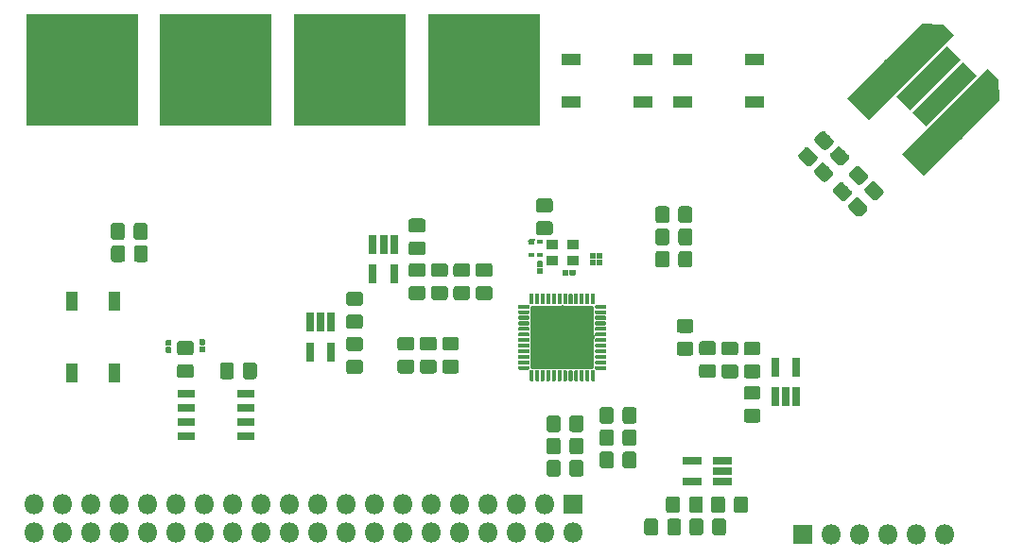
<source format=gts>
G04 #@! TF.GenerationSoftware,KiCad,Pcbnew,(5.0.0)*
G04 #@! TF.CreationDate,2018-11-02T13:45:18+08:00*
G04 #@! TF.ProjectId,tomu-fpga,746F6D752D667067612E6B696361645F,rev?*
G04 #@! TF.SameCoordinates,Original*
G04 #@! TF.FileFunction,Soldermask,Top*
G04 #@! TF.FilePolarity,Negative*
%FSLAX46Y46*%
G04 Gerber Fmt 4.6, Leading zero omitted, Abs format (unit mm)*
G04 Created by KiCad (PCBNEW (5.0.0)) date 11/02/18 13:45:18*
%MOMM*%
%LPD*%
G01*
G04 APERTURE LIST*
%ADD10R,1.740000X1.140000*%
%ADD11O,1.801600X1.801600*%
%ADD12R,1.801600X1.801600*%
%ADD13C,2.750002*%
%ADD14C,0.100000*%
%ADD15C,1.750002*%
%ADD16C,0.945004*%
%ADD17C,1.300002*%
%ADD18R,1.001600X0.901600*%
%ADD19C,1.251600*%
%ADD20R,0.501600X0.501600*%
%ADD21R,0.601600X0.401600*%
%ADD22R,0.601600X0.451600*%
%ADD23C,0.193876*%
%ADD24R,0.471600X0.231600*%
%ADD25C,5.701600*%
%ADD26C,0.351600*%
%ADD27C,0.501600*%
%ADD28R,1.601600X0.701600*%
%ADD29R,0.751600X1.661600*%
%ADD30R,1.661600X0.751600*%
%ADD31R,1.140000X1.740000*%
%ADD32R,10.101600X10.101600*%
G04 APERTURE END LIST*
D10*
G04 #@! TO.C,SW3*
X91200000Y-38900000D03*
X91200000Y-35100000D03*
X84800000Y-38900000D03*
X84800000Y-35100000D03*
G04 #@! TD*
D11*
G04 #@! TO.C,J3*
X108260000Y-77700000D03*
X105720000Y-77700000D03*
X103180000Y-77700000D03*
X100640000Y-77700000D03*
X98100000Y-77700000D03*
D12*
X95560000Y-77700000D03*
G04 #@! TD*
D13*
G04 #@! TO.C,U9*
X108794113Y-41155635D03*
D14*
G36*
X104463083Y-43542120D02*
X111180598Y-36824605D01*
X113125143Y-38769150D01*
X106407628Y-45486665D01*
X104463083Y-43542120D01*
X104463083Y-43542120D01*
G37*
D13*
X103844365Y-36205887D03*
D14*
G36*
X99513335Y-38592372D02*
X106230850Y-31874857D01*
X108175395Y-33819402D01*
X101457880Y-40536917D01*
X99513335Y-38592372D01*
X99513335Y-38592372D01*
G37*
D15*
X106814214Y-36771573D03*
D14*
G36*
X103929217Y-38419132D02*
X108461773Y-33886576D01*
X109699211Y-35124014D01*
X105166655Y-39656570D01*
X103929217Y-38419132D01*
X103929217Y-38419132D01*
G37*
D15*
X108228427Y-38185786D03*
D14*
G36*
X105343430Y-39833345D02*
X109875986Y-35300789D01*
X111113424Y-36538227D01*
X106580868Y-41070783D01*
X105343430Y-39833345D01*
X105343430Y-39833345D01*
G37*
D16*
X112612489Y-37337258D03*
D14*
G36*
X111180949Y-36824958D02*
X113071756Y-36877284D01*
X113072463Y-36877991D01*
X113124789Y-38768798D01*
X111180949Y-36824958D01*
X111180949Y-36824958D01*
G37*
D17*
X112124585Y-36849355D03*
D14*
G36*
X111178828Y-36822838D02*
X112098068Y-35903598D01*
X113070342Y-36875872D01*
X112151102Y-37795112D01*
X111178828Y-36822838D01*
X111178828Y-36822838D01*
G37*
D17*
X108157716Y-32882486D03*
D14*
G36*
X107211959Y-32855969D02*
X108131199Y-31936729D01*
X109103473Y-32909003D01*
X108184233Y-33828243D01*
X107211959Y-32855969D01*
X107211959Y-32855969D01*
G37*
D16*
X107662742Y-32387511D03*
D14*
G36*
X106231202Y-31875211D02*
X108122009Y-31927537D01*
X108122716Y-31928244D01*
X108175042Y-33819051D01*
X106231202Y-31875211D01*
X106231202Y-31875211D01*
G37*
G04 #@! TD*
D18*
G04 #@! TO.C,U7*
X74925000Y-53125000D03*
X74925000Y-51675000D03*
X73075000Y-51675000D03*
X73075000Y-53125000D03*
G04 #@! TD*
D14*
G04 #@! TO.C,C27*
G36*
X78355383Y-66250510D02*
X78381795Y-66254428D01*
X78407696Y-66260916D01*
X78432837Y-66269911D01*
X78456974Y-66281328D01*
X78479877Y-66295055D01*
X78501324Y-66310961D01*
X78521108Y-66328892D01*
X78539039Y-66348676D01*
X78554945Y-66370123D01*
X78568672Y-66393026D01*
X78580089Y-66417163D01*
X78589084Y-66442304D01*
X78595572Y-66468205D01*
X78599490Y-66494617D01*
X78600800Y-66521286D01*
X78600800Y-67478714D01*
X78599490Y-67505383D01*
X78595572Y-67531795D01*
X78589084Y-67557696D01*
X78580089Y-67582837D01*
X78568672Y-67606974D01*
X78554945Y-67629877D01*
X78539039Y-67651324D01*
X78521108Y-67671108D01*
X78501324Y-67689039D01*
X78479877Y-67704945D01*
X78456974Y-67718672D01*
X78432837Y-67730089D01*
X78407696Y-67739084D01*
X78381795Y-67745572D01*
X78355383Y-67749490D01*
X78328714Y-67750800D01*
X77621286Y-67750800D01*
X77594617Y-67749490D01*
X77568205Y-67745572D01*
X77542304Y-67739084D01*
X77517163Y-67730089D01*
X77493026Y-67718672D01*
X77470123Y-67704945D01*
X77448676Y-67689039D01*
X77428892Y-67671108D01*
X77410961Y-67651324D01*
X77395055Y-67629877D01*
X77381328Y-67606974D01*
X77369911Y-67582837D01*
X77360916Y-67557696D01*
X77354428Y-67531795D01*
X77350510Y-67505383D01*
X77349200Y-67478714D01*
X77349200Y-66521286D01*
X77350510Y-66494617D01*
X77354428Y-66468205D01*
X77360916Y-66442304D01*
X77369911Y-66417163D01*
X77381328Y-66393026D01*
X77395055Y-66370123D01*
X77410961Y-66348676D01*
X77428892Y-66328892D01*
X77448676Y-66310961D01*
X77470123Y-66295055D01*
X77493026Y-66281328D01*
X77517163Y-66269911D01*
X77542304Y-66260916D01*
X77568205Y-66254428D01*
X77594617Y-66250510D01*
X77621286Y-66249200D01*
X78328714Y-66249200D01*
X78355383Y-66250510D01*
X78355383Y-66250510D01*
G37*
D19*
X77975000Y-67000000D03*
D14*
G36*
X80405383Y-66250510D02*
X80431795Y-66254428D01*
X80457696Y-66260916D01*
X80482837Y-66269911D01*
X80506974Y-66281328D01*
X80529877Y-66295055D01*
X80551324Y-66310961D01*
X80571108Y-66328892D01*
X80589039Y-66348676D01*
X80604945Y-66370123D01*
X80618672Y-66393026D01*
X80630089Y-66417163D01*
X80639084Y-66442304D01*
X80645572Y-66468205D01*
X80649490Y-66494617D01*
X80650800Y-66521286D01*
X80650800Y-67478714D01*
X80649490Y-67505383D01*
X80645572Y-67531795D01*
X80639084Y-67557696D01*
X80630089Y-67582837D01*
X80618672Y-67606974D01*
X80604945Y-67629877D01*
X80589039Y-67651324D01*
X80571108Y-67671108D01*
X80551324Y-67689039D01*
X80529877Y-67704945D01*
X80506974Y-67718672D01*
X80482837Y-67730089D01*
X80457696Y-67739084D01*
X80431795Y-67745572D01*
X80405383Y-67749490D01*
X80378714Y-67750800D01*
X79671286Y-67750800D01*
X79644617Y-67749490D01*
X79618205Y-67745572D01*
X79592304Y-67739084D01*
X79567163Y-67730089D01*
X79543026Y-67718672D01*
X79520123Y-67704945D01*
X79498676Y-67689039D01*
X79478892Y-67671108D01*
X79460961Y-67651324D01*
X79445055Y-67629877D01*
X79431328Y-67606974D01*
X79419911Y-67582837D01*
X79410916Y-67557696D01*
X79404428Y-67531795D01*
X79400510Y-67505383D01*
X79399200Y-67478714D01*
X79399200Y-66521286D01*
X79400510Y-66494617D01*
X79404428Y-66468205D01*
X79410916Y-66442304D01*
X79419911Y-66417163D01*
X79431328Y-66393026D01*
X79445055Y-66370123D01*
X79460961Y-66348676D01*
X79478892Y-66328892D01*
X79498676Y-66310961D01*
X79520123Y-66295055D01*
X79543026Y-66281328D01*
X79567163Y-66269911D01*
X79592304Y-66260916D01*
X79618205Y-66254428D01*
X79644617Y-66250510D01*
X79671286Y-66249200D01*
X80378714Y-66249200D01*
X80405383Y-66250510D01*
X80405383Y-66250510D01*
G37*
D19*
X80025000Y-67000000D03*
G04 #@! TD*
D14*
G04 #@! TO.C,C26*
G36*
X85405383Y-50250510D02*
X85431795Y-50254428D01*
X85457696Y-50260916D01*
X85482837Y-50269911D01*
X85506974Y-50281328D01*
X85529877Y-50295055D01*
X85551324Y-50310961D01*
X85571108Y-50328892D01*
X85589039Y-50348676D01*
X85604945Y-50370123D01*
X85618672Y-50393026D01*
X85630089Y-50417163D01*
X85639084Y-50442304D01*
X85645572Y-50468205D01*
X85649490Y-50494617D01*
X85650800Y-50521286D01*
X85650800Y-51478714D01*
X85649490Y-51505383D01*
X85645572Y-51531795D01*
X85639084Y-51557696D01*
X85630089Y-51582837D01*
X85618672Y-51606974D01*
X85604945Y-51629877D01*
X85589039Y-51651324D01*
X85571108Y-51671108D01*
X85551324Y-51689039D01*
X85529877Y-51704945D01*
X85506974Y-51718672D01*
X85482837Y-51730089D01*
X85457696Y-51739084D01*
X85431795Y-51745572D01*
X85405383Y-51749490D01*
X85378714Y-51750800D01*
X84671286Y-51750800D01*
X84644617Y-51749490D01*
X84618205Y-51745572D01*
X84592304Y-51739084D01*
X84567163Y-51730089D01*
X84543026Y-51718672D01*
X84520123Y-51704945D01*
X84498676Y-51689039D01*
X84478892Y-51671108D01*
X84460961Y-51651324D01*
X84445055Y-51629877D01*
X84431328Y-51606974D01*
X84419911Y-51582837D01*
X84410916Y-51557696D01*
X84404428Y-51531795D01*
X84400510Y-51505383D01*
X84399200Y-51478714D01*
X84399200Y-50521286D01*
X84400510Y-50494617D01*
X84404428Y-50468205D01*
X84410916Y-50442304D01*
X84419911Y-50417163D01*
X84431328Y-50393026D01*
X84445055Y-50370123D01*
X84460961Y-50348676D01*
X84478892Y-50328892D01*
X84498676Y-50310961D01*
X84520123Y-50295055D01*
X84543026Y-50281328D01*
X84567163Y-50269911D01*
X84592304Y-50260916D01*
X84618205Y-50254428D01*
X84644617Y-50250510D01*
X84671286Y-50249200D01*
X85378714Y-50249200D01*
X85405383Y-50250510D01*
X85405383Y-50250510D01*
G37*
D19*
X85025000Y-51000000D03*
D14*
G36*
X83355383Y-50250510D02*
X83381795Y-50254428D01*
X83407696Y-50260916D01*
X83432837Y-50269911D01*
X83456974Y-50281328D01*
X83479877Y-50295055D01*
X83501324Y-50310961D01*
X83521108Y-50328892D01*
X83539039Y-50348676D01*
X83554945Y-50370123D01*
X83568672Y-50393026D01*
X83580089Y-50417163D01*
X83589084Y-50442304D01*
X83595572Y-50468205D01*
X83599490Y-50494617D01*
X83600800Y-50521286D01*
X83600800Y-51478714D01*
X83599490Y-51505383D01*
X83595572Y-51531795D01*
X83589084Y-51557696D01*
X83580089Y-51582837D01*
X83568672Y-51606974D01*
X83554945Y-51629877D01*
X83539039Y-51651324D01*
X83521108Y-51671108D01*
X83501324Y-51689039D01*
X83479877Y-51704945D01*
X83456974Y-51718672D01*
X83432837Y-51730089D01*
X83407696Y-51739084D01*
X83381795Y-51745572D01*
X83355383Y-51749490D01*
X83328714Y-51750800D01*
X82621286Y-51750800D01*
X82594617Y-51749490D01*
X82568205Y-51745572D01*
X82542304Y-51739084D01*
X82517163Y-51730089D01*
X82493026Y-51718672D01*
X82470123Y-51704945D01*
X82448676Y-51689039D01*
X82428892Y-51671108D01*
X82410961Y-51651324D01*
X82395055Y-51629877D01*
X82381328Y-51606974D01*
X82369911Y-51582837D01*
X82360916Y-51557696D01*
X82354428Y-51531795D01*
X82350510Y-51505383D01*
X82349200Y-51478714D01*
X82349200Y-50521286D01*
X82350510Y-50494617D01*
X82354428Y-50468205D01*
X82360916Y-50442304D01*
X82369911Y-50417163D01*
X82381328Y-50393026D01*
X82395055Y-50370123D01*
X82410961Y-50348676D01*
X82428892Y-50328892D01*
X82448676Y-50310961D01*
X82470123Y-50295055D01*
X82493026Y-50281328D01*
X82517163Y-50269911D01*
X82542304Y-50260916D01*
X82568205Y-50254428D01*
X82594617Y-50250510D01*
X82621286Y-50249200D01*
X83328714Y-50249200D01*
X83355383Y-50250510D01*
X83355383Y-50250510D01*
G37*
D19*
X82975000Y-51000000D03*
G04 #@! TD*
D14*
G04 #@! TO.C,C25*
G36*
X78355383Y-68250510D02*
X78381795Y-68254428D01*
X78407696Y-68260916D01*
X78432837Y-68269911D01*
X78456974Y-68281328D01*
X78479877Y-68295055D01*
X78501324Y-68310961D01*
X78521108Y-68328892D01*
X78539039Y-68348676D01*
X78554945Y-68370123D01*
X78568672Y-68393026D01*
X78580089Y-68417163D01*
X78589084Y-68442304D01*
X78595572Y-68468205D01*
X78599490Y-68494617D01*
X78600800Y-68521286D01*
X78600800Y-69478714D01*
X78599490Y-69505383D01*
X78595572Y-69531795D01*
X78589084Y-69557696D01*
X78580089Y-69582837D01*
X78568672Y-69606974D01*
X78554945Y-69629877D01*
X78539039Y-69651324D01*
X78521108Y-69671108D01*
X78501324Y-69689039D01*
X78479877Y-69704945D01*
X78456974Y-69718672D01*
X78432837Y-69730089D01*
X78407696Y-69739084D01*
X78381795Y-69745572D01*
X78355383Y-69749490D01*
X78328714Y-69750800D01*
X77621286Y-69750800D01*
X77594617Y-69749490D01*
X77568205Y-69745572D01*
X77542304Y-69739084D01*
X77517163Y-69730089D01*
X77493026Y-69718672D01*
X77470123Y-69704945D01*
X77448676Y-69689039D01*
X77428892Y-69671108D01*
X77410961Y-69651324D01*
X77395055Y-69629877D01*
X77381328Y-69606974D01*
X77369911Y-69582837D01*
X77360916Y-69557696D01*
X77354428Y-69531795D01*
X77350510Y-69505383D01*
X77349200Y-69478714D01*
X77349200Y-68521286D01*
X77350510Y-68494617D01*
X77354428Y-68468205D01*
X77360916Y-68442304D01*
X77369911Y-68417163D01*
X77381328Y-68393026D01*
X77395055Y-68370123D01*
X77410961Y-68348676D01*
X77428892Y-68328892D01*
X77448676Y-68310961D01*
X77470123Y-68295055D01*
X77493026Y-68281328D01*
X77517163Y-68269911D01*
X77542304Y-68260916D01*
X77568205Y-68254428D01*
X77594617Y-68250510D01*
X77621286Y-68249200D01*
X78328714Y-68249200D01*
X78355383Y-68250510D01*
X78355383Y-68250510D01*
G37*
D19*
X77975000Y-69000000D03*
D14*
G36*
X80405383Y-68250510D02*
X80431795Y-68254428D01*
X80457696Y-68260916D01*
X80482837Y-68269911D01*
X80506974Y-68281328D01*
X80529877Y-68295055D01*
X80551324Y-68310961D01*
X80571108Y-68328892D01*
X80589039Y-68348676D01*
X80604945Y-68370123D01*
X80618672Y-68393026D01*
X80630089Y-68417163D01*
X80639084Y-68442304D01*
X80645572Y-68468205D01*
X80649490Y-68494617D01*
X80650800Y-68521286D01*
X80650800Y-69478714D01*
X80649490Y-69505383D01*
X80645572Y-69531795D01*
X80639084Y-69557696D01*
X80630089Y-69582837D01*
X80618672Y-69606974D01*
X80604945Y-69629877D01*
X80589039Y-69651324D01*
X80571108Y-69671108D01*
X80551324Y-69689039D01*
X80529877Y-69704945D01*
X80506974Y-69718672D01*
X80482837Y-69730089D01*
X80457696Y-69739084D01*
X80431795Y-69745572D01*
X80405383Y-69749490D01*
X80378714Y-69750800D01*
X79671286Y-69750800D01*
X79644617Y-69749490D01*
X79618205Y-69745572D01*
X79592304Y-69739084D01*
X79567163Y-69730089D01*
X79543026Y-69718672D01*
X79520123Y-69704945D01*
X79498676Y-69689039D01*
X79478892Y-69671108D01*
X79460961Y-69651324D01*
X79445055Y-69629877D01*
X79431328Y-69606974D01*
X79419911Y-69582837D01*
X79410916Y-69557696D01*
X79404428Y-69531795D01*
X79400510Y-69505383D01*
X79399200Y-69478714D01*
X79399200Y-68521286D01*
X79400510Y-68494617D01*
X79404428Y-68468205D01*
X79410916Y-68442304D01*
X79419911Y-68417163D01*
X79431328Y-68393026D01*
X79445055Y-68370123D01*
X79460961Y-68348676D01*
X79478892Y-68328892D01*
X79498676Y-68310961D01*
X79520123Y-68295055D01*
X79543026Y-68281328D01*
X79567163Y-68269911D01*
X79592304Y-68260916D01*
X79618205Y-68254428D01*
X79644617Y-68250510D01*
X79671286Y-68249200D01*
X80378714Y-68249200D01*
X80405383Y-68250510D01*
X80405383Y-68250510D01*
G37*
D19*
X80025000Y-69000000D03*
G04 #@! TD*
D14*
G04 #@! TO.C,C24*
G36*
X85405383Y-48250510D02*
X85431795Y-48254428D01*
X85457696Y-48260916D01*
X85482837Y-48269911D01*
X85506974Y-48281328D01*
X85529877Y-48295055D01*
X85551324Y-48310961D01*
X85571108Y-48328892D01*
X85589039Y-48348676D01*
X85604945Y-48370123D01*
X85618672Y-48393026D01*
X85630089Y-48417163D01*
X85639084Y-48442304D01*
X85645572Y-48468205D01*
X85649490Y-48494617D01*
X85650800Y-48521286D01*
X85650800Y-49478714D01*
X85649490Y-49505383D01*
X85645572Y-49531795D01*
X85639084Y-49557696D01*
X85630089Y-49582837D01*
X85618672Y-49606974D01*
X85604945Y-49629877D01*
X85589039Y-49651324D01*
X85571108Y-49671108D01*
X85551324Y-49689039D01*
X85529877Y-49704945D01*
X85506974Y-49718672D01*
X85482837Y-49730089D01*
X85457696Y-49739084D01*
X85431795Y-49745572D01*
X85405383Y-49749490D01*
X85378714Y-49750800D01*
X84671286Y-49750800D01*
X84644617Y-49749490D01*
X84618205Y-49745572D01*
X84592304Y-49739084D01*
X84567163Y-49730089D01*
X84543026Y-49718672D01*
X84520123Y-49704945D01*
X84498676Y-49689039D01*
X84478892Y-49671108D01*
X84460961Y-49651324D01*
X84445055Y-49629877D01*
X84431328Y-49606974D01*
X84419911Y-49582837D01*
X84410916Y-49557696D01*
X84404428Y-49531795D01*
X84400510Y-49505383D01*
X84399200Y-49478714D01*
X84399200Y-48521286D01*
X84400510Y-48494617D01*
X84404428Y-48468205D01*
X84410916Y-48442304D01*
X84419911Y-48417163D01*
X84431328Y-48393026D01*
X84445055Y-48370123D01*
X84460961Y-48348676D01*
X84478892Y-48328892D01*
X84498676Y-48310961D01*
X84520123Y-48295055D01*
X84543026Y-48281328D01*
X84567163Y-48269911D01*
X84592304Y-48260916D01*
X84618205Y-48254428D01*
X84644617Y-48250510D01*
X84671286Y-48249200D01*
X85378714Y-48249200D01*
X85405383Y-48250510D01*
X85405383Y-48250510D01*
G37*
D19*
X85025000Y-49000000D03*
D14*
G36*
X83355383Y-48250510D02*
X83381795Y-48254428D01*
X83407696Y-48260916D01*
X83432837Y-48269911D01*
X83456974Y-48281328D01*
X83479877Y-48295055D01*
X83501324Y-48310961D01*
X83521108Y-48328892D01*
X83539039Y-48348676D01*
X83554945Y-48370123D01*
X83568672Y-48393026D01*
X83580089Y-48417163D01*
X83589084Y-48442304D01*
X83595572Y-48468205D01*
X83599490Y-48494617D01*
X83600800Y-48521286D01*
X83600800Y-49478714D01*
X83599490Y-49505383D01*
X83595572Y-49531795D01*
X83589084Y-49557696D01*
X83580089Y-49582837D01*
X83568672Y-49606974D01*
X83554945Y-49629877D01*
X83539039Y-49651324D01*
X83521108Y-49671108D01*
X83501324Y-49689039D01*
X83479877Y-49704945D01*
X83456974Y-49718672D01*
X83432837Y-49730089D01*
X83407696Y-49739084D01*
X83381795Y-49745572D01*
X83355383Y-49749490D01*
X83328714Y-49750800D01*
X82621286Y-49750800D01*
X82594617Y-49749490D01*
X82568205Y-49745572D01*
X82542304Y-49739084D01*
X82517163Y-49730089D01*
X82493026Y-49718672D01*
X82470123Y-49704945D01*
X82448676Y-49689039D01*
X82428892Y-49671108D01*
X82410961Y-49651324D01*
X82395055Y-49629877D01*
X82381328Y-49606974D01*
X82369911Y-49582837D01*
X82360916Y-49557696D01*
X82354428Y-49531795D01*
X82350510Y-49505383D01*
X82349200Y-49478714D01*
X82349200Y-48521286D01*
X82350510Y-48494617D01*
X82354428Y-48468205D01*
X82360916Y-48442304D01*
X82369911Y-48417163D01*
X82381328Y-48393026D01*
X82395055Y-48370123D01*
X82410961Y-48348676D01*
X82428892Y-48328892D01*
X82448676Y-48310961D01*
X82470123Y-48295055D01*
X82493026Y-48281328D01*
X82517163Y-48269911D01*
X82542304Y-48260916D01*
X82568205Y-48254428D01*
X82594617Y-48250510D01*
X82621286Y-48249200D01*
X83328714Y-48249200D01*
X83355383Y-48250510D01*
X83355383Y-48250510D01*
G37*
D19*
X82975000Y-49000000D03*
G04 #@! TD*
D14*
G04 #@! TO.C,C23*
G36*
X87505383Y-60350510D02*
X87531795Y-60354428D01*
X87557696Y-60360916D01*
X87582837Y-60369911D01*
X87606974Y-60381328D01*
X87629877Y-60395055D01*
X87651324Y-60410961D01*
X87671108Y-60428892D01*
X87689039Y-60448676D01*
X87704945Y-60470123D01*
X87718672Y-60493026D01*
X87730089Y-60517163D01*
X87739084Y-60542304D01*
X87745572Y-60568205D01*
X87749490Y-60594617D01*
X87750800Y-60621286D01*
X87750800Y-61328714D01*
X87749490Y-61355383D01*
X87745572Y-61381795D01*
X87739084Y-61407696D01*
X87730089Y-61432837D01*
X87718672Y-61456974D01*
X87704945Y-61479877D01*
X87689039Y-61501324D01*
X87671108Y-61521108D01*
X87651324Y-61539039D01*
X87629877Y-61554945D01*
X87606974Y-61568672D01*
X87582837Y-61580089D01*
X87557696Y-61589084D01*
X87531795Y-61595572D01*
X87505383Y-61599490D01*
X87478714Y-61600800D01*
X86521286Y-61600800D01*
X86494617Y-61599490D01*
X86468205Y-61595572D01*
X86442304Y-61589084D01*
X86417163Y-61580089D01*
X86393026Y-61568672D01*
X86370123Y-61554945D01*
X86348676Y-61539039D01*
X86328892Y-61521108D01*
X86310961Y-61501324D01*
X86295055Y-61479877D01*
X86281328Y-61456974D01*
X86269911Y-61432837D01*
X86260916Y-61407696D01*
X86254428Y-61381795D01*
X86250510Y-61355383D01*
X86249200Y-61328714D01*
X86249200Y-60621286D01*
X86250510Y-60594617D01*
X86254428Y-60568205D01*
X86260916Y-60542304D01*
X86269911Y-60517163D01*
X86281328Y-60493026D01*
X86295055Y-60470123D01*
X86310961Y-60448676D01*
X86328892Y-60428892D01*
X86348676Y-60410961D01*
X86370123Y-60395055D01*
X86393026Y-60381328D01*
X86417163Y-60369911D01*
X86442304Y-60360916D01*
X86468205Y-60354428D01*
X86494617Y-60350510D01*
X86521286Y-60349200D01*
X87478714Y-60349200D01*
X87505383Y-60350510D01*
X87505383Y-60350510D01*
G37*
D19*
X87000000Y-60975000D03*
D14*
G36*
X87505383Y-62400510D02*
X87531795Y-62404428D01*
X87557696Y-62410916D01*
X87582837Y-62419911D01*
X87606974Y-62431328D01*
X87629877Y-62445055D01*
X87651324Y-62460961D01*
X87671108Y-62478892D01*
X87689039Y-62498676D01*
X87704945Y-62520123D01*
X87718672Y-62543026D01*
X87730089Y-62567163D01*
X87739084Y-62592304D01*
X87745572Y-62618205D01*
X87749490Y-62644617D01*
X87750800Y-62671286D01*
X87750800Y-63378714D01*
X87749490Y-63405383D01*
X87745572Y-63431795D01*
X87739084Y-63457696D01*
X87730089Y-63482837D01*
X87718672Y-63506974D01*
X87704945Y-63529877D01*
X87689039Y-63551324D01*
X87671108Y-63571108D01*
X87651324Y-63589039D01*
X87629877Y-63604945D01*
X87606974Y-63618672D01*
X87582837Y-63630089D01*
X87557696Y-63639084D01*
X87531795Y-63645572D01*
X87505383Y-63649490D01*
X87478714Y-63650800D01*
X86521286Y-63650800D01*
X86494617Y-63649490D01*
X86468205Y-63645572D01*
X86442304Y-63639084D01*
X86417163Y-63630089D01*
X86393026Y-63618672D01*
X86370123Y-63604945D01*
X86348676Y-63589039D01*
X86328892Y-63571108D01*
X86310961Y-63551324D01*
X86295055Y-63529877D01*
X86281328Y-63506974D01*
X86269911Y-63482837D01*
X86260916Y-63457696D01*
X86254428Y-63431795D01*
X86250510Y-63405383D01*
X86249200Y-63378714D01*
X86249200Y-62671286D01*
X86250510Y-62644617D01*
X86254428Y-62618205D01*
X86260916Y-62592304D01*
X86269911Y-62567163D01*
X86281328Y-62543026D01*
X86295055Y-62520123D01*
X86310961Y-62498676D01*
X86328892Y-62478892D01*
X86348676Y-62460961D01*
X86370123Y-62445055D01*
X86393026Y-62431328D01*
X86417163Y-62419911D01*
X86442304Y-62410916D01*
X86468205Y-62404428D01*
X86494617Y-62400510D01*
X86521286Y-62399200D01*
X87478714Y-62399200D01*
X87505383Y-62400510D01*
X87505383Y-62400510D01*
G37*
D19*
X87000000Y-63025000D03*
G04 #@! TD*
D14*
G04 #@! TO.C,C22*
G36*
X89505383Y-60375510D02*
X89531795Y-60379428D01*
X89557696Y-60385916D01*
X89582837Y-60394911D01*
X89606974Y-60406328D01*
X89629877Y-60420055D01*
X89651324Y-60435961D01*
X89671108Y-60453892D01*
X89689039Y-60473676D01*
X89704945Y-60495123D01*
X89718672Y-60518026D01*
X89730089Y-60542163D01*
X89739084Y-60567304D01*
X89745572Y-60593205D01*
X89749490Y-60619617D01*
X89750800Y-60646286D01*
X89750800Y-61353714D01*
X89749490Y-61380383D01*
X89745572Y-61406795D01*
X89739084Y-61432696D01*
X89730089Y-61457837D01*
X89718672Y-61481974D01*
X89704945Y-61504877D01*
X89689039Y-61526324D01*
X89671108Y-61546108D01*
X89651324Y-61564039D01*
X89629877Y-61579945D01*
X89606974Y-61593672D01*
X89582837Y-61605089D01*
X89557696Y-61614084D01*
X89531795Y-61620572D01*
X89505383Y-61624490D01*
X89478714Y-61625800D01*
X88521286Y-61625800D01*
X88494617Y-61624490D01*
X88468205Y-61620572D01*
X88442304Y-61614084D01*
X88417163Y-61605089D01*
X88393026Y-61593672D01*
X88370123Y-61579945D01*
X88348676Y-61564039D01*
X88328892Y-61546108D01*
X88310961Y-61526324D01*
X88295055Y-61504877D01*
X88281328Y-61481974D01*
X88269911Y-61457837D01*
X88260916Y-61432696D01*
X88254428Y-61406795D01*
X88250510Y-61380383D01*
X88249200Y-61353714D01*
X88249200Y-60646286D01*
X88250510Y-60619617D01*
X88254428Y-60593205D01*
X88260916Y-60567304D01*
X88269911Y-60542163D01*
X88281328Y-60518026D01*
X88295055Y-60495123D01*
X88310961Y-60473676D01*
X88328892Y-60453892D01*
X88348676Y-60435961D01*
X88370123Y-60420055D01*
X88393026Y-60406328D01*
X88417163Y-60394911D01*
X88442304Y-60385916D01*
X88468205Y-60379428D01*
X88494617Y-60375510D01*
X88521286Y-60374200D01*
X89478714Y-60374200D01*
X89505383Y-60375510D01*
X89505383Y-60375510D01*
G37*
D19*
X89000000Y-61000000D03*
D14*
G36*
X89505383Y-62425510D02*
X89531795Y-62429428D01*
X89557696Y-62435916D01*
X89582837Y-62444911D01*
X89606974Y-62456328D01*
X89629877Y-62470055D01*
X89651324Y-62485961D01*
X89671108Y-62503892D01*
X89689039Y-62523676D01*
X89704945Y-62545123D01*
X89718672Y-62568026D01*
X89730089Y-62592163D01*
X89739084Y-62617304D01*
X89745572Y-62643205D01*
X89749490Y-62669617D01*
X89750800Y-62696286D01*
X89750800Y-63403714D01*
X89749490Y-63430383D01*
X89745572Y-63456795D01*
X89739084Y-63482696D01*
X89730089Y-63507837D01*
X89718672Y-63531974D01*
X89704945Y-63554877D01*
X89689039Y-63576324D01*
X89671108Y-63596108D01*
X89651324Y-63614039D01*
X89629877Y-63629945D01*
X89606974Y-63643672D01*
X89582837Y-63655089D01*
X89557696Y-63664084D01*
X89531795Y-63670572D01*
X89505383Y-63674490D01*
X89478714Y-63675800D01*
X88521286Y-63675800D01*
X88494617Y-63674490D01*
X88468205Y-63670572D01*
X88442304Y-63664084D01*
X88417163Y-63655089D01*
X88393026Y-63643672D01*
X88370123Y-63629945D01*
X88348676Y-63614039D01*
X88328892Y-63596108D01*
X88310961Y-63576324D01*
X88295055Y-63554877D01*
X88281328Y-63531974D01*
X88269911Y-63507837D01*
X88260916Y-63482696D01*
X88254428Y-63456795D01*
X88250510Y-63430383D01*
X88249200Y-63403714D01*
X88249200Y-62696286D01*
X88250510Y-62669617D01*
X88254428Y-62643205D01*
X88260916Y-62617304D01*
X88269911Y-62592163D01*
X88281328Y-62568026D01*
X88295055Y-62545123D01*
X88310961Y-62523676D01*
X88328892Y-62503892D01*
X88348676Y-62485961D01*
X88370123Y-62470055D01*
X88393026Y-62456328D01*
X88417163Y-62444911D01*
X88442304Y-62435916D01*
X88468205Y-62429428D01*
X88494617Y-62425510D01*
X88521286Y-62424200D01*
X89478714Y-62424200D01*
X89505383Y-62425510D01*
X89505383Y-62425510D01*
G37*
D19*
X89000000Y-63050000D03*
G04 #@! TD*
D14*
G04 #@! TO.C,C21*
G36*
X78355383Y-70250510D02*
X78381795Y-70254428D01*
X78407696Y-70260916D01*
X78432837Y-70269911D01*
X78456974Y-70281328D01*
X78479877Y-70295055D01*
X78501324Y-70310961D01*
X78521108Y-70328892D01*
X78539039Y-70348676D01*
X78554945Y-70370123D01*
X78568672Y-70393026D01*
X78580089Y-70417163D01*
X78589084Y-70442304D01*
X78595572Y-70468205D01*
X78599490Y-70494617D01*
X78600800Y-70521286D01*
X78600800Y-71478714D01*
X78599490Y-71505383D01*
X78595572Y-71531795D01*
X78589084Y-71557696D01*
X78580089Y-71582837D01*
X78568672Y-71606974D01*
X78554945Y-71629877D01*
X78539039Y-71651324D01*
X78521108Y-71671108D01*
X78501324Y-71689039D01*
X78479877Y-71704945D01*
X78456974Y-71718672D01*
X78432837Y-71730089D01*
X78407696Y-71739084D01*
X78381795Y-71745572D01*
X78355383Y-71749490D01*
X78328714Y-71750800D01*
X77621286Y-71750800D01*
X77594617Y-71749490D01*
X77568205Y-71745572D01*
X77542304Y-71739084D01*
X77517163Y-71730089D01*
X77493026Y-71718672D01*
X77470123Y-71704945D01*
X77448676Y-71689039D01*
X77428892Y-71671108D01*
X77410961Y-71651324D01*
X77395055Y-71629877D01*
X77381328Y-71606974D01*
X77369911Y-71582837D01*
X77360916Y-71557696D01*
X77354428Y-71531795D01*
X77350510Y-71505383D01*
X77349200Y-71478714D01*
X77349200Y-70521286D01*
X77350510Y-70494617D01*
X77354428Y-70468205D01*
X77360916Y-70442304D01*
X77369911Y-70417163D01*
X77381328Y-70393026D01*
X77395055Y-70370123D01*
X77410961Y-70348676D01*
X77428892Y-70328892D01*
X77448676Y-70310961D01*
X77470123Y-70295055D01*
X77493026Y-70281328D01*
X77517163Y-70269911D01*
X77542304Y-70260916D01*
X77568205Y-70254428D01*
X77594617Y-70250510D01*
X77621286Y-70249200D01*
X78328714Y-70249200D01*
X78355383Y-70250510D01*
X78355383Y-70250510D01*
G37*
D19*
X77975000Y-71000000D03*
D14*
G36*
X80405383Y-70250510D02*
X80431795Y-70254428D01*
X80457696Y-70260916D01*
X80482837Y-70269911D01*
X80506974Y-70281328D01*
X80529877Y-70295055D01*
X80551324Y-70310961D01*
X80571108Y-70328892D01*
X80589039Y-70348676D01*
X80604945Y-70370123D01*
X80618672Y-70393026D01*
X80630089Y-70417163D01*
X80639084Y-70442304D01*
X80645572Y-70468205D01*
X80649490Y-70494617D01*
X80650800Y-70521286D01*
X80650800Y-71478714D01*
X80649490Y-71505383D01*
X80645572Y-71531795D01*
X80639084Y-71557696D01*
X80630089Y-71582837D01*
X80618672Y-71606974D01*
X80604945Y-71629877D01*
X80589039Y-71651324D01*
X80571108Y-71671108D01*
X80551324Y-71689039D01*
X80529877Y-71704945D01*
X80506974Y-71718672D01*
X80482837Y-71730089D01*
X80457696Y-71739084D01*
X80431795Y-71745572D01*
X80405383Y-71749490D01*
X80378714Y-71750800D01*
X79671286Y-71750800D01*
X79644617Y-71749490D01*
X79618205Y-71745572D01*
X79592304Y-71739084D01*
X79567163Y-71730089D01*
X79543026Y-71718672D01*
X79520123Y-71704945D01*
X79498676Y-71689039D01*
X79478892Y-71671108D01*
X79460961Y-71651324D01*
X79445055Y-71629877D01*
X79431328Y-71606974D01*
X79419911Y-71582837D01*
X79410916Y-71557696D01*
X79404428Y-71531795D01*
X79400510Y-71505383D01*
X79399200Y-71478714D01*
X79399200Y-70521286D01*
X79400510Y-70494617D01*
X79404428Y-70468205D01*
X79410916Y-70442304D01*
X79419911Y-70417163D01*
X79431328Y-70393026D01*
X79445055Y-70370123D01*
X79460961Y-70348676D01*
X79478892Y-70328892D01*
X79498676Y-70310961D01*
X79520123Y-70295055D01*
X79543026Y-70281328D01*
X79567163Y-70269911D01*
X79592304Y-70260916D01*
X79618205Y-70254428D01*
X79644617Y-70250510D01*
X79671286Y-70249200D01*
X80378714Y-70249200D01*
X80405383Y-70250510D01*
X80405383Y-70250510D01*
G37*
D19*
X80025000Y-71000000D03*
G04 #@! TD*
D14*
G04 #@! TO.C,C20*
G36*
X64505383Y-59950510D02*
X64531795Y-59954428D01*
X64557696Y-59960916D01*
X64582837Y-59969911D01*
X64606974Y-59981328D01*
X64629877Y-59995055D01*
X64651324Y-60010961D01*
X64671108Y-60028892D01*
X64689039Y-60048676D01*
X64704945Y-60070123D01*
X64718672Y-60093026D01*
X64730089Y-60117163D01*
X64739084Y-60142304D01*
X64745572Y-60168205D01*
X64749490Y-60194617D01*
X64750800Y-60221286D01*
X64750800Y-60928714D01*
X64749490Y-60955383D01*
X64745572Y-60981795D01*
X64739084Y-61007696D01*
X64730089Y-61032837D01*
X64718672Y-61056974D01*
X64704945Y-61079877D01*
X64689039Y-61101324D01*
X64671108Y-61121108D01*
X64651324Y-61139039D01*
X64629877Y-61154945D01*
X64606974Y-61168672D01*
X64582837Y-61180089D01*
X64557696Y-61189084D01*
X64531795Y-61195572D01*
X64505383Y-61199490D01*
X64478714Y-61200800D01*
X63521286Y-61200800D01*
X63494617Y-61199490D01*
X63468205Y-61195572D01*
X63442304Y-61189084D01*
X63417163Y-61180089D01*
X63393026Y-61168672D01*
X63370123Y-61154945D01*
X63348676Y-61139039D01*
X63328892Y-61121108D01*
X63310961Y-61101324D01*
X63295055Y-61079877D01*
X63281328Y-61056974D01*
X63269911Y-61032837D01*
X63260916Y-61007696D01*
X63254428Y-60981795D01*
X63250510Y-60955383D01*
X63249200Y-60928714D01*
X63249200Y-60221286D01*
X63250510Y-60194617D01*
X63254428Y-60168205D01*
X63260916Y-60142304D01*
X63269911Y-60117163D01*
X63281328Y-60093026D01*
X63295055Y-60070123D01*
X63310961Y-60048676D01*
X63328892Y-60028892D01*
X63348676Y-60010961D01*
X63370123Y-59995055D01*
X63393026Y-59981328D01*
X63417163Y-59969911D01*
X63442304Y-59960916D01*
X63468205Y-59954428D01*
X63494617Y-59950510D01*
X63521286Y-59949200D01*
X64478714Y-59949200D01*
X64505383Y-59950510D01*
X64505383Y-59950510D01*
G37*
D19*
X64000000Y-60575000D03*
D14*
G36*
X64505383Y-62000510D02*
X64531795Y-62004428D01*
X64557696Y-62010916D01*
X64582837Y-62019911D01*
X64606974Y-62031328D01*
X64629877Y-62045055D01*
X64651324Y-62060961D01*
X64671108Y-62078892D01*
X64689039Y-62098676D01*
X64704945Y-62120123D01*
X64718672Y-62143026D01*
X64730089Y-62167163D01*
X64739084Y-62192304D01*
X64745572Y-62218205D01*
X64749490Y-62244617D01*
X64750800Y-62271286D01*
X64750800Y-62978714D01*
X64749490Y-63005383D01*
X64745572Y-63031795D01*
X64739084Y-63057696D01*
X64730089Y-63082837D01*
X64718672Y-63106974D01*
X64704945Y-63129877D01*
X64689039Y-63151324D01*
X64671108Y-63171108D01*
X64651324Y-63189039D01*
X64629877Y-63204945D01*
X64606974Y-63218672D01*
X64582837Y-63230089D01*
X64557696Y-63239084D01*
X64531795Y-63245572D01*
X64505383Y-63249490D01*
X64478714Y-63250800D01*
X63521286Y-63250800D01*
X63494617Y-63249490D01*
X63468205Y-63245572D01*
X63442304Y-63239084D01*
X63417163Y-63230089D01*
X63393026Y-63218672D01*
X63370123Y-63204945D01*
X63348676Y-63189039D01*
X63328892Y-63171108D01*
X63310961Y-63151324D01*
X63295055Y-63129877D01*
X63281328Y-63106974D01*
X63269911Y-63082837D01*
X63260916Y-63057696D01*
X63254428Y-63031795D01*
X63250510Y-63005383D01*
X63249200Y-62978714D01*
X63249200Y-62271286D01*
X63250510Y-62244617D01*
X63254428Y-62218205D01*
X63260916Y-62192304D01*
X63269911Y-62167163D01*
X63281328Y-62143026D01*
X63295055Y-62120123D01*
X63310961Y-62098676D01*
X63328892Y-62078892D01*
X63348676Y-62060961D01*
X63370123Y-62045055D01*
X63393026Y-62031328D01*
X63417163Y-62019911D01*
X63442304Y-62010916D01*
X63468205Y-62004428D01*
X63494617Y-62000510D01*
X63521286Y-61999200D01*
X64478714Y-61999200D01*
X64505383Y-62000510D01*
X64505383Y-62000510D01*
G37*
D19*
X64000000Y-62625000D03*
G04 #@! TD*
D14*
G04 #@! TO.C,C19*
G36*
X91505383Y-60375510D02*
X91531795Y-60379428D01*
X91557696Y-60385916D01*
X91582837Y-60394911D01*
X91606974Y-60406328D01*
X91629877Y-60420055D01*
X91651324Y-60435961D01*
X91671108Y-60453892D01*
X91689039Y-60473676D01*
X91704945Y-60495123D01*
X91718672Y-60518026D01*
X91730089Y-60542163D01*
X91739084Y-60567304D01*
X91745572Y-60593205D01*
X91749490Y-60619617D01*
X91750800Y-60646286D01*
X91750800Y-61353714D01*
X91749490Y-61380383D01*
X91745572Y-61406795D01*
X91739084Y-61432696D01*
X91730089Y-61457837D01*
X91718672Y-61481974D01*
X91704945Y-61504877D01*
X91689039Y-61526324D01*
X91671108Y-61546108D01*
X91651324Y-61564039D01*
X91629877Y-61579945D01*
X91606974Y-61593672D01*
X91582837Y-61605089D01*
X91557696Y-61614084D01*
X91531795Y-61620572D01*
X91505383Y-61624490D01*
X91478714Y-61625800D01*
X90521286Y-61625800D01*
X90494617Y-61624490D01*
X90468205Y-61620572D01*
X90442304Y-61614084D01*
X90417163Y-61605089D01*
X90393026Y-61593672D01*
X90370123Y-61579945D01*
X90348676Y-61564039D01*
X90328892Y-61546108D01*
X90310961Y-61526324D01*
X90295055Y-61504877D01*
X90281328Y-61481974D01*
X90269911Y-61457837D01*
X90260916Y-61432696D01*
X90254428Y-61406795D01*
X90250510Y-61380383D01*
X90249200Y-61353714D01*
X90249200Y-60646286D01*
X90250510Y-60619617D01*
X90254428Y-60593205D01*
X90260916Y-60567304D01*
X90269911Y-60542163D01*
X90281328Y-60518026D01*
X90295055Y-60495123D01*
X90310961Y-60473676D01*
X90328892Y-60453892D01*
X90348676Y-60435961D01*
X90370123Y-60420055D01*
X90393026Y-60406328D01*
X90417163Y-60394911D01*
X90442304Y-60385916D01*
X90468205Y-60379428D01*
X90494617Y-60375510D01*
X90521286Y-60374200D01*
X91478714Y-60374200D01*
X91505383Y-60375510D01*
X91505383Y-60375510D01*
G37*
D19*
X91000000Y-61000000D03*
D14*
G36*
X91505383Y-62425510D02*
X91531795Y-62429428D01*
X91557696Y-62435916D01*
X91582837Y-62444911D01*
X91606974Y-62456328D01*
X91629877Y-62470055D01*
X91651324Y-62485961D01*
X91671108Y-62503892D01*
X91689039Y-62523676D01*
X91704945Y-62545123D01*
X91718672Y-62568026D01*
X91730089Y-62592163D01*
X91739084Y-62617304D01*
X91745572Y-62643205D01*
X91749490Y-62669617D01*
X91750800Y-62696286D01*
X91750800Y-63403714D01*
X91749490Y-63430383D01*
X91745572Y-63456795D01*
X91739084Y-63482696D01*
X91730089Y-63507837D01*
X91718672Y-63531974D01*
X91704945Y-63554877D01*
X91689039Y-63576324D01*
X91671108Y-63596108D01*
X91651324Y-63614039D01*
X91629877Y-63629945D01*
X91606974Y-63643672D01*
X91582837Y-63655089D01*
X91557696Y-63664084D01*
X91531795Y-63670572D01*
X91505383Y-63674490D01*
X91478714Y-63675800D01*
X90521286Y-63675800D01*
X90494617Y-63674490D01*
X90468205Y-63670572D01*
X90442304Y-63664084D01*
X90417163Y-63655089D01*
X90393026Y-63643672D01*
X90370123Y-63629945D01*
X90348676Y-63614039D01*
X90328892Y-63596108D01*
X90310961Y-63576324D01*
X90295055Y-63554877D01*
X90281328Y-63531974D01*
X90269911Y-63507837D01*
X90260916Y-63482696D01*
X90254428Y-63456795D01*
X90250510Y-63430383D01*
X90249200Y-63403714D01*
X90249200Y-62696286D01*
X90250510Y-62669617D01*
X90254428Y-62643205D01*
X90260916Y-62617304D01*
X90269911Y-62592163D01*
X90281328Y-62568026D01*
X90295055Y-62545123D01*
X90310961Y-62523676D01*
X90328892Y-62503892D01*
X90348676Y-62485961D01*
X90370123Y-62470055D01*
X90393026Y-62456328D01*
X90417163Y-62444911D01*
X90442304Y-62435916D01*
X90468205Y-62429428D01*
X90494617Y-62425510D01*
X90521286Y-62424200D01*
X91478714Y-62424200D01*
X91505383Y-62425510D01*
X91505383Y-62425510D01*
G37*
D19*
X91000000Y-63050000D03*
G04 #@! TD*
D14*
G04 #@! TO.C,C18*
G36*
X62505383Y-59950510D02*
X62531795Y-59954428D01*
X62557696Y-59960916D01*
X62582837Y-59969911D01*
X62606974Y-59981328D01*
X62629877Y-59995055D01*
X62651324Y-60010961D01*
X62671108Y-60028892D01*
X62689039Y-60048676D01*
X62704945Y-60070123D01*
X62718672Y-60093026D01*
X62730089Y-60117163D01*
X62739084Y-60142304D01*
X62745572Y-60168205D01*
X62749490Y-60194617D01*
X62750800Y-60221286D01*
X62750800Y-60928714D01*
X62749490Y-60955383D01*
X62745572Y-60981795D01*
X62739084Y-61007696D01*
X62730089Y-61032837D01*
X62718672Y-61056974D01*
X62704945Y-61079877D01*
X62689039Y-61101324D01*
X62671108Y-61121108D01*
X62651324Y-61139039D01*
X62629877Y-61154945D01*
X62606974Y-61168672D01*
X62582837Y-61180089D01*
X62557696Y-61189084D01*
X62531795Y-61195572D01*
X62505383Y-61199490D01*
X62478714Y-61200800D01*
X61521286Y-61200800D01*
X61494617Y-61199490D01*
X61468205Y-61195572D01*
X61442304Y-61189084D01*
X61417163Y-61180089D01*
X61393026Y-61168672D01*
X61370123Y-61154945D01*
X61348676Y-61139039D01*
X61328892Y-61121108D01*
X61310961Y-61101324D01*
X61295055Y-61079877D01*
X61281328Y-61056974D01*
X61269911Y-61032837D01*
X61260916Y-61007696D01*
X61254428Y-60981795D01*
X61250510Y-60955383D01*
X61249200Y-60928714D01*
X61249200Y-60221286D01*
X61250510Y-60194617D01*
X61254428Y-60168205D01*
X61260916Y-60142304D01*
X61269911Y-60117163D01*
X61281328Y-60093026D01*
X61295055Y-60070123D01*
X61310961Y-60048676D01*
X61328892Y-60028892D01*
X61348676Y-60010961D01*
X61370123Y-59995055D01*
X61393026Y-59981328D01*
X61417163Y-59969911D01*
X61442304Y-59960916D01*
X61468205Y-59954428D01*
X61494617Y-59950510D01*
X61521286Y-59949200D01*
X62478714Y-59949200D01*
X62505383Y-59950510D01*
X62505383Y-59950510D01*
G37*
D19*
X62000000Y-60575000D03*
D14*
G36*
X62505383Y-62000510D02*
X62531795Y-62004428D01*
X62557696Y-62010916D01*
X62582837Y-62019911D01*
X62606974Y-62031328D01*
X62629877Y-62045055D01*
X62651324Y-62060961D01*
X62671108Y-62078892D01*
X62689039Y-62098676D01*
X62704945Y-62120123D01*
X62718672Y-62143026D01*
X62730089Y-62167163D01*
X62739084Y-62192304D01*
X62745572Y-62218205D01*
X62749490Y-62244617D01*
X62750800Y-62271286D01*
X62750800Y-62978714D01*
X62749490Y-63005383D01*
X62745572Y-63031795D01*
X62739084Y-63057696D01*
X62730089Y-63082837D01*
X62718672Y-63106974D01*
X62704945Y-63129877D01*
X62689039Y-63151324D01*
X62671108Y-63171108D01*
X62651324Y-63189039D01*
X62629877Y-63204945D01*
X62606974Y-63218672D01*
X62582837Y-63230089D01*
X62557696Y-63239084D01*
X62531795Y-63245572D01*
X62505383Y-63249490D01*
X62478714Y-63250800D01*
X61521286Y-63250800D01*
X61494617Y-63249490D01*
X61468205Y-63245572D01*
X61442304Y-63239084D01*
X61417163Y-63230089D01*
X61393026Y-63218672D01*
X61370123Y-63204945D01*
X61348676Y-63189039D01*
X61328892Y-63171108D01*
X61310961Y-63151324D01*
X61295055Y-63129877D01*
X61281328Y-63106974D01*
X61269911Y-63082837D01*
X61260916Y-63057696D01*
X61254428Y-63031795D01*
X61250510Y-63005383D01*
X61249200Y-62978714D01*
X61249200Y-62271286D01*
X61250510Y-62244617D01*
X61254428Y-62218205D01*
X61260916Y-62192304D01*
X61269911Y-62167163D01*
X61281328Y-62143026D01*
X61295055Y-62120123D01*
X61310961Y-62098676D01*
X61328892Y-62078892D01*
X61348676Y-62060961D01*
X61370123Y-62045055D01*
X61393026Y-62031328D01*
X61417163Y-62019911D01*
X61442304Y-62010916D01*
X61468205Y-62004428D01*
X61494617Y-62000510D01*
X61521286Y-61999200D01*
X62478714Y-61999200D01*
X62505383Y-62000510D01*
X62505383Y-62000510D01*
G37*
D19*
X62000000Y-62625000D03*
G04 #@! TD*
D14*
G04 #@! TO.C,C17*
G36*
X60505383Y-62000510D02*
X60531795Y-62004428D01*
X60557696Y-62010916D01*
X60582837Y-62019911D01*
X60606974Y-62031328D01*
X60629877Y-62045055D01*
X60651324Y-62060961D01*
X60671108Y-62078892D01*
X60689039Y-62098676D01*
X60704945Y-62120123D01*
X60718672Y-62143026D01*
X60730089Y-62167163D01*
X60739084Y-62192304D01*
X60745572Y-62218205D01*
X60749490Y-62244617D01*
X60750800Y-62271286D01*
X60750800Y-62978714D01*
X60749490Y-63005383D01*
X60745572Y-63031795D01*
X60739084Y-63057696D01*
X60730089Y-63082837D01*
X60718672Y-63106974D01*
X60704945Y-63129877D01*
X60689039Y-63151324D01*
X60671108Y-63171108D01*
X60651324Y-63189039D01*
X60629877Y-63204945D01*
X60606974Y-63218672D01*
X60582837Y-63230089D01*
X60557696Y-63239084D01*
X60531795Y-63245572D01*
X60505383Y-63249490D01*
X60478714Y-63250800D01*
X59521286Y-63250800D01*
X59494617Y-63249490D01*
X59468205Y-63245572D01*
X59442304Y-63239084D01*
X59417163Y-63230089D01*
X59393026Y-63218672D01*
X59370123Y-63204945D01*
X59348676Y-63189039D01*
X59328892Y-63171108D01*
X59310961Y-63151324D01*
X59295055Y-63129877D01*
X59281328Y-63106974D01*
X59269911Y-63082837D01*
X59260916Y-63057696D01*
X59254428Y-63031795D01*
X59250510Y-63005383D01*
X59249200Y-62978714D01*
X59249200Y-62271286D01*
X59250510Y-62244617D01*
X59254428Y-62218205D01*
X59260916Y-62192304D01*
X59269911Y-62167163D01*
X59281328Y-62143026D01*
X59295055Y-62120123D01*
X59310961Y-62098676D01*
X59328892Y-62078892D01*
X59348676Y-62060961D01*
X59370123Y-62045055D01*
X59393026Y-62031328D01*
X59417163Y-62019911D01*
X59442304Y-62010916D01*
X59468205Y-62004428D01*
X59494617Y-62000510D01*
X59521286Y-61999200D01*
X60478714Y-61999200D01*
X60505383Y-62000510D01*
X60505383Y-62000510D01*
G37*
D19*
X60000000Y-62625000D03*
D14*
G36*
X60505383Y-59950510D02*
X60531795Y-59954428D01*
X60557696Y-59960916D01*
X60582837Y-59969911D01*
X60606974Y-59981328D01*
X60629877Y-59995055D01*
X60651324Y-60010961D01*
X60671108Y-60028892D01*
X60689039Y-60048676D01*
X60704945Y-60070123D01*
X60718672Y-60093026D01*
X60730089Y-60117163D01*
X60739084Y-60142304D01*
X60745572Y-60168205D01*
X60749490Y-60194617D01*
X60750800Y-60221286D01*
X60750800Y-60928714D01*
X60749490Y-60955383D01*
X60745572Y-60981795D01*
X60739084Y-61007696D01*
X60730089Y-61032837D01*
X60718672Y-61056974D01*
X60704945Y-61079877D01*
X60689039Y-61101324D01*
X60671108Y-61121108D01*
X60651324Y-61139039D01*
X60629877Y-61154945D01*
X60606974Y-61168672D01*
X60582837Y-61180089D01*
X60557696Y-61189084D01*
X60531795Y-61195572D01*
X60505383Y-61199490D01*
X60478714Y-61200800D01*
X59521286Y-61200800D01*
X59494617Y-61199490D01*
X59468205Y-61195572D01*
X59442304Y-61189084D01*
X59417163Y-61180089D01*
X59393026Y-61168672D01*
X59370123Y-61154945D01*
X59348676Y-61139039D01*
X59328892Y-61121108D01*
X59310961Y-61101324D01*
X59295055Y-61079877D01*
X59281328Y-61056974D01*
X59269911Y-61032837D01*
X59260916Y-61007696D01*
X59254428Y-60981795D01*
X59250510Y-60955383D01*
X59249200Y-60928714D01*
X59249200Y-60221286D01*
X59250510Y-60194617D01*
X59254428Y-60168205D01*
X59260916Y-60142304D01*
X59269911Y-60117163D01*
X59281328Y-60093026D01*
X59295055Y-60070123D01*
X59310961Y-60048676D01*
X59328892Y-60028892D01*
X59348676Y-60010961D01*
X59370123Y-59995055D01*
X59393026Y-59981328D01*
X59417163Y-59969911D01*
X59442304Y-59960916D01*
X59468205Y-59954428D01*
X59494617Y-59950510D01*
X59521286Y-59949200D01*
X60478714Y-59949200D01*
X60505383Y-59950510D01*
X60505383Y-59950510D01*
G37*
D19*
X60000000Y-60575000D03*
G04 #@! TD*
D14*
G04 #@! TO.C,C16*
G36*
X91505383Y-64350510D02*
X91531795Y-64354428D01*
X91557696Y-64360916D01*
X91582837Y-64369911D01*
X91606974Y-64381328D01*
X91629877Y-64395055D01*
X91651324Y-64410961D01*
X91671108Y-64428892D01*
X91689039Y-64448676D01*
X91704945Y-64470123D01*
X91718672Y-64493026D01*
X91730089Y-64517163D01*
X91739084Y-64542304D01*
X91745572Y-64568205D01*
X91749490Y-64594617D01*
X91750800Y-64621286D01*
X91750800Y-65328714D01*
X91749490Y-65355383D01*
X91745572Y-65381795D01*
X91739084Y-65407696D01*
X91730089Y-65432837D01*
X91718672Y-65456974D01*
X91704945Y-65479877D01*
X91689039Y-65501324D01*
X91671108Y-65521108D01*
X91651324Y-65539039D01*
X91629877Y-65554945D01*
X91606974Y-65568672D01*
X91582837Y-65580089D01*
X91557696Y-65589084D01*
X91531795Y-65595572D01*
X91505383Y-65599490D01*
X91478714Y-65600800D01*
X90521286Y-65600800D01*
X90494617Y-65599490D01*
X90468205Y-65595572D01*
X90442304Y-65589084D01*
X90417163Y-65580089D01*
X90393026Y-65568672D01*
X90370123Y-65554945D01*
X90348676Y-65539039D01*
X90328892Y-65521108D01*
X90310961Y-65501324D01*
X90295055Y-65479877D01*
X90281328Y-65456974D01*
X90269911Y-65432837D01*
X90260916Y-65407696D01*
X90254428Y-65381795D01*
X90250510Y-65355383D01*
X90249200Y-65328714D01*
X90249200Y-64621286D01*
X90250510Y-64594617D01*
X90254428Y-64568205D01*
X90260916Y-64542304D01*
X90269911Y-64517163D01*
X90281328Y-64493026D01*
X90295055Y-64470123D01*
X90310961Y-64448676D01*
X90328892Y-64428892D01*
X90348676Y-64410961D01*
X90370123Y-64395055D01*
X90393026Y-64381328D01*
X90417163Y-64369911D01*
X90442304Y-64360916D01*
X90468205Y-64354428D01*
X90494617Y-64350510D01*
X90521286Y-64349200D01*
X91478714Y-64349200D01*
X91505383Y-64350510D01*
X91505383Y-64350510D01*
G37*
D19*
X91000000Y-64975000D03*
D14*
G36*
X91505383Y-66400510D02*
X91531795Y-66404428D01*
X91557696Y-66410916D01*
X91582837Y-66419911D01*
X91606974Y-66431328D01*
X91629877Y-66445055D01*
X91651324Y-66460961D01*
X91671108Y-66478892D01*
X91689039Y-66498676D01*
X91704945Y-66520123D01*
X91718672Y-66543026D01*
X91730089Y-66567163D01*
X91739084Y-66592304D01*
X91745572Y-66618205D01*
X91749490Y-66644617D01*
X91750800Y-66671286D01*
X91750800Y-67378714D01*
X91749490Y-67405383D01*
X91745572Y-67431795D01*
X91739084Y-67457696D01*
X91730089Y-67482837D01*
X91718672Y-67506974D01*
X91704945Y-67529877D01*
X91689039Y-67551324D01*
X91671108Y-67571108D01*
X91651324Y-67589039D01*
X91629877Y-67604945D01*
X91606974Y-67618672D01*
X91582837Y-67630089D01*
X91557696Y-67639084D01*
X91531795Y-67645572D01*
X91505383Y-67649490D01*
X91478714Y-67650800D01*
X90521286Y-67650800D01*
X90494617Y-67649490D01*
X90468205Y-67645572D01*
X90442304Y-67639084D01*
X90417163Y-67630089D01*
X90393026Y-67618672D01*
X90370123Y-67604945D01*
X90348676Y-67589039D01*
X90328892Y-67571108D01*
X90310961Y-67551324D01*
X90295055Y-67529877D01*
X90281328Y-67506974D01*
X90269911Y-67482837D01*
X90260916Y-67457696D01*
X90254428Y-67431795D01*
X90250510Y-67405383D01*
X90249200Y-67378714D01*
X90249200Y-66671286D01*
X90250510Y-66644617D01*
X90254428Y-66618205D01*
X90260916Y-66592304D01*
X90269911Y-66567163D01*
X90281328Y-66543026D01*
X90295055Y-66520123D01*
X90310961Y-66498676D01*
X90328892Y-66478892D01*
X90348676Y-66460961D01*
X90370123Y-66445055D01*
X90393026Y-66431328D01*
X90417163Y-66419911D01*
X90442304Y-66410916D01*
X90468205Y-66404428D01*
X90494617Y-66400510D01*
X90521286Y-66399200D01*
X91478714Y-66399200D01*
X91505383Y-66400510D01*
X91505383Y-66400510D01*
G37*
D19*
X91000000Y-67025000D03*
G04 #@! TD*
D14*
G04 #@! TO.C,C14*
G36*
X65505383Y-55400510D02*
X65531795Y-55404428D01*
X65557696Y-55410916D01*
X65582837Y-55419911D01*
X65606974Y-55431328D01*
X65629877Y-55445055D01*
X65651324Y-55460961D01*
X65671108Y-55478892D01*
X65689039Y-55498676D01*
X65704945Y-55520123D01*
X65718672Y-55543026D01*
X65730089Y-55567163D01*
X65739084Y-55592304D01*
X65745572Y-55618205D01*
X65749490Y-55644617D01*
X65750800Y-55671286D01*
X65750800Y-56378714D01*
X65749490Y-56405383D01*
X65745572Y-56431795D01*
X65739084Y-56457696D01*
X65730089Y-56482837D01*
X65718672Y-56506974D01*
X65704945Y-56529877D01*
X65689039Y-56551324D01*
X65671108Y-56571108D01*
X65651324Y-56589039D01*
X65629877Y-56604945D01*
X65606974Y-56618672D01*
X65582837Y-56630089D01*
X65557696Y-56639084D01*
X65531795Y-56645572D01*
X65505383Y-56649490D01*
X65478714Y-56650800D01*
X64521286Y-56650800D01*
X64494617Y-56649490D01*
X64468205Y-56645572D01*
X64442304Y-56639084D01*
X64417163Y-56630089D01*
X64393026Y-56618672D01*
X64370123Y-56604945D01*
X64348676Y-56589039D01*
X64328892Y-56571108D01*
X64310961Y-56551324D01*
X64295055Y-56529877D01*
X64281328Y-56506974D01*
X64269911Y-56482837D01*
X64260916Y-56457696D01*
X64254428Y-56431795D01*
X64250510Y-56405383D01*
X64249200Y-56378714D01*
X64249200Y-55671286D01*
X64250510Y-55644617D01*
X64254428Y-55618205D01*
X64260916Y-55592304D01*
X64269911Y-55567163D01*
X64281328Y-55543026D01*
X64295055Y-55520123D01*
X64310961Y-55498676D01*
X64328892Y-55478892D01*
X64348676Y-55460961D01*
X64370123Y-55445055D01*
X64393026Y-55431328D01*
X64417163Y-55419911D01*
X64442304Y-55410916D01*
X64468205Y-55404428D01*
X64494617Y-55400510D01*
X64521286Y-55399200D01*
X65478714Y-55399200D01*
X65505383Y-55400510D01*
X65505383Y-55400510D01*
G37*
D19*
X65000000Y-56025000D03*
D14*
G36*
X65505383Y-53350510D02*
X65531795Y-53354428D01*
X65557696Y-53360916D01*
X65582837Y-53369911D01*
X65606974Y-53381328D01*
X65629877Y-53395055D01*
X65651324Y-53410961D01*
X65671108Y-53428892D01*
X65689039Y-53448676D01*
X65704945Y-53470123D01*
X65718672Y-53493026D01*
X65730089Y-53517163D01*
X65739084Y-53542304D01*
X65745572Y-53568205D01*
X65749490Y-53594617D01*
X65750800Y-53621286D01*
X65750800Y-54328714D01*
X65749490Y-54355383D01*
X65745572Y-54381795D01*
X65739084Y-54407696D01*
X65730089Y-54432837D01*
X65718672Y-54456974D01*
X65704945Y-54479877D01*
X65689039Y-54501324D01*
X65671108Y-54521108D01*
X65651324Y-54539039D01*
X65629877Y-54554945D01*
X65606974Y-54568672D01*
X65582837Y-54580089D01*
X65557696Y-54589084D01*
X65531795Y-54595572D01*
X65505383Y-54599490D01*
X65478714Y-54600800D01*
X64521286Y-54600800D01*
X64494617Y-54599490D01*
X64468205Y-54595572D01*
X64442304Y-54589084D01*
X64417163Y-54580089D01*
X64393026Y-54568672D01*
X64370123Y-54554945D01*
X64348676Y-54539039D01*
X64328892Y-54521108D01*
X64310961Y-54501324D01*
X64295055Y-54479877D01*
X64281328Y-54456974D01*
X64269911Y-54432837D01*
X64260916Y-54407696D01*
X64254428Y-54381795D01*
X64250510Y-54355383D01*
X64249200Y-54328714D01*
X64249200Y-53621286D01*
X64250510Y-53594617D01*
X64254428Y-53568205D01*
X64260916Y-53542304D01*
X64269911Y-53517163D01*
X64281328Y-53493026D01*
X64295055Y-53470123D01*
X64310961Y-53448676D01*
X64328892Y-53428892D01*
X64348676Y-53410961D01*
X64370123Y-53395055D01*
X64393026Y-53381328D01*
X64417163Y-53369911D01*
X64442304Y-53360916D01*
X64468205Y-53354428D01*
X64494617Y-53350510D01*
X64521286Y-53349200D01*
X65478714Y-53349200D01*
X65505383Y-53350510D01*
X65505383Y-53350510D01*
G37*
D19*
X65000000Y-53975000D03*
G04 #@! TD*
D14*
G04 #@! TO.C,C15*
G36*
X67505383Y-53350510D02*
X67531795Y-53354428D01*
X67557696Y-53360916D01*
X67582837Y-53369911D01*
X67606974Y-53381328D01*
X67629877Y-53395055D01*
X67651324Y-53410961D01*
X67671108Y-53428892D01*
X67689039Y-53448676D01*
X67704945Y-53470123D01*
X67718672Y-53493026D01*
X67730089Y-53517163D01*
X67739084Y-53542304D01*
X67745572Y-53568205D01*
X67749490Y-53594617D01*
X67750800Y-53621286D01*
X67750800Y-54328714D01*
X67749490Y-54355383D01*
X67745572Y-54381795D01*
X67739084Y-54407696D01*
X67730089Y-54432837D01*
X67718672Y-54456974D01*
X67704945Y-54479877D01*
X67689039Y-54501324D01*
X67671108Y-54521108D01*
X67651324Y-54539039D01*
X67629877Y-54554945D01*
X67606974Y-54568672D01*
X67582837Y-54580089D01*
X67557696Y-54589084D01*
X67531795Y-54595572D01*
X67505383Y-54599490D01*
X67478714Y-54600800D01*
X66521286Y-54600800D01*
X66494617Y-54599490D01*
X66468205Y-54595572D01*
X66442304Y-54589084D01*
X66417163Y-54580089D01*
X66393026Y-54568672D01*
X66370123Y-54554945D01*
X66348676Y-54539039D01*
X66328892Y-54521108D01*
X66310961Y-54501324D01*
X66295055Y-54479877D01*
X66281328Y-54456974D01*
X66269911Y-54432837D01*
X66260916Y-54407696D01*
X66254428Y-54381795D01*
X66250510Y-54355383D01*
X66249200Y-54328714D01*
X66249200Y-53621286D01*
X66250510Y-53594617D01*
X66254428Y-53568205D01*
X66260916Y-53542304D01*
X66269911Y-53517163D01*
X66281328Y-53493026D01*
X66295055Y-53470123D01*
X66310961Y-53448676D01*
X66328892Y-53428892D01*
X66348676Y-53410961D01*
X66370123Y-53395055D01*
X66393026Y-53381328D01*
X66417163Y-53369911D01*
X66442304Y-53360916D01*
X66468205Y-53354428D01*
X66494617Y-53350510D01*
X66521286Y-53349200D01*
X67478714Y-53349200D01*
X67505383Y-53350510D01*
X67505383Y-53350510D01*
G37*
D19*
X67000000Y-53975000D03*
D14*
G36*
X67505383Y-55400510D02*
X67531795Y-55404428D01*
X67557696Y-55410916D01*
X67582837Y-55419911D01*
X67606974Y-55431328D01*
X67629877Y-55445055D01*
X67651324Y-55460961D01*
X67671108Y-55478892D01*
X67689039Y-55498676D01*
X67704945Y-55520123D01*
X67718672Y-55543026D01*
X67730089Y-55567163D01*
X67739084Y-55592304D01*
X67745572Y-55618205D01*
X67749490Y-55644617D01*
X67750800Y-55671286D01*
X67750800Y-56378714D01*
X67749490Y-56405383D01*
X67745572Y-56431795D01*
X67739084Y-56457696D01*
X67730089Y-56482837D01*
X67718672Y-56506974D01*
X67704945Y-56529877D01*
X67689039Y-56551324D01*
X67671108Y-56571108D01*
X67651324Y-56589039D01*
X67629877Y-56604945D01*
X67606974Y-56618672D01*
X67582837Y-56630089D01*
X67557696Y-56639084D01*
X67531795Y-56645572D01*
X67505383Y-56649490D01*
X67478714Y-56650800D01*
X66521286Y-56650800D01*
X66494617Y-56649490D01*
X66468205Y-56645572D01*
X66442304Y-56639084D01*
X66417163Y-56630089D01*
X66393026Y-56618672D01*
X66370123Y-56604945D01*
X66348676Y-56589039D01*
X66328892Y-56571108D01*
X66310961Y-56551324D01*
X66295055Y-56529877D01*
X66281328Y-56506974D01*
X66269911Y-56482837D01*
X66260916Y-56457696D01*
X66254428Y-56431795D01*
X66250510Y-56405383D01*
X66249200Y-56378714D01*
X66249200Y-55671286D01*
X66250510Y-55644617D01*
X66254428Y-55618205D01*
X66260916Y-55592304D01*
X66269911Y-55567163D01*
X66281328Y-55543026D01*
X66295055Y-55520123D01*
X66310961Y-55498676D01*
X66328892Y-55478892D01*
X66348676Y-55460961D01*
X66370123Y-55445055D01*
X66393026Y-55431328D01*
X66417163Y-55419911D01*
X66442304Y-55410916D01*
X66468205Y-55404428D01*
X66494617Y-55400510D01*
X66521286Y-55399200D01*
X67478714Y-55399200D01*
X67505383Y-55400510D01*
X67505383Y-55400510D01*
G37*
D19*
X67000000Y-56025000D03*
G04 #@! TD*
D14*
G04 #@! TO.C,C13*
G36*
X63505383Y-55400510D02*
X63531795Y-55404428D01*
X63557696Y-55410916D01*
X63582837Y-55419911D01*
X63606974Y-55431328D01*
X63629877Y-55445055D01*
X63651324Y-55460961D01*
X63671108Y-55478892D01*
X63689039Y-55498676D01*
X63704945Y-55520123D01*
X63718672Y-55543026D01*
X63730089Y-55567163D01*
X63739084Y-55592304D01*
X63745572Y-55618205D01*
X63749490Y-55644617D01*
X63750800Y-55671286D01*
X63750800Y-56378714D01*
X63749490Y-56405383D01*
X63745572Y-56431795D01*
X63739084Y-56457696D01*
X63730089Y-56482837D01*
X63718672Y-56506974D01*
X63704945Y-56529877D01*
X63689039Y-56551324D01*
X63671108Y-56571108D01*
X63651324Y-56589039D01*
X63629877Y-56604945D01*
X63606974Y-56618672D01*
X63582837Y-56630089D01*
X63557696Y-56639084D01*
X63531795Y-56645572D01*
X63505383Y-56649490D01*
X63478714Y-56650800D01*
X62521286Y-56650800D01*
X62494617Y-56649490D01*
X62468205Y-56645572D01*
X62442304Y-56639084D01*
X62417163Y-56630089D01*
X62393026Y-56618672D01*
X62370123Y-56604945D01*
X62348676Y-56589039D01*
X62328892Y-56571108D01*
X62310961Y-56551324D01*
X62295055Y-56529877D01*
X62281328Y-56506974D01*
X62269911Y-56482837D01*
X62260916Y-56457696D01*
X62254428Y-56431795D01*
X62250510Y-56405383D01*
X62249200Y-56378714D01*
X62249200Y-55671286D01*
X62250510Y-55644617D01*
X62254428Y-55618205D01*
X62260916Y-55592304D01*
X62269911Y-55567163D01*
X62281328Y-55543026D01*
X62295055Y-55520123D01*
X62310961Y-55498676D01*
X62328892Y-55478892D01*
X62348676Y-55460961D01*
X62370123Y-55445055D01*
X62393026Y-55431328D01*
X62417163Y-55419911D01*
X62442304Y-55410916D01*
X62468205Y-55404428D01*
X62494617Y-55400510D01*
X62521286Y-55399200D01*
X63478714Y-55399200D01*
X63505383Y-55400510D01*
X63505383Y-55400510D01*
G37*
D19*
X63000000Y-56025000D03*
D14*
G36*
X63505383Y-53350510D02*
X63531795Y-53354428D01*
X63557696Y-53360916D01*
X63582837Y-53369911D01*
X63606974Y-53381328D01*
X63629877Y-53395055D01*
X63651324Y-53410961D01*
X63671108Y-53428892D01*
X63689039Y-53448676D01*
X63704945Y-53470123D01*
X63718672Y-53493026D01*
X63730089Y-53517163D01*
X63739084Y-53542304D01*
X63745572Y-53568205D01*
X63749490Y-53594617D01*
X63750800Y-53621286D01*
X63750800Y-54328714D01*
X63749490Y-54355383D01*
X63745572Y-54381795D01*
X63739084Y-54407696D01*
X63730089Y-54432837D01*
X63718672Y-54456974D01*
X63704945Y-54479877D01*
X63689039Y-54501324D01*
X63671108Y-54521108D01*
X63651324Y-54539039D01*
X63629877Y-54554945D01*
X63606974Y-54568672D01*
X63582837Y-54580089D01*
X63557696Y-54589084D01*
X63531795Y-54595572D01*
X63505383Y-54599490D01*
X63478714Y-54600800D01*
X62521286Y-54600800D01*
X62494617Y-54599490D01*
X62468205Y-54595572D01*
X62442304Y-54589084D01*
X62417163Y-54580089D01*
X62393026Y-54568672D01*
X62370123Y-54554945D01*
X62348676Y-54539039D01*
X62328892Y-54521108D01*
X62310961Y-54501324D01*
X62295055Y-54479877D01*
X62281328Y-54456974D01*
X62269911Y-54432837D01*
X62260916Y-54407696D01*
X62254428Y-54381795D01*
X62250510Y-54355383D01*
X62249200Y-54328714D01*
X62249200Y-53621286D01*
X62250510Y-53594617D01*
X62254428Y-53568205D01*
X62260916Y-53542304D01*
X62269911Y-53517163D01*
X62281328Y-53493026D01*
X62295055Y-53470123D01*
X62310961Y-53448676D01*
X62328892Y-53428892D01*
X62348676Y-53410961D01*
X62370123Y-53395055D01*
X62393026Y-53381328D01*
X62417163Y-53369911D01*
X62442304Y-53360916D01*
X62468205Y-53354428D01*
X62494617Y-53350510D01*
X62521286Y-53349200D01*
X63478714Y-53349200D01*
X63505383Y-53350510D01*
X63505383Y-53350510D01*
G37*
D19*
X63000000Y-53975000D03*
G04 #@! TD*
D14*
G04 #@! TO.C,C11*
G36*
X72905383Y-49600510D02*
X72931795Y-49604428D01*
X72957696Y-49610916D01*
X72982837Y-49619911D01*
X73006974Y-49631328D01*
X73029877Y-49645055D01*
X73051324Y-49660961D01*
X73071108Y-49678892D01*
X73089039Y-49698676D01*
X73104945Y-49720123D01*
X73118672Y-49743026D01*
X73130089Y-49767163D01*
X73139084Y-49792304D01*
X73145572Y-49818205D01*
X73149490Y-49844617D01*
X73150800Y-49871286D01*
X73150800Y-50578714D01*
X73149490Y-50605383D01*
X73145572Y-50631795D01*
X73139084Y-50657696D01*
X73130089Y-50682837D01*
X73118672Y-50706974D01*
X73104945Y-50729877D01*
X73089039Y-50751324D01*
X73071108Y-50771108D01*
X73051324Y-50789039D01*
X73029877Y-50804945D01*
X73006974Y-50818672D01*
X72982837Y-50830089D01*
X72957696Y-50839084D01*
X72931795Y-50845572D01*
X72905383Y-50849490D01*
X72878714Y-50850800D01*
X71921286Y-50850800D01*
X71894617Y-50849490D01*
X71868205Y-50845572D01*
X71842304Y-50839084D01*
X71817163Y-50830089D01*
X71793026Y-50818672D01*
X71770123Y-50804945D01*
X71748676Y-50789039D01*
X71728892Y-50771108D01*
X71710961Y-50751324D01*
X71695055Y-50729877D01*
X71681328Y-50706974D01*
X71669911Y-50682837D01*
X71660916Y-50657696D01*
X71654428Y-50631795D01*
X71650510Y-50605383D01*
X71649200Y-50578714D01*
X71649200Y-49871286D01*
X71650510Y-49844617D01*
X71654428Y-49818205D01*
X71660916Y-49792304D01*
X71669911Y-49767163D01*
X71681328Y-49743026D01*
X71695055Y-49720123D01*
X71710961Y-49698676D01*
X71728892Y-49678892D01*
X71748676Y-49660961D01*
X71770123Y-49645055D01*
X71793026Y-49631328D01*
X71817163Y-49619911D01*
X71842304Y-49610916D01*
X71868205Y-49604428D01*
X71894617Y-49600510D01*
X71921286Y-49599200D01*
X72878714Y-49599200D01*
X72905383Y-49600510D01*
X72905383Y-49600510D01*
G37*
D19*
X72400000Y-50225000D03*
D14*
G36*
X72905383Y-47550510D02*
X72931795Y-47554428D01*
X72957696Y-47560916D01*
X72982837Y-47569911D01*
X73006974Y-47581328D01*
X73029877Y-47595055D01*
X73051324Y-47610961D01*
X73071108Y-47628892D01*
X73089039Y-47648676D01*
X73104945Y-47670123D01*
X73118672Y-47693026D01*
X73130089Y-47717163D01*
X73139084Y-47742304D01*
X73145572Y-47768205D01*
X73149490Y-47794617D01*
X73150800Y-47821286D01*
X73150800Y-48528714D01*
X73149490Y-48555383D01*
X73145572Y-48581795D01*
X73139084Y-48607696D01*
X73130089Y-48632837D01*
X73118672Y-48656974D01*
X73104945Y-48679877D01*
X73089039Y-48701324D01*
X73071108Y-48721108D01*
X73051324Y-48739039D01*
X73029877Y-48754945D01*
X73006974Y-48768672D01*
X72982837Y-48780089D01*
X72957696Y-48789084D01*
X72931795Y-48795572D01*
X72905383Y-48799490D01*
X72878714Y-48800800D01*
X71921286Y-48800800D01*
X71894617Y-48799490D01*
X71868205Y-48795572D01*
X71842304Y-48789084D01*
X71817163Y-48780089D01*
X71793026Y-48768672D01*
X71770123Y-48754945D01*
X71748676Y-48739039D01*
X71728892Y-48721108D01*
X71710961Y-48701324D01*
X71695055Y-48679877D01*
X71681328Y-48656974D01*
X71669911Y-48632837D01*
X71660916Y-48607696D01*
X71654428Y-48581795D01*
X71650510Y-48555383D01*
X71649200Y-48528714D01*
X71649200Y-47821286D01*
X71650510Y-47794617D01*
X71654428Y-47768205D01*
X71660916Y-47742304D01*
X71669911Y-47717163D01*
X71681328Y-47693026D01*
X71695055Y-47670123D01*
X71710961Y-47648676D01*
X71728892Y-47628892D01*
X71748676Y-47610961D01*
X71770123Y-47595055D01*
X71793026Y-47581328D01*
X71817163Y-47569911D01*
X71842304Y-47560916D01*
X71868205Y-47554428D01*
X71894617Y-47550510D01*
X71921286Y-47549200D01*
X72878714Y-47549200D01*
X72905383Y-47550510D01*
X72905383Y-47550510D01*
G37*
D19*
X72400000Y-48175000D03*
G04 #@! TD*
D14*
G04 #@! TO.C,C10*
G36*
X84305383Y-74250510D02*
X84331795Y-74254428D01*
X84357696Y-74260916D01*
X84382837Y-74269911D01*
X84406974Y-74281328D01*
X84429877Y-74295055D01*
X84451324Y-74310961D01*
X84471108Y-74328892D01*
X84489039Y-74348676D01*
X84504945Y-74370123D01*
X84518672Y-74393026D01*
X84530089Y-74417163D01*
X84539084Y-74442304D01*
X84545572Y-74468205D01*
X84549490Y-74494617D01*
X84550800Y-74521286D01*
X84550800Y-75478714D01*
X84549490Y-75505383D01*
X84545572Y-75531795D01*
X84539084Y-75557696D01*
X84530089Y-75582837D01*
X84518672Y-75606974D01*
X84504945Y-75629877D01*
X84489039Y-75651324D01*
X84471108Y-75671108D01*
X84451324Y-75689039D01*
X84429877Y-75704945D01*
X84406974Y-75718672D01*
X84382837Y-75730089D01*
X84357696Y-75739084D01*
X84331795Y-75745572D01*
X84305383Y-75749490D01*
X84278714Y-75750800D01*
X83571286Y-75750800D01*
X83544617Y-75749490D01*
X83518205Y-75745572D01*
X83492304Y-75739084D01*
X83467163Y-75730089D01*
X83443026Y-75718672D01*
X83420123Y-75704945D01*
X83398676Y-75689039D01*
X83378892Y-75671108D01*
X83360961Y-75651324D01*
X83345055Y-75629877D01*
X83331328Y-75606974D01*
X83319911Y-75582837D01*
X83310916Y-75557696D01*
X83304428Y-75531795D01*
X83300510Y-75505383D01*
X83299200Y-75478714D01*
X83299200Y-74521286D01*
X83300510Y-74494617D01*
X83304428Y-74468205D01*
X83310916Y-74442304D01*
X83319911Y-74417163D01*
X83331328Y-74393026D01*
X83345055Y-74370123D01*
X83360961Y-74348676D01*
X83378892Y-74328892D01*
X83398676Y-74310961D01*
X83420123Y-74295055D01*
X83443026Y-74281328D01*
X83467163Y-74269911D01*
X83492304Y-74260916D01*
X83518205Y-74254428D01*
X83544617Y-74250510D01*
X83571286Y-74249200D01*
X84278714Y-74249200D01*
X84305383Y-74250510D01*
X84305383Y-74250510D01*
G37*
D19*
X83925000Y-75000000D03*
D14*
G36*
X86355383Y-74250510D02*
X86381795Y-74254428D01*
X86407696Y-74260916D01*
X86432837Y-74269911D01*
X86456974Y-74281328D01*
X86479877Y-74295055D01*
X86501324Y-74310961D01*
X86521108Y-74328892D01*
X86539039Y-74348676D01*
X86554945Y-74370123D01*
X86568672Y-74393026D01*
X86580089Y-74417163D01*
X86589084Y-74442304D01*
X86595572Y-74468205D01*
X86599490Y-74494617D01*
X86600800Y-74521286D01*
X86600800Y-75478714D01*
X86599490Y-75505383D01*
X86595572Y-75531795D01*
X86589084Y-75557696D01*
X86580089Y-75582837D01*
X86568672Y-75606974D01*
X86554945Y-75629877D01*
X86539039Y-75651324D01*
X86521108Y-75671108D01*
X86501324Y-75689039D01*
X86479877Y-75704945D01*
X86456974Y-75718672D01*
X86432837Y-75730089D01*
X86407696Y-75739084D01*
X86381795Y-75745572D01*
X86355383Y-75749490D01*
X86328714Y-75750800D01*
X85621286Y-75750800D01*
X85594617Y-75749490D01*
X85568205Y-75745572D01*
X85542304Y-75739084D01*
X85517163Y-75730089D01*
X85493026Y-75718672D01*
X85470123Y-75704945D01*
X85448676Y-75689039D01*
X85428892Y-75671108D01*
X85410961Y-75651324D01*
X85395055Y-75629877D01*
X85381328Y-75606974D01*
X85369911Y-75582837D01*
X85360916Y-75557696D01*
X85354428Y-75531795D01*
X85350510Y-75505383D01*
X85349200Y-75478714D01*
X85349200Y-74521286D01*
X85350510Y-74494617D01*
X85354428Y-74468205D01*
X85360916Y-74442304D01*
X85369911Y-74417163D01*
X85381328Y-74393026D01*
X85395055Y-74370123D01*
X85410961Y-74348676D01*
X85428892Y-74328892D01*
X85448676Y-74310961D01*
X85470123Y-74295055D01*
X85493026Y-74281328D01*
X85517163Y-74269911D01*
X85542304Y-74260916D01*
X85568205Y-74254428D01*
X85594617Y-74250510D01*
X85621286Y-74249200D01*
X86328714Y-74249200D01*
X86355383Y-74250510D01*
X86355383Y-74250510D01*
G37*
D19*
X85975000Y-75000000D03*
G04 #@! TD*
D14*
G04 #@! TO.C,C9*
G36*
X61505383Y-53350510D02*
X61531795Y-53354428D01*
X61557696Y-53360916D01*
X61582837Y-53369911D01*
X61606974Y-53381328D01*
X61629877Y-53395055D01*
X61651324Y-53410961D01*
X61671108Y-53428892D01*
X61689039Y-53448676D01*
X61704945Y-53470123D01*
X61718672Y-53493026D01*
X61730089Y-53517163D01*
X61739084Y-53542304D01*
X61745572Y-53568205D01*
X61749490Y-53594617D01*
X61750800Y-53621286D01*
X61750800Y-54328714D01*
X61749490Y-54355383D01*
X61745572Y-54381795D01*
X61739084Y-54407696D01*
X61730089Y-54432837D01*
X61718672Y-54456974D01*
X61704945Y-54479877D01*
X61689039Y-54501324D01*
X61671108Y-54521108D01*
X61651324Y-54539039D01*
X61629877Y-54554945D01*
X61606974Y-54568672D01*
X61582837Y-54580089D01*
X61557696Y-54589084D01*
X61531795Y-54595572D01*
X61505383Y-54599490D01*
X61478714Y-54600800D01*
X60521286Y-54600800D01*
X60494617Y-54599490D01*
X60468205Y-54595572D01*
X60442304Y-54589084D01*
X60417163Y-54580089D01*
X60393026Y-54568672D01*
X60370123Y-54554945D01*
X60348676Y-54539039D01*
X60328892Y-54521108D01*
X60310961Y-54501324D01*
X60295055Y-54479877D01*
X60281328Y-54456974D01*
X60269911Y-54432837D01*
X60260916Y-54407696D01*
X60254428Y-54381795D01*
X60250510Y-54355383D01*
X60249200Y-54328714D01*
X60249200Y-53621286D01*
X60250510Y-53594617D01*
X60254428Y-53568205D01*
X60260916Y-53542304D01*
X60269911Y-53517163D01*
X60281328Y-53493026D01*
X60295055Y-53470123D01*
X60310961Y-53448676D01*
X60328892Y-53428892D01*
X60348676Y-53410961D01*
X60370123Y-53395055D01*
X60393026Y-53381328D01*
X60417163Y-53369911D01*
X60442304Y-53360916D01*
X60468205Y-53354428D01*
X60494617Y-53350510D01*
X60521286Y-53349200D01*
X61478714Y-53349200D01*
X61505383Y-53350510D01*
X61505383Y-53350510D01*
G37*
D19*
X61000000Y-53975000D03*
D14*
G36*
X61505383Y-55400510D02*
X61531795Y-55404428D01*
X61557696Y-55410916D01*
X61582837Y-55419911D01*
X61606974Y-55431328D01*
X61629877Y-55445055D01*
X61651324Y-55460961D01*
X61671108Y-55478892D01*
X61689039Y-55498676D01*
X61704945Y-55520123D01*
X61718672Y-55543026D01*
X61730089Y-55567163D01*
X61739084Y-55592304D01*
X61745572Y-55618205D01*
X61749490Y-55644617D01*
X61750800Y-55671286D01*
X61750800Y-56378714D01*
X61749490Y-56405383D01*
X61745572Y-56431795D01*
X61739084Y-56457696D01*
X61730089Y-56482837D01*
X61718672Y-56506974D01*
X61704945Y-56529877D01*
X61689039Y-56551324D01*
X61671108Y-56571108D01*
X61651324Y-56589039D01*
X61629877Y-56604945D01*
X61606974Y-56618672D01*
X61582837Y-56630089D01*
X61557696Y-56639084D01*
X61531795Y-56645572D01*
X61505383Y-56649490D01*
X61478714Y-56650800D01*
X60521286Y-56650800D01*
X60494617Y-56649490D01*
X60468205Y-56645572D01*
X60442304Y-56639084D01*
X60417163Y-56630089D01*
X60393026Y-56618672D01*
X60370123Y-56604945D01*
X60348676Y-56589039D01*
X60328892Y-56571108D01*
X60310961Y-56551324D01*
X60295055Y-56529877D01*
X60281328Y-56506974D01*
X60269911Y-56482837D01*
X60260916Y-56457696D01*
X60254428Y-56431795D01*
X60250510Y-56405383D01*
X60249200Y-56378714D01*
X60249200Y-55671286D01*
X60250510Y-55644617D01*
X60254428Y-55618205D01*
X60260916Y-55592304D01*
X60269911Y-55567163D01*
X60281328Y-55543026D01*
X60295055Y-55520123D01*
X60310961Y-55498676D01*
X60328892Y-55478892D01*
X60348676Y-55460961D01*
X60370123Y-55445055D01*
X60393026Y-55431328D01*
X60417163Y-55419911D01*
X60442304Y-55410916D01*
X60468205Y-55404428D01*
X60494617Y-55400510D01*
X60521286Y-55399200D01*
X61478714Y-55399200D01*
X61505383Y-55400510D01*
X61505383Y-55400510D01*
G37*
D19*
X61000000Y-56025000D03*
G04 #@! TD*
D14*
G04 #@! TO.C,C8*
G36*
X55905383Y-62025510D02*
X55931795Y-62029428D01*
X55957696Y-62035916D01*
X55982837Y-62044911D01*
X56006974Y-62056328D01*
X56029877Y-62070055D01*
X56051324Y-62085961D01*
X56071108Y-62103892D01*
X56089039Y-62123676D01*
X56104945Y-62145123D01*
X56118672Y-62168026D01*
X56130089Y-62192163D01*
X56139084Y-62217304D01*
X56145572Y-62243205D01*
X56149490Y-62269617D01*
X56150800Y-62296286D01*
X56150800Y-63003714D01*
X56149490Y-63030383D01*
X56145572Y-63056795D01*
X56139084Y-63082696D01*
X56130089Y-63107837D01*
X56118672Y-63131974D01*
X56104945Y-63154877D01*
X56089039Y-63176324D01*
X56071108Y-63196108D01*
X56051324Y-63214039D01*
X56029877Y-63229945D01*
X56006974Y-63243672D01*
X55982837Y-63255089D01*
X55957696Y-63264084D01*
X55931795Y-63270572D01*
X55905383Y-63274490D01*
X55878714Y-63275800D01*
X54921286Y-63275800D01*
X54894617Y-63274490D01*
X54868205Y-63270572D01*
X54842304Y-63264084D01*
X54817163Y-63255089D01*
X54793026Y-63243672D01*
X54770123Y-63229945D01*
X54748676Y-63214039D01*
X54728892Y-63196108D01*
X54710961Y-63176324D01*
X54695055Y-63154877D01*
X54681328Y-63131974D01*
X54669911Y-63107837D01*
X54660916Y-63082696D01*
X54654428Y-63056795D01*
X54650510Y-63030383D01*
X54649200Y-63003714D01*
X54649200Y-62296286D01*
X54650510Y-62269617D01*
X54654428Y-62243205D01*
X54660916Y-62217304D01*
X54669911Y-62192163D01*
X54681328Y-62168026D01*
X54695055Y-62145123D01*
X54710961Y-62123676D01*
X54728892Y-62103892D01*
X54748676Y-62085961D01*
X54770123Y-62070055D01*
X54793026Y-62056328D01*
X54817163Y-62044911D01*
X54842304Y-62035916D01*
X54868205Y-62029428D01*
X54894617Y-62025510D01*
X54921286Y-62024200D01*
X55878714Y-62024200D01*
X55905383Y-62025510D01*
X55905383Y-62025510D01*
G37*
D19*
X55400000Y-62650000D03*
D14*
G36*
X55905383Y-59975510D02*
X55931795Y-59979428D01*
X55957696Y-59985916D01*
X55982837Y-59994911D01*
X56006974Y-60006328D01*
X56029877Y-60020055D01*
X56051324Y-60035961D01*
X56071108Y-60053892D01*
X56089039Y-60073676D01*
X56104945Y-60095123D01*
X56118672Y-60118026D01*
X56130089Y-60142163D01*
X56139084Y-60167304D01*
X56145572Y-60193205D01*
X56149490Y-60219617D01*
X56150800Y-60246286D01*
X56150800Y-60953714D01*
X56149490Y-60980383D01*
X56145572Y-61006795D01*
X56139084Y-61032696D01*
X56130089Y-61057837D01*
X56118672Y-61081974D01*
X56104945Y-61104877D01*
X56089039Y-61126324D01*
X56071108Y-61146108D01*
X56051324Y-61164039D01*
X56029877Y-61179945D01*
X56006974Y-61193672D01*
X55982837Y-61205089D01*
X55957696Y-61214084D01*
X55931795Y-61220572D01*
X55905383Y-61224490D01*
X55878714Y-61225800D01*
X54921286Y-61225800D01*
X54894617Y-61224490D01*
X54868205Y-61220572D01*
X54842304Y-61214084D01*
X54817163Y-61205089D01*
X54793026Y-61193672D01*
X54770123Y-61179945D01*
X54748676Y-61164039D01*
X54728892Y-61146108D01*
X54710961Y-61126324D01*
X54695055Y-61104877D01*
X54681328Y-61081974D01*
X54669911Y-61057837D01*
X54660916Y-61032696D01*
X54654428Y-61006795D01*
X54650510Y-60980383D01*
X54649200Y-60953714D01*
X54649200Y-60246286D01*
X54650510Y-60219617D01*
X54654428Y-60193205D01*
X54660916Y-60167304D01*
X54669911Y-60142163D01*
X54681328Y-60118026D01*
X54695055Y-60095123D01*
X54710961Y-60073676D01*
X54728892Y-60053892D01*
X54748676Y-60035961D01*
X54770123Y-60020055D01*
X54793026Y-60006328D01*
X54817163Y-59994911D01*
X54842304Y-59985916D01*
X54868205Y-59979428D01*
X54894617Y-59975510D01*
X54921286Y-59974200D01*
X55878714Y-59974200D01*
X55905383Y-59975510D01*
X55905383Y-59975510D01*
G37*
D19*
X55400000Y-60600000D03*
G04 #@! TD*
D14*
G04 #@! TO.C,C7*
G36*
X73605383Y-71000510D02*
X73631795Y-71004428D01*
X73657696Y-71010916D01*
X73682837Y-71019911D01*
X73706974Y-71031328D01*
X73729877Y-71045055D01*
X73751324Y-71060961D01*
X73771108Y-71078892D01*
X73789039Y-71098676D01*
X73804945Y-71120123D01*
X73818672Y-71143026D01*
X73830089Y-71167163D01*
X73839084Y-71192304D01*
X73845572Y-71218205D01*
X73849490Y-71244617D01*
X73850800Y-71271286D01*
X73850800Y-72228714D01*
X73849490Y-72255383D01*
X73845572Y-72281795D01*
X73839084Y-72307696D01*
X73830089Y-72332837D01*
X73818672Y-72356974D01*
X73804945Y-72379877D01*
X73789039Y-72401324D01*
X73771108Y-72421108D01*
X73751324Y-72439039D01*
X73729877Y-72454945D01*
X73706974Y-72468672D01*
X73682837Y-72480089D01*
X73657696Y-72489084D01*
X73631795Y-72495572D01*
X73605383Y-72499490D01*
X73578714Y-72500800D01*
X72871286Y-72500800D01*
X72844617Y-72499490D01*
X72818205Y-72495572D01*
X72792304Y-72489084D01*
X72767163Y-72480089D01*
X72743026Y-72468672D01*
X72720123Y-72454945D01*
X72698676Y-72439039D01*
X72678892Y-72421108D01*
X72660961Y-72401324D01*
X72645055Y-72379877D01*
X72631328Y-72356974D01*
X72619911Y-72332837D01*
X72610916Y-72307696D01*
X72604428Y-72281795D01*
X72600510Y-72255383D01*
X72599200Y-72228714D01*
X72599200Y-71271286D01*
X72600510Y-71244617D01*
X72604428Y-71218205D01*
X72610916Y-71192304D01*
X72619911Y-71167163D01*
X72631328Y-71143026D01*
X72645055Y-71120123D01*
X72660961Y-71098676D01*
X72678892Y-71078892D01*
X72698676Y-71060961D01*
X72720123Y-71045055D01*
X72743026Y-71031328D01*
X72767163Y-71019911D01*
X72792304Y-71010916D01*
X72818205Y-71004428D01*
X72844617Y-71000510D01*
X72871286Y-70999200D01*
X73578714Y-70999200D01*
X73605383Y-71000510D01*
X73605383Y-71000510D01*
G37*
D19*
X73225000Y-71750000D03*
D14*
G36*
X75655383Y-71000510D02*
X75681795Y-71004428D01*
X75707696Y-71010916D01*
X75732837Y-71019911D01*
X75756974Y-71031328D01*
X75779877Y-71045055D01*
X75801324Y-71060961D01*
X75821108Y-71078892D01*
X75839039Y-71098676D01*
X75854945Y-71120123D01*
X75868672Y-71143026D01*
X75880089Y-71167163D01*
X75889084Y-71192304D01*
X75895572Y-71218205D01*
X75899490Y-71244617D01*
X75900800Y-71271286D01*
X75900800Y-72228714D01*
X75899490Y-72255383D01*
X75895572Y-72281795D01*
X75889084Y-72307696D01*
X75880089Y-72332837D01*
X75868672Y-72356974D01*
X75854945Y-72379877D01*
X75839039Y-72401324D01*
X75821108Y-72421108D01*
X75801324Y-72439039D01*
X75779877Y-72454945D01*
X75756974Y-72468672D01*
X75732837Y-72480089D01*
X75707696Y-72489084D01*
X75681795Y-72495572D01*
X75655383Y-72499490D01*
X75628714Y-72500800D01*
X74921286Y-72500800D01*
X74894617Y-72499490D01*
X74868205Y-72495572D01*
X74842304Y-72489084D01*
X74817163Y-72480089D01*
X74793026Y-72468672D01*
X74770123Y-72454945D01*
X74748676Y-72439039D01*
X74728892Y-72421108D01*
X74710961Y-72401324D01*
X74695055Y-72379877D01*
X74681328Y-72356974D01*
X74669911Y-72332837D01*
X74660916Y-72307696D01*
X74654428Y-72281795D01*
X74650510Y-72255383D01*
X74649200Y-72228714D01*
X74649200Y-71271286D01*
X74650510Y-71244617D01*
X74654428Y-71218205D01*
X74660916Y-71192304D01*
X74669911Y-71167163D01*
X74681328Y-71143026D01*
X74695055Y-71120123D01*
X74710961Y-71098676D01*
X74728892Y-71078892D01*
X74748676Y-71060961D01*
X74770123Y-71045055D01*
X74793026Y-71031328D01*
X74817163Y-71019911D01*
X74842304Y-71010916D01*
X74868205Y-71004428D01*
X74894617Y-71000510D01*
X74921286Y-70999200D01*
X75628714Y-70999200D01*
X75655383Y-71000510D01*
X75655383Y-71000510D01*
G37*
D19*
X75275000Y-71750000D03*
G04 #@! TD*
D14*
G04 #@! TO.C,C6*
G36*
X75655383Y-69000510D02*
X75681795Y-69004428D01*
X75707696Y-69010916D01*
X75732837Y-69019911D01*
X75756974Y-69031328D01*
X75779877Y-69045055D01*
X75801324Y-69060961D01*
X75821108Y-69078892D01*
X75839039Y-69098676D01*
X75854945Y-69120123D01*
X75868672Y-69143026D01*
X75880089Y-69167163D01*
X75889084Y-69192304D01*
X75895572Y-69218205D01*
X75899490Y-69244617D01*
X75900800Y-69271286D01*
X75900800Y-70228714D01*
X75899490Y-70255383D01*
X75895572Y-70281795D01*
X75889084Y-70307696D01*
X75880089Y-70332837D01*
X75868672Y-70356974D01*
X75854945Y-70379877D01*
X75839039Y-70401324D01*
X75821108Y-70421108D01*
X75801324Y-70439039D01*
X75779877Y-70454945D01*
X75756974Y-70468672D01*
X75732837Y-70480089D01*
X75707696Y-70489084D01*
X75681795Y-70495572D01*
X75655383Y-70499490D01*
X75628714Y-70500800D01*
X74921286Y-70500800D01*
X74894617Y-70499490D01*
X74868205Y-70495572D01*
X74842304Y-70489084D01*
X74817163Y-70480089D01*
X74793026Y-70468672D01*
X74770123Y-70454945D01*
X74748676Y-70439039D01*
X74728892Y-70421108D01*
X74710961Y-70401324D01*
X74695055Y-70379877D01*
X74681328Y-70356974D01*
X74669911Y-70332837D01*
X74660916Y-70307696D01*
X74654428Y-70281795D01*
X74650510Y-70255383D01*
X74649200Y-70228714D01*
X74649200Y-69271286D01*
X74650510Y-69244617D01*
X74654428Y-69218205D01*
X74660916Y-69192304D01*
X74669911Y-69167163D01*
X74681328Y-69143026D01*
X74695055Y-69120123D01*
X74710961Y-69098676D01*
X74728892Y-69078892D01*
X74748676Y-69060961D01*
X74770123Y-69045055D01*
X74793026Y-69031328D01*
X74817163Y-69019911D01*
X74842304Y-69010916D01*
X74868205Y-69004428D01*
X74894617Y-69000510D01*
X74921286Y-68999200D01*
X75628714Y-68999200D01*
X75655383Y-69000510D01*
X75655383Y-69000510D01*
G37*
D19*
X75275000Y-69750000D03*
D14*
G36*
X73605383Y-69000510D02*
X73631795Y-69004428D01*
X73657696Y-69010916D01*
X73682837Y-69019911D01*
X73706974Y-69031328D01*
X73729877Y-69045055D01*
X73751324Y-69060961D01*
X73771108Y-69078892D01*
X73789039Y-69098676D01*
X73804945Y-69120123D01*
X73818672Y-69143026D01*
X73830089Y-69167163D01*
X73839084Y-69192304D01*
X73845572Y-69218205D01*
X73849490Y-69244617D01*
X73850800Y-69271286D01*
X73850800Y-70228714D01*
X73849490Y-70255383D01*
X73845572Y-70281795D01*
X73839084Y-70307696D01*
X73830089Y-70332837D01*
X73818672Y-70356974D01*
X73804945Y-70379877D01*
X73789039Y-70401324D01*
X73771108Y-70421108D01*
X73751324Y-70439039D01*
X73729877Y-70454945D01*
X73706974Y-70468672D01*
X73682837Y-70480089D01*
X73657696Y-70489084D01*
X73631795Y-70495572D01*
X73605383Y-70499490D01*
X73578714Y-70500800D01*
X72871286Y-70500800D01*
X72844617Y-70499490D01*
X72818205Y-70495572D01*
X72792304Y-70489084D01*
X72767163Y-70480089D01*
X72743026Y-70468672D01*
X72720123Y-70454945D01*
X72698676Y-70439039D01*
X72678892Y-70421108D01*
X72660961Y-70401324D01*
X72645055Y-70379877D01*
X72631328Y-70356974D01*
X72619911Y-70332837D01*
X72610916Y-70307696D01*
X72604428Y-70281795D01*
X72600510Y-70255383D01*
X72599200Y-70228714D01*
X72599200Y-69271286D01*
X72600510Y-69244617D01*
X72604428Y-69218205D01*
X72610916Y-69192304D01*
X72619911Y-69167163D01*
X72631328Y-69143026D01*
X72645055Y-69120123D01*
X72660961Y-69098676D01*
X72678892Y-69078892D01*
X72698676Y-69060961D01*
X72720123Y-69045055D01*
X72743026Y-69031328D01*
X72767163Y-69019911D01*
X72792304Y-69010916D01*
X72818205Y-69004428D01*
X72844617Y-69000510D01*
X72871286Y-68999200D01*
X73578714Y-68999200D01*
X73605383Y-69000510D01*
X73605383Y-69000510D01*
G37*
D19*
X73225000Y-69750000D03*
G04 #@! TD*
D14*
G04 #@! TO.C,C5*
G36*
X73605383Y-67000510D02*
X73631795Y-67004428D01*
X73657696Y-67010916D01*
X73682837Y-67019911D01*
X73706974Y-67031328D01*
X73729877Y-67045055D01*
X73751324Y-67060961D01*
X73771108Y-67078892D01*
X73789039Y-67098676D01*
X73804945Y-67120123D01*
X73818672Y-67143026D01*
X73830089Y-67167163D01*
X73839084Y-67192304D01*
X73845572Y-67218205D01*
X73849490Y-67244617D01*
X73850800Y-67271286D01*
X73850800Y-68228714D01*
X73849490Y-68255383D01*
X73845572Y-68281795D01*
X73839084Y-68307696D01*
X73830089Y-68332837D01*
X73818672Y-68356974D01*
X73804945Y-68379877D01*
X73789039Y-68401324D01*
X73771108Y-68421108D01*
X73751324Y-68439039D01*
X73729877Y-68454945D01*
X73706974Y-68468672D01*
X73682837Y-68480089D01*
X73657696Y-68489084D01*
X73631795Y-68495572D01*
X73605383Y-68499490D01*
X73578714Y-68500800D01*
X72871286Y-68500800D01*
X72844617Y-68499490D01*
X72818205Y-68495572D01*
X72792304Y-68489084D01*
X72767163Y-68480089D01*
X72743026Y-68468672D01*
X72720123Y-68454945D01*
X72698676Y-68439039D01*
X72678892Y-68421108D01*
X72660961Y-68401324D01*
X72645055Y-68379877D01*
X72631328Y-68356974D01*
X72619911Y-68332837D01*
X72610916Y-68307696D01*
X72604428Y-68281795D01*
X72600510Y-68255383D01*
X72599200Y-68228714D01*
X72599200Y-67271286D01*
X72600510Y-67244617D01*
X72604428Y-67218205D01*
X72610916Y-67192304D01*
X72619911Y-67167163D01*
X72631328Y-67143026D01*
X72645055Y-67120123D01*
X72660961Y-67098676D01*
X72678892Y-67078892D01*
X72698676Y-67060961D01*
X72720123Y-67045055D01*
X72743026Y-67031328D01*
X72767163Y-67019911D01*
X72792304Y-67010916D01*
X72818205Y-67004428D01*
X72844617Y-67000510D01*
X72871286Y-66999200D01*
X73578714Y-66999200D01*
X73605383Y-67000510D01*
X73605383Y-67000510D01*
G37*
D19*
X73225000Y-67750000D03*
D14*
G36*
X75655383Y-67000510D02*
X75681795Y-67004428D01*
X75707696Y-67010916D01*
X75732837Y-67019911D01*
X75756974Y-67031328D01*
X75779877Y-67045055D01*
X75801324Y-67060961D01*
X75821108Y-67078892D01*
X75839039Y-67098676D01*
X75854945Y-67120123D01*
X75868672Y-67143026D01*
X75880089Y-67167163D01*
X75889084Y-67192304D01*
X75895572Y-67218205D01*
X75899490Y-67244617D01*
X75900800Y-67271286D01*
X75900800Y-68228714D01*
X75899490Y-68255383D01*
X75895572Y-68281795D01*
X75889084Y-68307696D01*
X75880089Y-68332837D01*
X75868672Y-68356974D01*
X75854945Y-68379877D01*
X75839039Y-68401324D01*
X75821108Y-68421108D01*
X75801324Y-68439039D01*
X75779877Y-68454945D01*
X75756974Y-68468672D01*
X75732837Y-68480089D01*
X75707696Y-68489084D01*
X75681795Y-68495572D01*
X75655383Y-68499490D01*
X75628714Y-68500800D01*
X74921286Y-68500800D01*
X74894617Y-68499490D01*
X74868205Y-68495572D01*
X74842304Y-68489084D01*
X74817163Y-68480089D01*
X74793026Y-68468672D01*
X74770123Y-68454945D01*
X74748676Y-68439039D01*
X74728892Y-68421108D01*
X74710961Y-68401324D01*
X74695055Y-68379877D01*
X74681328Y-68356974D01*
X74669911Y-68332837D01*
X74660916Y-68307696D01*
X74654428Y-68281795D01*
X74650510Y-68255383D01*
X74649200Y-68228714D01*
X74649200Y-67271286D01*
X74650510Y-67244617D01*
X74654428Y-67218205D01*
X74660916Y-67192304D01*
X74669911Y-67167163D01*
X74681328Y-67143026D01*
X74695055Y-67120123D01*
X74710961Y-67098676D01*
X74728892Y-67078892D01*
X74748676Y-67060961D01*
X74770123Y-67045055D01*
X74793026Y-67031328D01*
X74817163Y-67019911D01*
X74842304Y-67010916D01*
X74868205Y-67004428D01*
X74894617Y-67000510D01*
X74921286Y-66999200D01*
X75628714Y-66999200D01*
X75655383Y-67000510D01*
X75655383Y-67000510D01*
G37*
D19*
X75275000Y-67750000D03*
G04 #@! TD*
D14*
G04 #@! TO.C,C4*
G36*
X46405383Y-62250510D02*
X46431795Y-62254428D01*
X46457696Y-62260916D01*
X46482837Y-62269911D01*
X46506974Y-62281328D01*
X46529877Y-62295055D01*
X46551324Y-62310961D01*
X46571108Y-62328892D01*
X46589039Y-62348676D01*
X46604945Y-62370123D01*
X46618672Y-62393026D01*
X46630089Y-62417163D01*
X46639084Y-62442304D01*
X46645572Y-62468205D01*
X46649490Y-62494617D01*
X46650800Y-62521286D01*
X46650800Y-63478714D01*
X46649490Y-63505383D01*
X46645572Y-63531795D01*
X46639084Y-63557696D01*
X46630089Y-63582837D01*
X46618672Y-63606974D01*
X46604945Y-63629877D01*
X46589039Y-63651324D01*
X46571108Y-63671108D01*
X46551324Y-63689039D01*
X46529877Y-63704945D01*
X46506974Y-63718672D01*
X46482837Y-63730089D01*
X46457696Y-63739084D01*
X46431795Y-63745572D01*
X46405383Y-63749490D01*
X46378714Y-63750800D01*
X45671286Y-63750800D01*
X45644617Y-63749490D01*
X45618205Y-63745572D01*
X45592304Y-63739084D01*
X45567163Y-63730089D01*
X45543026Y-63718672D01*
X45520123Y-63704945D01*
X45498676Y-63689039D01*
X45478892Y-63671108D01*
X45460961Y-63651324D01*
X45445055Y-63629877D01*
X45431328Y-63606974D01*
X45419911Y-63582837D01*
X45410916Y-63557696D01*
X45404428Y-63531795D01*
X45400510Y-63505383D01*
X45399200Y-63478714D01*
X45399200Y-62521286D01*
X45400510Y-62494617D01*
X45404428Y-62468205D01*
X45410916Y-62442304D01*
X45419911Y-62417163D01*
X45431328Y-62393026D01*
X45445055Y-62370123D01*
X45460961Y-62348676D01*
X45478892Y-62328892D01*
X45498676Y-62310961D01*
X45520123Y-62295055D01*
X45543026Y-62281328D01*
X45567163Y-62269911D01*
X45592304Y-62260916D01*
X45618205Y-62254428D01*
X45644617Y-62250510D01*
X45671286Y-62249200D01*
X46378714Y-62249200D01*
X46405383Y-62250510D01*
X46405383Y-62250510D01*
G37*
D19*
X46025000Y-63000000D03*
D14*
G36*
X44355383Y-62250510D02*
X44381795Y-62254428D01*
X44407696Y-62260916D01*
X44432837Y-62269911D01*
X44456974Y-62281328D01*
X44479877Y-62295055D01*
X44501324Y-62310961D01*
X44521108Y-62328892D01*
X44539039Y-62348676D01*
X44554945Y-62370123D01*
X44568672Y-62393026D01*
X44580089Y-62417163D01*
X44589084Y-62442304D01*
X44595572Y-62468205D01*
X44599490Y-62494617D01*
X44600800Y-62521286D01*
X44600800Y-63478714D01*
X44599490Y-63505383D01*
X44595572Y-63531795D01*
X44589084Y-63557696D01*
X44580089Y-63582837D01*
X44568672Y-63606974D01*
X44554945Y-63629877D01*
X44539039Y-63651324D01*
X44521108Y-63671108D01*
X44501324Y-63689039D01*
X44479877Y-63704945D01*
X44456974Y-63718672D01*
X44432837Y-63730089D01*
X44407696Y-63739084D01*
X44381795Y-63745572D01*
X44355383Y-63749490D01*
X44328714Y-63750800D01*
X43621286Y-63750800D01*
X43594617Y-63749490D01*
X43568205Y-63745572D01*
X43542304Y-63739084D01*
X43517163Y-63730089D01*
X43493026Y-63718672D01*
X43470123Y-63704945D01*
X43448676Y-63689039D01*
X43428892Y-63671108D01*
X43410961Y-63651324D01*
X43395055Y-63629877D01*
X43381328Y-63606974D01*
X43369911Y-63582837D01*
X43360916Y-63557696D01*
X43354428Y-63531795D01*
X43350510Y-63505383D01*
X43349200Y-63478714D01*
X43349200Y-62521286D01*
X43350510Y-62494617D01*
X43354428Y-62468205D01*
X43360916Y-62442304D01*
X43369911Y-62417163D01*
X43381328Y-62393026D01*
X43395055Y-62370123D01*
X43410961Y-62348676D01*
X43428892Y-62328892D01*
X43448676Y-62310961D01*
X43470123Y-62295055D01*
X43493026Y-62281328D01*
X43517163Y-62269911D01*
X43542304Y-62260916D01*
X43568205Y-62254428D01*
X43594617Y-62250510D01*
X43621286Y-62249200D01*
X44328714Y-62249200D01*
X44355383Y-62250510D01*
X44355383Y-62250510D01*
G37*
D19*
X43975000Y-63000000D03*
G04 #@! TD*
D14*
G04 #@! TO.C,C3*
G36*
X88330383Y-74250510D02*
X88356795Y-74254428D01*
X88382696Y-74260916D01*
X88407837Y-74269911D01*
X88431974Y-74281328D01*
X88454877Y-74295055D01*
X88476324Y-74310961D01*
X88496108Y-74328892D01*
X88514039Y-74348676D01*
X88529945Y-74370123D01*
X88543672Y-74393026D01*
X88555089Y-74417163D01*
X88564084Y-74442304D01*
X88570572Y-74468205D01*
X88574490Y-74494617D01*
X88575800Y-74521286D01*
X88575800Y-75478714D01*
X88574490Y-75505383D01*
X88570572Y-75531795D01*
X88564084Y-75557696D01*
X88555089Y-75582837D01*
X88543672Y-75606974D01*
X88529945Y-75629877D01*
X88514039Y-75651324D01*
X88496108Y-75671108D01*
X88476324Y-75689039D01*
X88454877Y-75704945D01*
X88431974Y-75718672D01*
X88407837Y-75730089D01*
X88382696Y-75739084D01*
X88356795Y-75745572D01*
X88330383Y-75749490D01*
X88303714Y-75750800D01*
X87596286Y-75750800D01*
X87569617Y-75749490D01*
X87543205Y-75745572D01*
X87517304Y-75739084D01*
X87492163Y-75730089D01*
X87468026Y-75718672D01*
X87445123Y-75704945D01*
X87423676Y-75689039D01*
X87403892Y-75671108D01*
X87385961Y-75651324D01*
X87370055Y-75629877D01*
X87356328Y-75606974D01*
X87344911Y-75582837D01*
X87335916Y-75557696D01*
X87329428Y-75531795D01*
X87325510Y-75505383D01*
X87324200Y-75478714D01*
X87324200Y-74521286D01*
X87325510Y-74494617D01*
X87329428Y-74468205D01*
X87335916Y-74442304D01*
X87344911Y-74417163D01*
X87356328Y-74393026D01*
X87370055Y-74370123D01*
X87385961Y-74348676D01*
X87403892Y-74328892D01*
X87423676Y-74310961D01*
X87445123Y-74295055D01*
X87468026Y-74281328D01*
X87492163Y-74269911D01*
X87517304Y-74260916D01*
X87543205Y-74254428D01*
X87569617Y-74250510D01*
X87596286Y-74249200D01*
X88303714Y-74249200D01*
X88330383Y-74250510D01*
X88330383Y-74250510D01*
G37*
D19*
X87950000Y-75000000D03*
D14*
G36*
X90380383Y-74250510D02*
X90406795Y-74254428D01*
X90432696Y-74260916D01*
X90457837Y-74269911D01*
X90481974Y-74281328D01*
X90504877Y-74295055D01*
X90526324Y-74310961D01*
X90546108Y-74328892D01*
X90564039Y-74348676D01*
X90579945Y-74370123D01*
X90593672Y-74393026D01*
X90605089Y-74417163D01*
X90614084Y-74442304D01*
X90620572Y-74468205D01*
X90624490Y-74494617D01*
X90625800Y-74521286D01*
X90625800Y-75478714D01*
X90624490Y-75505383D01*
X90620572Y-75531795D01*
X90614084Y-75557696D01*
X90605089Y-75582837D01*
X90593672Y-75606974D01*
X90579945Y-75629877D01*
X90564039Y-75651324D01*
X90546108Y-75671108D01*
X90526324Y-75689039D01*
X90504877Y-75704945D01*
X90481974Y-75718672D01*
X90457837Y-75730089D01*
X90432696Y-75739084D01*
X90406795Y-75745572D01*
X90380383Y-75749490D01*
X90353714Y-75750800D01*
X89646286Y-75750800D01*
X89619617Y-75749490D01*
X89593205Y-75745572D01*
X89567304Y-75739084D01*
X89542163Y-75730089D01*
X89518026Y-75718672D01*
X89495123Y-75704945D01*
X89473676Y-75689039D01*
X89453892Y-75671108D01*
X89435961Y-75651324D01*
X89420055Y-75629877D01*
X89406328Y-75606974D01*
X89394911Y-75582837D01*
X89385916Y-75557696D01*
X89379428Y-75531795D01*
X89375510Y-75505383D01*
X89374200Y-75478714D01*
X89374200Y-74521286D01*
X89375510Y-74494617D01*
X89379428Y-74468205D01*
X89385916Y-74442304D01*
X89394911Y-74417163D01*
X89406328Y-74393026D01*
X89420055Y-74370123D01*
X89435961Y-74348676D01*
X89453892Y-74328892D01*
X89473676Y-74310961D01*
X89495123Y-74295055D01*
X89518026Y-74281328D01*
X89542163Y-74269911D01*
X89567304Y-74260916D01*
X89593205Y-74254428D01*
X89619617Y-74250510D01*
X89646286Y-74249200D01*
X90353714Y-74249200D01*
X90380383Y-74250510D01*
X90380383Y-74250510D01*
G37*
D19*
X90000000Y-75000000D03*
G04 #@! TD*
D14*
G04 #@! TO.C,C2*
G36*
X61505383Y-49350510D02*
X61531795Y-49354428D01*
X61557696Y-49360916D01*
X61582837Y-49369911D01*
X61606974Y-49381328D01*
X61629877Y-49395055D01*
X61651324Y-49410961D01*
X61671108Y-49428892D01*
X61689039Y-49448676D01*
X61704945Y-49470123D01*
X61718672Y-49493026D01*
X61730089Y-49517163D01*
X61739084Y-49542304D01*
X61745572Y-49568205D01*
X61749490Y-49594617D01*
X61750800Y-49621286D01*
X61750800Y-50328714D01*
X61749490Y-50355383D01*
X61745572Y-50381795D01*
X61739084Y-50407696D01*
X61730089Y-50432837D01*
X61718672Y-50456974D01*
X61704945Y-50479877D01*
X61689039Y-50501324D01*
X61671108Y-50521108D01*
X61651324Y-50539039D01*
X61629877Y-50554945D01*
X61606974Y-50568672D01*
X61582837Y-50580089D01*
X61557696Y-50589084D01*
X61531795Y-50595572D01*
X61505383Y-50599490D01*
X61478714Y-50600800D01*
X60521286Y-50600800D01*
X60494617Y-50599490D01*
X60468205Y-50595572D01*
X60442304Y-50589084D01*
X60417163Y-50580089D01*
X60393026Y-50568672D01*
X60370123Y-50554945D01*
X60348676Y-50539039D01*
X60328892Y-50521108D01*
X60310961Y-50501324D01*
X60295055Y-50479877D01*
X60281328Y-50456974D01*
X60269911Y-50432837D01*
X60260916Y-50407696D01*
X60254428Y-50381795D01*
X60250510Y-50355383D01*
X60249200Y-50328714D01*
X60249200Y-49621286D01*
X60250510Y-49594617D01*
X60254428Y-49568205D01*
X60260916Y-49542304D01*
X60269911Y-49517163D01*
X60281328Y-49493026D01*
X60295055Y-49470123D01*
X60310961Y-49448676D01*
X60328892Y-49428892D01*
X60348676Y-49410961D01*
X60370123Y-49395055D01*
X60393026Y-49381328D01*
X60417163Y-49369911D01*
X60442304Y-49360916D01*
X60468205Y-49354428D01*
X60494617Y-49350510D01*
X60521286Y-49349200D01*
X61478714Y-49349200D01*
X61505383Y-49350510D01*
X61505383Y-49350510D01*
G37*
D19*
X61000000Y-49975000D03*
D14*
G36*
X61505383Y-51400510D02*
X61531795Y-51404428D01*
X61557696Y-51410916D01*
X61582837Y-51419911D01*
X61606974Y-51431328D01*
X61629877Y-51445055D01*
X61651324Y-51460961D01*
X61671108Y-51478892D01*
X61689039Y-51498676D01*
X61704945Y-51520123D01*
X61718672Y-51543026D01*
X61730089Y-51567163D01*
X61739084Y-51592304D01*
X61745572Y-51618205D01*
X61749490Y-51644617D01*
X61750800Y-51671286D01*
X61750800Y-52378714D01*
X61749490Y-52405383D01*
X61745572Y-52431795D01*
X61739084Y-52457696D01*
X61730089Y-52482837D01*
X61718672Y-52506974D01*
X61704945Y-52529877D01*
X61689039Y-52551324D01*
X61671108Y-52571108D01*
X61651324Y-52589039D01*
X61629877Y-52604945D01*
X61606974Y-52618672D01*
X61582837Y-52630089D01*
X61557696Y-52639084D01*
X61531795Y-52645572D01*
X61505383Y-52649490D01*
X61478714Y-52650800D01*
X60521286Y-52650800D01*
X60494617Y-52649490D01*
X60468205Y-52645572D01*
X60442304Y-52639084D01*
X60417163Y-52630089D01*
X60393026Y-52618672D01*
X60370123Y-52604945D01*
X60348676Y-52589039D01*
X60328892Y-52571108D01*
X60310961Y-52551324D01*
X60295055Y-52529877D01*
X60281328Y-52506974D01*
X60269911Y-52482837D01*
X60260916Y-52457696D01*
X60254428Y-52431795D01*
X60250510Y-52405383D01*
X60249200Y-52378714D01*
X60249200Y-51671286D01*
X60250510Y-51644617D01*
X60254428Y-51618205D01*
X60260916Y-51592304D01*
X60269911Y-51567163D01*
X60281328Y-51543026D01*
X60295055Y-51520123D01*
X60310961Y-51498676D01*
X60328892Y-51478892D01*
X60348676Y-51460961D01*
X60370123Y-51445055D01*
X60393026Y-51431328D01*
X60417163Y-51419911D01*
X60442304Y-51410916D01*
X60468205Y-51404428D01*
X60494617Y-51400510D01*
X60521286Y-51399200D01*
X61478714Y-51399200D01*
X61505383Y-51400510D01*
X61505383Y-51400510D01*
G37*
D19*
X61000000Y-52025000D03*
G04 #@! TD*
D14*
G04 #@! TO.C,C1*
G36*
X55905383Y-57975510D02*
X55931795Y-57979428D01*
X55957696Y-57985916D01*
X55982837Y-57994911D01*
X56006974Y-58006328D01*
X56029877Y-58020055D01*
X56051324Y-58035961D01*
X56071108Y-58053892D01*
X56089039Y-58073676D01*
X56104945Y-58095123D01*
X56118672Y-58118026D01*
X56130089Y-58142163D01*
X56139084Y-58167304D01*
X56145572Y-58193205D01*
X56149490Y-58219617D01*
X56150800Y-58246286D01*
X56150800Y-58953714D01*
X56149490Y-58980383D01*
X56145572Y-59006795D01*
X56139084Y-59032696D01*
X56130089Y-59057837D01*
X56118672Y-59081974D01*
X56104945Y-59104877D01*
X56089039Y-59126324D01*
X56071108Y-59146108D01*
X56051324Y-59164039D01*
X56029877Y-59179945D01*
X56006974Y-59193672D01*
X55982837Y-59205089D01*
X55957696Y-59214084D01*
X55931795Y-59220572D01*
X55905383Y-59224490D01*
X55878714Y-59225800D01*
X54921286Y-59225800D01*
X54894617Y-59224490D01*
X54868205Y-59220572D01*
X54842304Y-59214084D01*
X54817163Y-59205089D01*
X54793026Y-59193672D01*
X54770123Y-59179945D01*
X54748676Y-59164039D01*
X54728892Y-59146108D01*
X54710961Y-59126324D01*
X54695055Y-59104877D01*
X54681328Y-59081974D01*
X54669911Y-59057837D01*
X54660916Y-59032696D01*
X54654428Y-59006795D01*
X54650510Y-58980383D01*
X54649200Y-58953714D01*
X54649200Y-58246286D01*
X54650510Y-58219617D01*
X54654428Y-58193205D01*
X54660916Y-58167304D01*
X54669911Y-58142163D01*
X54681328Y-58118026D01*
X54695055Y-58095123D01*
X54710961Y-58073676D01*
X54728892Y-58053892D01*
X54748676Y-58035961D01*
X54770123Y-58020055D01*
X54793026Y-58006328D01*
X54817163Y-57994911D01*
X54842304Y-57985916D01*
X54868205Y-57979428D01*
X54894617Y-57975510D01*
X54921286Y-57974200D01*
X55878714Y-57974200D01*
X55905383Y-57975510D01*
X55905383Y-57975510D01*
G37*
D19*
X55400000Y-58600000D03*
D14*
G36*
X55905383Y-55925510D02*
X55931795Y-55929428D01*
X55957696Y-55935916D01*
X55982837Y-55944911D01*
X56006974Y-55956328D01*
X56029877Y-55970055D01*
X56051324Y-55985961D01*
X56071108Y-56003892D01*
X56089039Y-56023676D01*
X56104945Y-56045123D01*
X56118672Y-56068026D01*
X56130089Y-56092163D01*
X56139084Y-56117304D01*
X56145572Y-56143205D01*
X56149490Y-56169617D01*
X56150800Y-56196286D01*
X56150800Y-56903714D01*
X56149490Y-56930383D01*
X56145572Y-56956795D01*
X56139084Y-56982696D01*
X56130089Y-57007837D01*
X56118672Y-57031974D01*
X56104945Y-57054877D01*
X56089039Y-57076324D01*
X56071108Y-57096108D01*
X56051324Y-57114039D01*
X56029877Y-57129945D01*
X56006974Y-57143672D01*
X55982837Y-57155089D01*
X55957696Y-57164084D01*
X55931795Y-57170572D01*
X55905383Y-57174490D01*
X55878714Y-57175800D01*
X54921286Y-57175800D01*
X54894617Y-57174490D01*
X54868205Y-57170572D01*
X54842304Y-57164084D01*
X54817163Y-57155089D01*
X54793026Y-57143672D01*
X54770123Y-57129945D01*
X54748676Y-57114039D01*
X54728892Y-57096108D01*
X54710961Y-57076324D01*
X54695055Y-57054877D01*
X54681328Y-57031974D01*
X54669911Y-57007837D01*
X54660916Y-56982696D01*
X54654428Y-56956795D01*
X54650510Y-56930383D01*
X54649200Y-56903714D01*
X54649200Y-56196286D01*
X54650510Y-56169617D01*
X54654428Y-56143205D01*
X54660916Y-56117304D01*
X54669911Y-56092163D01*
X54681328Y-56068026D01*
X54695055Y-56045123D01*
X54710961Y-56023676D01*
X54728892Y-56003892D01*
X54748676Y-55985961D01*
X54770123Y-55970055D01*
X54793026Y-55956328D01*
X54817163Y-55944911D01*
X54842304Y-55935916D01*
X54868205Y-55929428D01*
X54894617Y-55925510D01*
X54921286Y-55924200D01*
X55878714Y-55924200D01*
X55905383Y-55925510D01*
X55905383Y-55925510D01*
G37*
D19*
X55400000Y-56550000D03*
G04 #@! TD*
D14*
G04 #@! TO.C,C28*
G36*
X83355383Y-52250510D02*
X83381795Y-52254428D01*
X83407696Y-52260916D01*
X83432837Y-52269911D01*
X83456974Y-52281328D01*
X83479877Y-52295055D01*
X83501324Y-52310961D01*
X83521108Y-52328892D01*
X83539039Y-52348676D01*
X83554945Y-52370123D01*
X83568672Y-52393026D01*
X83580089Y-52417163D01*
X83589084Y-52442304D01*
X83595572Y-52468205D01*
X83599490Y-52494617D01*
X83600800Y-52521286D01*
X83600800Y-53478714D01*
X83599490Y-53505383D01*
X83595572Y-53531795D01*
X83589084Y-53557696D01*
X83580089Y-53582837D01*
X83568672Y-53606974D01*
X83554945Y-53629877D01*
X83539039Y-53651324D01*
X83521108Y-53671108D01*
X83501324Y-53689039D01*
X83479877Y-53704945D01*
X83456974Y-53718672D01*
X83432837Y-53730089D01*
X83407696Y-53739084D01*
X83381795Y-53745572D01*
X83355383Y-53749490D01*
X83328714Y-53750800D01*
X82621286Y-53750800D01*
X82594617Y-53749490D01*
X82568205Y-53745572D01*
X82542304Y-53739084D01*
X82517163Y-53730089D01*
X82493026Y-53718672D01*
X82470123Y-53704945D01*
X82448676Y-53689039D01*
X82428892Y-53671108D01*
X82410961Y-53651324D01*
X82395055Y-53629877D01*
X82381328Y-53606974D01*
X82369911Y-53582837D01*
X82360916Y-53557696D01*
X82354428Y-53531795D01*
X82350510Y-53505383D01*
X82349200Y-53478714D01*
X82349200Y-52521286D01*
X82350510Y-52494617D01*
X82354428Y-52468205D01*
X82360916Y-52442304D01*
X82369911Y-52417163D01*
X82381328Y-52393026D01*
X82395055Y-52370123D01*
X82410961Y-52348676D01*
X82428892Y-52328892D01*
X82448676Y-52310961D01*
X82470123Y-52295055D01*
X82493026Y-52281328D01*
X82517163Y-52269911D01*
X82542304Y-52260916D01*
X82568205Y-52254428D01*
X82594617Y-52250510D01*
X82621286Y-52249200D01*
X83328714Y-52249200D01*
X83355383Y-52250510D01*
X83355383Y-52250510D01*
G37*
D19*
X82975000Y-53000000D03*
D14*
G36*
X85405383Y-52250510D02*
X85431795Y-52254428D01*
X85457696Y-52260916D01*
X85482837Y-52269911D01*
X85506974Y-52281328D01*
X85529877Y-52295055D01*
X85551324Y-52310961D01*
X85571108Y-52328892D01*
X85589039Y-52348676D01*
X85604945Y-52370123D01*
X85618672Y-52393026D01*
X85630089Y-52417163D01*
X85639084Y-52442304D01*
X85645572Y-52468205D01*
X85649490Y-52494617D01*
X85650800Y-52521286D01*
X85650800Y-53478714D01*
X85649490Y-53505383D01*
X85645572Y-53531795D01*
X85639084Y-53557696D01*
X85630089Y-53582837D01*
X85618672Y-53606974D01*
X85604945Y-53629877D01*
X85589039Y-53651324D01*
X85571108Y-53671108D01*
X85551324Y-53689039D01*
X85529877Y-53704945D01*
X85506974Y-53718672D01*
X85482837Y-53730089D01*
X85457696Y-53739084D01*
X85431795Y-53745572D01*
X85405383Y-53749490D01*
X85378714Y-53750800D01*
X84671286Y-53750800D01*
X84644617Y-53749490D01*
X84618205Y-53745572D01*
X84592304Y-53739084D01*
X84567163Y-53730089D01*
X84543026Y-53718672D01*
X84520123Y-53704945D01*
X84498676Y-53689039D01*
X84478892Y-53671108D01*
X84460961Y-53651324D01*
X84445055Y-53629877D01*
X84431328Y-53606974D01*
X84419911Y-53582837D01*
X84410916Y-53557696D01*
X84404428Y-53531795D01*
X84400510Y-53505383D01*
X84399200Y-53478714D01*
X84399200Y-52521286D01*
X84400510Y-52494617D01*
X84404428Y-52468205D01*
X84410916Y-52442304D01*
X84419911Y-52417163D01*
X84431328Y-52393026D01*
X84445055Y-52370123D01*
X84460961Y-52348676D01*
X84478892Y-52328892D01*
X84498676Y-52310961D01*
X84520123Y-52295055D01*
X84543026Y-52281328D01*
X84567163Y-52269911D01*
X84592304Y-52260916D01*
X84618205Y-52254428D01*
X84644617Y-52250510D01*
X84671286Y-52249200D01*
X85378714Y-52249200D01*
X85405383Y-52250510D01*
X85405383Y-52250510D01*
G37*
D19*
X85025000Y-53000000D03*
G04 #@! TD*
D20*
G04 #@! TO.C,U10*
X76700000Y-53300000D03*
X76700000Y-52700000D03*
X77300000Y-53300000D03*
X77300000Y-52700000D03*
G04 #@! TD*
D14*
G04 #@! TO.C,D1*
G36*
X84405383Y-76250510D02*
X84431795Y-76254428D01*
X84457696Y-76260916D01*
X84482837Y-76269911D01*
X84506974Y-76281328D01*
X84529877Y-76295055D01*
X84551324Y-76310961D01*
X84571108Y-76328892D01*
X84589039Y-76348676D01*
X84604945Y-76370123D01*
X84618672Y-76393026D01*
X84630089Y-76417163D01*
X84639084Y-76442304D01*
X84645572Y-76468205D01*
X84649490Y-76494617D01*
X84650800Y-76521286D01*
X84650800Y-77478714D01*
X84649490Y-77505383D01*
X84645572Y-77531795D01*
X84639084Y-77557696D01*
X84630089Y-77582837D01*
X84618672Y-77606974D01*
X84604945Y-77629877D01*
X84589039Y-77651324D01*
X84571108Y-77671108D01*
X84551324Y-77689039D01*
X84529877Y-77704945D01*
X84506974Y-77718672D01*
X84482837Y-77730089D01*
X84457696Y-77739084D01*
X84431795Y-77745572D01*
X84405383Y-77749490D01*
X84378714Y-77750800D01*
X83671286Y-77750800D01*
X83644617Y-77749490D01*
X83618205Y-77745572D01*
X83592304Y-77739084D01*
X83567163Y-77730089D01*
X83543026Y-77718672D01*
X83520123Y-77704945D01*
X83498676Y-77689039D01*
X83478892Y-77671108D01*
X83460961Y-77651324D01*
X83445055Y-77629877D01*
X83431328Y-77606974D01*
X83419911Y-77582837D01*
X83410916Y-77557696D01*
X83404428Y-77531795D01*
X83400510Y-77505383D01*
X83399200Y-77478714D01*
X83399200Y-76521286D01*
X83400510Y-76494617D01*
X83404428Y-76468205D01*
X83410916Y-76442304D01*
X83419911Y-76417163D01*
X83431328Y-76393026D01*
X83445055Y-76370123D01*
X83460961Y-76348676D01*
X83478892Y-76328892D01*
X83498676Y-76310961D01*
X83520123Y-76295055D01*
X83543026Y-76281328D01*
X83567163Y-76269911D01*
X83592304Y-76260916D01*
X83618205Y-76254428D01*
X83644617Y-76250510D01*
X83671286Y-76249200D01*
X84378714Y-76249200D01*
X84405383Y-76250510D01*
X84405383Y-76250510D01*
G37*
D19*
X84025000Y-77000000D03*
D14*
G36*
X82355383Y-76250510D02*
X82381795Y-76254428D01*
X82407696Y-76260916D01*
X82432837Y-76269911D01*
X82456974Y-76281328D01*
X82479877Y-76295055D01*
X82501324Y-76310961D01*
X82521108Y-76328892D01*
X82539039Y-76348676D01*
X82554945Y-76370123D01*
X82568672Y-76393026D01*
X82580089Y-76417163D01*
X82589084Y-76442304D01*
X82595572Y-76468205D01*
X82599490Y-76494617D01*
X82600800Y-76521286D01*
X82600800Y-77478714D01*
X82599490Y-77505383D01*
X82595572Y-77531795D01*
X82589084Y-77557696D01*
X82580089Y-77582837D01*
X82568672Y-77606974D01*
X82554945Y-77629877D01*
X82539039Y-77651324D01*
X82521108Y-77671108D01*
X82501324Y-77689039D01*
X82479877Y-77704945D01*
X82456974Y-77718672D01*
X82432837Y-77730089D01*
X82407696Y-77739084D01*
X82381795Y-77745572D01*
X82355383Y-77749490D01*
X82328714Y-77750800D01*
X81621286Y-77750800D01*
X81594617Y-77749490D01*
X81568205Y-77745572D01*
X81542304Y-77739084D01*
X81517163Y-77730089D01*
X81493026Y-77718672D01*
X81470123Y-77704945D01*
X81448676Y-77689039D01*
X81428892Y-77671108D01*
X81410961Y-77651324D01*
X81395055Y-77629877D01*
X81381328Y-77606974D01*
X81369911Y-77582837D01*
X81360916Y-77557696D01*
X81354428Y-77531795D01*
X81350510Y-77505383D01*
X81349200Y-77478714D01*
X81349200Y-76521286D01*
X81350510Y-76494617D01*
X81354428Y-76468205D01*
X81360916Y-76442304D01*
X81369911Y-76417163D01*
X81381328Y-76393026D01*
X81395055Y-76370123D01*
X81410961Y-76348676D01*
X81428892Y-76328892D01*
X81448676Y-76310961D01*
X81470123Y-76295055D01*
X81493026Y-76281328D01*
X81517163Y-76269911D01*
X81542304Y-76260916D01*
X81568205Y-76254428D01*
X81594617Y-76250510D01*
X81621286Y-76249200D01*
X82328714Y-76249200D01*
X82355383Y-76250510D01*
X82355383Y-76250510D01*
G37*
D19*
X81975000Y-77000000D03*
G04 #@! TD*
D21*
G04 #@! TO.C,U6*
X71225000Y-51510000D03*
D22*
X71225000Y-52600000D03*
X71975000Y-52600000D03*
X71975000Y-51400000D03*
D23*
X71040000Y-51359000D03*
D14*
G36*
X71155800Y-51610475D02*
X70924200Y-51380657D01*
X70924200Y-51337343D01*
X71155800Y-51107525D01*
X71155800Y-51610475D01*
X71155800Y-51610475D01*
G37*
D24*
X71290000Y-51295000D03*
G04 #@! TD*
D12*
G04 #@! TO.C,J1*
X75000000Y-75000000D03*
D11*
X75000000Y-77540000D03*
X72460000Y-75000000D03*
X72460000Y-77540000D03*
X69920000Y-75000000D03*
X69920000Y-77540000D03*
X67380000Y-75000000D03*
X67380000Y-77540000D03*
X64840000Y-75000000D03*
X64840000Y-77540000D03*
X62300000Y-75000000D03*
X62300000Y-77540000D03*
X59760000Y-75000000D03*
X59760000Y-77540000D03*
X57220000Y-75000000D03*
X57220000Y-77540000D03*
X54680000Y-75000000D03*
X54680000Y-77540000D03*
X52140000Y-75000000D03*
X52140000Y-77540000D03*
X49600000Y-75000000D03*
X49600000Y-77540000D03*
X47060000Y-75000000D03*
X47060000Y-77540000D03*
X44520000Y-75000000D03*
X44520000Y-77540000D03*
X41980000Y-75000000D03*
X41980000Y-77540000D03*
X39440000Y-75000000D03*
X39440000Y-77540000D03*
X36900000Y-75000000D03*
X36900000Y-77540000D03*
X34360000Y-75000000D03*
X34360000Y-77540000D03*
X31820000Y-75000000D03*
X31820000Y-77540000D03*
X29280000Y-75000000D03*
X29280000Y-77540000D03*
X26740000Y-75000000D03*
X26740000Y-77540000D03*
G04 #@! TD*
D14*
G04 #@! TO.C,U5*
G36*
X76621213Y-57150426D02*
X76645922Y-57154091D01*
X76670152Y-57160160D01*
X76693671Y-57168575D01*
X76716251Y-57179255D01*
X76737677Y-57192097D01*
X76757740Y-57206977D01*
X76776248Y-57223752D01*
X76793023Y-57242260D01*
X76807903Y-57262323D01*
X76820745Y-57283749D01*
X76831425Y-57306329D01*
X76839840Y-57329848D01*
X76845909Y-57354078D01*
X76849574Y-57378787D01*
X76850800Y-57403736D01*
X76850800Y-62596264D01*
X76849574Y-62621213D01*
X76845909Y-62645922D01*
X76839840Y-62670152D01*
X76831425Y-62693671D01*
X76820745Y-62716251D01*
X76807903Y-62737677D01*
X76793023Y-62757740D01*
X76776248Y-62776248D01*
X76757740Y-62793023D01*
X76737677Y-62807903D01*
X76716251Y-62820745D01*
X76693671Y-62831425D01*
X76670152Y-62839840D01*
X76645922Y-62845909D01*
X76621213Y-62849574D01*
X76596264Y-62850800D01*
X71403736Y-62850800D01*
X71378787Y-62849574D01*
X71354078Y-62845909D01*
X71329848Y-62839840D01*
X71306329Y-62831425D01*
X71283749Y-62820745D01*
X71262323Y-62807903D01*
X71242260Y-62793023D01*
X71223752Y-62776248D01*
X71206977Y-62757740D01*
X71192097Y-62737677D01*
X71179255Y-62716251D01*
X71168575Y-62693671D01*
X71160160Y-62670152D01*
X71154091Y-62645922D01*
X71150426Y-62621213D01*
X71149200Y-62596264D01*
X71149200Y-57403736D01*
X71150426Y-57378787D01*
X71154091Y-57354078D01*
X71160160Y-57329848D01*
X71168575Y-57306329D01*
X71179255Y-57283749D01*
X71192097Y-57262323D01*
X71206977Y-57242260D01*
X71223752Y-57223752D01*
X71242260Y-57206977D01*
X71262323Y-57192097D01*
X71283749Y-57179255D01*
X71306329Y-57168575D01*
X71329848Y-57160160D01*
X71354078Y-57154091D01*
X71378787Y-57150426D01*
X71403736Y-57149200D01*
X76596264Y-57149200D01*
X76621213Y-57150426D01*
X76621213Y-57150426D01*
G37*
D25*
X74000000Y-60000000D03*
D14*
G36*
X70971516Y-57074623D02*
X70980048Y-57075889D01*
X70988416Y-57077985D01*
X70996538Y-57080891D01*
X71004336Y-57084579D01*
X71011735Y-57089014D01*
X71018663Y-57094152D01*
X71025055Y-57099945D01*
X71030848Y-57106337D01*
X71035986Y-57113265D01*
X71040421Y-57120664D01*
X71044109Y-57128462D01*
X71047015Y-57136584D01*
X71049111Y-57144952D01*
X71050377Y-57153484D01*
X71050800Y-57162100D01*
X71050800Y-57337900D01*
X71050377Y-57346516D01*
X71049111Y-57355048D01*
X71047015Y-57363416D01*
X71044109Y-57371538D01*
X71040421Y-57379336D01*
X71035986Y-57386735D01*
X71030848Y-57393663D01*
X71025055Y-57400055D01*
X71018663Y-57405848D01*
X71011735Y-57410986D01*
X71004336Y-57415421D01*
X70996538Y-57419109D01*
X70988416Y-57422015D01*
X70980048Y-57424111D01*
X70971516Y-57425377D01*
X70962900Y-57425800D01*
X70162100Y-57425800D01*
X70153484Y-57425377D01*
X70144952Y-57424111D01*
X70136584Y-57422015D01*
X70128462Y-57419109D01*
X70120664Y-57415421D01*
X70113265Y-57410986D01*
X70106337Y-57405848D01*
X70099945Y-57400055D01*
X70094152Y-57393663D01*
X70089014Y-57386735D01*
X70084579Y-57379336D01*
X70080891Y-57371538D01*
X70077985Y-57363416D01*
X70075889Y-57355048D01*
X70074623Y-57346516D01*
X70074200Y-57337900D01*
X70074200Y-57162100D01*
X70074623Y-57153484D01*
X70075889Y-57144952D01*
X70077985Y-57136584D01*
X70080891Y-57128462D01*
X70084579Y-57120664D01*
X70089014Y-57113265D01*
X70094152Y-57106337D01*
X70099945Y-57099945D01*
X70106337Y-57094152D01*
X70113265Y-57089014D01*
X70120664Y-57084579D01*
X70128462Y-57080891D01*
X70136584Y-57077985D01*
X70144952Y-57075889D01*
X70153484Y-57074623D01*
X70162100Y-57074200D01*
X70962900Y-57074200D01*
X70971516Y-57074623D01*
X70971516Y-57074623D01*
G37*
D26*
X70562500Y-57250000D03*
D14*
G36*
X70971516Y-57574623D02*
X70980048Y-57575889D01*
X70988416Y-57577985D01*
X70996538Y-57580891D01*
X71004336Y-57584579D01*
X71011735Y-57589014D01*
X71018663Y-57594152D01*
X71025055Y-57599945D01*
X71030848Y-57606337D01*
X71035986Y-57613265D01*
X71040421Y-57620664D01*
X71044109Y-57628462D01*
X71047015Y-57636584D01*
X71049111Y-57644952D01*
X71050377Y-57653484D01*
X71050800Y-57662100D01*
X71050800Y-57837900D01*
X71050377Y-57846516D01*
X71049111Y-57855048D01*
X71047015Y-57863416D01*
X71044109Y-57871538D01*
X71040421Y-57879336D01*
X71035986Y-57886735D01*
X71030848Y-57893663D01*
X71025055Y-57900055D01*
X71018663Y-57905848D01*
X71011735Y-57910986D01*
X71004336Y-57915421D01*
X70996538Y-57919109D01*
X70988416Y-57922015D01*
X70980048Y-57924111D01*
X70971516Y-57925377D01*
X70962900Y-57925800D01*
X70162100Y-57925800D01*
X70153484Y-57925377D01*
X70144952Y-57924111D01*
X70136584Y-57922015D01*
X70128462Y-57919109D01*
X70120664Y-57915421D01*
X70113265Y-57910986D01*
X70106337Y-57905848D01*
X70099945Y-57900055D01*
X70094152Y-57893663D01*
X70089014Y-57886735D01*
X70084579Y-57879336D01*
X70080891Y-57871538D01*
X70077985Y-57863416D01*
X70075889Y-57855048D01*
X70074623Y-57846516D01*
X70074200Y-57837900D01*
X70074200Y-57662100D01*
X70074623Y-57653484D01*
X70075889Y-57644952D01*
X70077985Y-57636584D01*
X70080891Y-57628462D01*
X70084579Y-57620664D01*
X70089014Y-57613265D01*
X70094152Y-57606337D01*
X70099945Y-57599945D01*
X70106337Y-57594152D01*
X70113265Y-57589014D01*
X70120664Y-57584579D01*
X70128462Y-57580891D01*
X70136584Y-57577985D01*
X70144952Y-57575889D01*
X70153484Y-57574623D01*
X70162100Y-57574200D01*
X70962900Y-57574200D01*
X70971516Y-57574623D01*
X70971516Y-57574623D01*
G37*
D26*
X70562500Y-57750000D03*
D14*
G36*
X70971516Y-58074623D02*
X70980048Y-58075889D01*
X70988416Y-58077985D01*
X70996538Y-58080891D01*
X71004336Y-58084579D01*
X71011735Y-58089014D01*
X71018663Y-58094152D01*
X71025055Y-58099945D01*
X71030848Y-58106337D01*
X71035986Y-58113265D01*
X71040421Y-58120664D01*
X71044109Y-58128462D01*
X71047015Y-58136584D01*
X71049111Y-58144952D01*
X71050377Y-58153484D01*
X71050800Y-58162100D01*
X71050800Y-58337900D01*
X71050377Y-58346516D01*
X71049111Y-58355048D01*
X71047015Y-58363416D01*
X71044109Y-58371538D01*
X71040421Y-58379336D01*
X71035986Y-58386735D01*
X71030848Y-58393663D01*
X71025055Y-58400055D01*
X71018663Y-58405848D01*
X71011735Y-58410986D01*
X71004336Y-58415421D01*
X70996538Y-58419109D01*
X70988416Y-58422015D01*
X70980048Y-58424111D01*
X70971516Y-58425377D01*
X70962900Y-58425800D01*
X70162100Y-58425800D01*
X70153484Y-58425377D01*
X70144952Y-58424111D01*
X70136584Y-58422015D01*
X70128462Y-58419109D01*
X70120664Y-58415421D01*
X70113265Y-58410986D01*
X70106337Y-58405848D01*
X70099945Y-58400055D01*
X70094152Y-58393663D01*
X70089014Y-58386735D01*
X70084579Y-58379336D01*
X70080891Y-58371538D01*
X70077985Y-58363416D01*
X70075889Y-58355048D01*
X70074623Y-58346516D01*
X70074200Y-58337900D01*
X70074200Y-58162100D01*
X70074623Y-58153484D01*
X70075889Y-58144952D01*
X70077985Y-58136584D01*
X70080891Y-58128462D01*
X70084579Y-58120664D01*
X70089014Y-58113265D01*
X70094152Y-58106337D01*
X70099945Y-58099945D01*
X70106337Y-58094152D01*
X70113265Y-58089014D01*
X70120664Y-58084579D01*
X70128462Y-58080891D01*
X70136584Y-58077985D01*
X70144952Y-58075889D01*
X70153484Y-58074623D01*
X70162100Y-58074200D01*
X70962900Y-58074200D01*
X70971516Y-58074623D01*
X70971516Y-58074623D01*
G37*
D26*
X70562500Y-58250000D03*
D14*
G36*
X70971516Y-58574623D02*
X70980048Y-58575889D01*
X70988416Y-58577985D01*
X70996538Y-58580891D01*
X71004336Y-58584579D01*
X71011735Y-58589014D01*
X71018663Y-58594152D01*
X71025055Y-58599945D01*
X71030848Y-58606337D01*
X71035986Y-58613265D01*
X71040421Y-58620664D01*
X71044109Y-58628462D01*
X71047015Y-58636584D01*
X71049111Y-58644952D01*
X71050377Y-58653484D01*
X71050800Y-58662100D01*
X71050800Y-58837900D01*
X71050377Y-58846516D01*
X71049111Y-58855048D01*
X71047015Y-58863416D01*
X71044109Y-58871538D01*
X71040421Y-58879336D01*
X71035986Y-58886735D01*
X71030848Y-58893663D01*
X71025055Y-58900055D01*
X71018663Y-58905848D01*
X71011735Y-58910986D01*
X71004336Y-58915421D01*
X70996538Y-58919109D01*
X70988416Y-58922015D01*
X70980048Y-58924111D01*
X70971516Y-58925377D01*
X70962900Y-58925800D01*
X70162100Y-58925800D01*
X70153484Y-58925377D01*
X70144952Y-58924111D01*
X70136584Y-58922015D01*
X70128462Y-58919109D01*
X70120664Y-58915421D01*
X70113265Y-58910986D01*
X70106337Y-58905848D01*
X70099945Y-58900055D01*
X70094152Y-58893663D01*
X70089014Y-58886735D01*
X70084579Y-58879336D01*
X70080891Y-58871538D01*
X70077985Y-58863416D01*
X70075889Y-58855048D01*
X70074623Y-58846516D01*
X70074200Y-58837900D01*
X70074200Y-58662100D01*
X70074623Y-58653484D01*
X70075889Y-58644952D01*
X70077985Y-58636584D01*
X70080891Y-58628462D01*
X70084579Y-58620664D01*
X70089014Y-58613265D01*
X70094152Y-58606337D01*
X70099945Y-58599945D01*
X70106337Y-58594152D01*
X70113265Y-58589014D01*
X70120664Y-58584579D01*
X70128462Y-58580891D01*
X70136584Y-58577985D01*
X70144952Y-58575889D01*
X70153484Y-58574623D01*
X70162100Y-58574200D01*
X70962900Y-58574200D01*
X70971516Y-58574623D01*
X70971516Y-58574623D01*
G37*
D26*
X70562500Y-58750000D03*
D14*
G36*
X70971516Y-59074623D02*
X70980048Y-59075889D01*
X70988416Y-59077985D01*
X70996538Y-59080891D01*
X71004336Y-59084579D01*
X71011735Y-59089014D01*
X71018663Y-59094152D01*
X71025055Y-59099945D01*
X71030848Y-59106337D01*
X71035986Y-59113265D01*
X71040421Y-59120664D01*
X71044109Y-59128462D01*
X71047015Y-59136584D01*
X71049111Y-59144952D01*
X71050377Y-59153484D01*
X71050800Y-59162100D01*
X71050800Y-59337900D01*
X71050377Y-59346516D01*
X71049111Y-59355048D01*
X71047015Y-59363416D01*
X71044109Y-59371538D01*
X71040421Y-59379336D01*
X71035986Y-59386735D01*
X71030848Y-59393663D01*
X71025055Y-59400055D01*
X71018663Y-59405848D01*
X71011735Y-59410986D01*
X71004336Y-59415421D01*
X70996538Y-59419109D01*
X70988416Y-59422015D01*
X70980048Y-59424111D01*
X70971516Y-59425377D01*
X70962900Y-59425800D01*
X70162100Y-59425800D01*
X70153484Y-59425377D01*
X70144952Y-59424111D01*
X70136584Y-59422015D01*
X70128462Y-59419109D01*
X70120664Y-59415421D01*
X70113265Y-59410986D01*
X70106337Y-59405848D01*
X70099945Y-59400055D01*
X70094152Y-59393663D01*
X70089014Y-59386735D01*
X70084579Y-59379336D01*
X70080891Y-59371538D01*
X70077985Y-59363416D01*
X70075889Y-59355048D01*
X70074623Y-59346516D01*
X70074200Y-59337900D01*
X70074200Y-59162100D01*
X70074623Y-59153484D01*
X70075889Y-59144952D01*
X70077985Y-59136584D01*
X70080891Y-59128462D01*
X70084579Y-59120664D01*
X70089014Y-59113265D01*
X70094152Y-59106337D01*
X70099945Y-59099945D01*
X70106337Y-59094152D01*
X70113265Y-59089014D01*
X70120664Y-59084579D01*
X70128462Y-59080891D01*
X70136584Y-59077985D01*
X70144952Y-59075889D01*
X70153484Y-59074623D01*
X70162100Y-59074200D01*
X70962900Y-59074200D01*
X70971516Y-59074623D01*
X70971516Y-59074623D01*
G37*
D26*
X70562500Y-59250000D03*
D14*
G36*
X70971516Y-59574623D02*
X70980048Y-59575889D01*
X70988416Y-59577985D01*
X70996538Y-59580891D01*
X71004336Y-59584579D01*
X71011735Y-59589014D01*
X71018663Y-59594152D01*
X71025055Y-59599945D01*
X71030848Y-59606337D01*
X71035986Y-59613265D01*
X71040421Y-59620664D01*
X71044109Y-59628462D01*
X71047015Y-59636584D01*
X71049111Y-59644952D01*
X71050377Y-59653484D01*
X71050800Y-59662100D01*
X71050800Y-59837900D01*
X71050377Y-59846516D01*
X71049111Y-59855048D01*
X71047015Y-59863416D01*
X71044109Y-59871538D01*
X71040421Y-59879336D01*
X71035986Y-59886735D01*
X71030848Y-59893663D01*
X71025055Y-59900055D01*
X71018663Y-59905848D01*
X71011735Y-59910986D01*
X71004336Y-59915421D01*
X70996538Y-59919109D01*
X70988416Y-59922015D01*
X70980048Y-59924111D01*
X70971516Y-59925377D01*
X70962900Y-59925800D01*
X70162100Y-59925800D01*
X70153484Y-59925377D01*
X70144952Y-59924111D01*
X70136584Y-59922015D01*
X70128462Y-59919109D01*
X70120664Y-59915421D01*
X70113265Y-59910986D01*
X70106337Y-59905848D01*
X70099945Y-59900055D01*
X70094152Y-59893663D01*
X70089014Y-59886735D01*
X70084579Y-59879336D01*
X70080891Y-59871538D01*
X70077985Y-59863416D01*
X70075889Y-59855048D01*
X70074623Y-59846516D01*
X70074200Y-59837900D01*
X70074200Y-59662100D01*
X70074623Y-59653484D01*
X70075889Y-59644952D01*
X70077985Y-59636584D01*
X70080891Y-59628462D01*
X70084579Y-59620664D01*
X70089014Y-59613265D01*
X70094152Y-59606337D01*
X70099945Y-59599945D01*
X70106337Y-59594152D01*
X70113265Y-59589014D01*
X70120664Y-59584579D01*
X70128462Y-59580891D01*
X70136584Y-59577985D01*
X70144952Y-59575889D01*
X70153484Y-59574623D01*
X70162100Y-59574200D01*
X70962900Y-59574200D01*
X70971516Y-59574623D01*
X70971516Y-59574623D01*
G37*
D26*
X70562500Y-59750000D03*
D14*
G36*
X70971516Y-60074623D02*
X70980048Y-60075889D01*
X70988416Y-60077985D01*
X70996538Y-60080891D01*
X71004336Y-60084579D01*
X71011735Y-60089014D01*
X71018663Y-60094152D01*
X71025055Y-60099945D01*
X71030848Y-60106337D01*
X71035986Y-60113265D01*
X71040421Y-60120664D01*
X71044109Y-60128462D01*
X71047015Y-60136584D01*
X71049111Y-60144952D01*
X71050377Y-60153484D01*
X71050800Y-60162100D01*
X71050800Y-60337900D01*
X71050377Y-60346516D01*
X71049111Y-60355048D01*
X71047015Y-60363416D01*
X71044109Y-60371538D01*
X71040421Y-60379336D01*
X71035986Y-60386735D01*
X71030848Y-60393663D01*
X71025055Y-60400055D01*
X71018663Y-60405848D01*
X71011735Y-60410986D01*
X71004336Y-60415421D01*
X70996538Y-60419109D01*
X70988416Y-60422015D01*
X70980048Y-60424111D01*
X70971516Y-60425377D01*
X70962900Y-60425800D01*
X70162100Y-60425800D01*
X70153484Y-60425377D01*
X70144952Y-60424111D01*
X70136584Y-60422015D01*
X70128462Y-60419109D01*
X70120664Y-60415421D01*
X70113265Y-60410986D01*
X70106337Y-60405848D01*
X70099945Y-60400055D01*
X70094152Y-60393663D01*
X70089014Y-60386735D01*
X70084579Y-60379336D01*
X70080891Y-60371538D01*
X70077985Y-60363416D01*
X70075889Y-60355048D01*
X70074623Y-60346516D01*
X70074200Y-60337900D01*
X70074200Y-60162100D01*
X70074623Y-60153484D01*
X70075889Y-60144952D01*
X70077985Y-60136584D01*
X70080891Y-60128462D01*
X70084579Y-60120664D01*
X70089014Y-60113265D01*
X70094152Y-60106337D01*
X70099945Y-60099945D01*
X70106337Y-60094152D01*
X70113265Y-60089014D01*
X70120664Y-60084579D01*
X70128462Y-60080891D01*
X70136584Y-60077985D01*
X70144952Y-60075889D01*
X70153484Y-60074623D01*
X70162100Y-60074200D01*
X70962900Y-60074200D01*
X70971516Y-60074623D01*
X70971516Y-60074623D01*
G37*
D26*
X70562500Y-60250000D03*
D14*
G36*
X70971516Y-60574623D02*
X70980048Y-60575889D01*
X70988416Y-60577985D01*
X70996538Y-60580891D01*
X71004336Y-60584579D01*
X71011735Y-60589014D01*
X71018663Y-60594152D01*
X71025055Y-60599945D01*
X71030848Y-60606337D01*
X71035986Y-60613265D01*
X71040421Y-60620664D01*
X71044109Y-60628462D01*
X71047015Y-60636584D01*
X71049111Y-60644952D01*
X71050377Y-60653484D01*
X71050800Y-60662100D01*
X71050800Y-60837900D01*
X71050377Y-60846516D01*
X71049111Y-60855048D01*
X71047015Y-60863416D01*
X71044109Y-60871538D01*
X71040421Y-60879336D01*
X71035986Y-60886735D01*
X71030848Y-60893663D01*
X71025055Y-60900055D01*
X71018663Y-60905848D01*
X71011735Y-60910986D01*
X71004336Y-60915421D01*
X70996538Y-60919109D01*
X70988416Y-60922015D01*
X70980048Y-60924111D01*
X70971516Y-60925377D01*
X70962900Y-60925800D01*
X70162100Y-60925800D01*
X70153484Y-60925377D01*
X70144952Y-60924111D01*
X70136584Y-60922015D01*
X70128462Y-60919109D01*
X70120664Y-60915421D01*
X70113265Y-60910986D01*
X70106337Y-60905848D01*
X70099945Y-60900055D01*
X70094152Y-60893663D01*
X70089014Y-60886735D01*
X70084579Y-60879336D01*
X70080891Y-60871538D01*
X70077985Y-60863416D01*
X70075889Y-60855048D01*
X70074623Y-60846516D01*
X70074200Y-60837900D01*
X70074200Y-60662100D01*
X70074623Y-60653484D01*
X70075889Y-60644952D01*
X70077985Y-60636584D01*
X70080891Y-60628462D01*
X70084579Y-60620664D01*
X70089014Y-60613265D01*
X70094152Y-60606337D01*
X70099945Y-60599945D01*
X70106337Y-60594152D01*
X70113265Y-60589014D01*
X70120664Y-60584579D01*
X70128462Y-60580891D01*
X70136584Y-60577985D01*
X70144952Y-60575889D01*
X70153484Y-60574623D01*
X70162100Y-60574200D01*
X70962900Y-60574200D01*
X70971516Y-60574623D01*
X70971516Y-60574623D01*
G37*
D26*
X70562500Y-60750000D03*
D14*
G36*
X70971516Y-61074623D02*
X70980048Y-61075889D01*
X70988416Y-61077985D01*
X70996538Y-61080891D01*
X71004336Y-61084579D01*
X71011735Y-61089014D01*
X71018663Y-61094152D01*
X71025055Y-61099945D01*
X71030848Y-61106337D01*
X71035986Y-61113265D01*
X71040421Y-61120664D01*
X71044109Y-61128462D01*
X71047015Y-61136584D01*
X71049111Y-61144952D01*
X71050377Y-61153484D01*
X71050800Y-61162100D01*
X71050800Y-61337900D01*
X71050377Y-61346516D01*
X71049111Y-61355048D01*
X71047015Y-61363416D01*
X71044109Y-61371538D01*
X71040421Y-61379336D01*
X71035986Y-61386735D01*
X71030848Y-61393663D01*
X71025055Y-61400055D01*
X71018663Y-61405848D01*
X71011735Y-61410986D01*
X71004336Y-61415421D01*
X70996538Y-61419109D01*
X70988416Y-61422015D01*
X70980048Y-61424111D01*
X70971516Y-61425377D01*
X70962900Y-61425800D01*
X70162100Y-61425800D01*
X70153484Y-61425377D01*
X70144952Y-61424111D01*
X70136584Y-61422015D01*
X70128462Y-61419109D01*
X70120664Y-61415421D01*
X70113265Y-61410986D01*
X70106337Y-61405848D01*
X70099945Y-61400055D01*
X70094152Y-61393663D01*
X70089014Y-61386735D01*
X70084579Y-61379336D01*
X70080891Y-61371538D01*
X70077985Y-61363416D01*
X70075889Y-61355048D01*
X70074623Y-61346516D01*
X70074200Y-61337900D01*
X70074200Y-61162100D01*
X70074623Y-61153484D01*
X70075889Y-61144952D01*
X70077985Y-61136584D01*
X70080891Y-61128462D01*
X70084579Y-61120664D01*
X70089014Y-61113265D01*
X70094152Y-61106337D01*
X70099945Y-61099945D01*
X70106337Y-61094152D01*
X70113265Y-61089014D01*
X70120664Y-61084579D01*
X70128462Y-61080891D01*
X70136584Y-61077985D01*
X70144952Y-61075889D01*
X70153484Y-61074623D01*
X70162100Y-61074200D01*
X70962900Y-61074200D01*
X70971516Y-61074623D01*
X70971516Y-61074623D01*
G37*
D26*
X70562500Y-61250000D03*
D14*
G36*
X70971516Y-61574623D02*
X70980048Y-61575889D01*
X70988416Y-61577985D01*
X70996538Y-61580891D01*
X71004336Y-61584579D01*
X71011735Y-61589014D01*
X71018663Y-61594152D01*
X71025055Y-61599945D01*
X71030848Y-61606337D01*
X71035986Y-61613265D01*
X71040421Y-61620664D01*
X71044109Y-61628462D01*
X71047015Y-61636584D01*
X71049111Y-61644952D01*
X71050377Y-61653484D01*
X71050800Y-61662100D01*
X71050800Y-61837900D01*
X71050377Y-61846516D01*
X71049111Y-61855048D01*
X71047015Y-61863416D01*
X71044109Y-61871538D01*
X71040421Y-61879336D01*
X71035986Y-61886735D01*
X71030848Y-61893663D01*
X71025055Y-61900055D01*
X71018663Y-61905848D01*
X71011735Y-61910986D01*
X71004336Y-61915421D01*
X70996538Y-61919109D01*
X70988416Y-61922015D01*
X70980048Y-61924111D01*
X70971516Y-61925377D01*
X70962900Y-61925800D01*
X70162100Y-61925800D01*
X70153484Y-61925377D01*
X70144952Y-61924111D01*
X70136584Y-61922015D01*
X70128462Y-61919109D01*
X70120664Y-61915421D01*
X70113265Y-61910986D01*
X70106337Y-61905848D01*
X70099945Y-61900055D01*
X70094152Y-61893663D01*
X70089014Y-61886735D01*
X70084579Y-61879336D01*
X70080891Y-61871538D01*
X70077985Y-61863416D01*
X70075889Y-61855048D01*
X70074623Y-61846516D01*
X70074200Y-61837900D01*
X70074200Y-61662100D01*
X70074623Y-61653484D01*
X70075889Y-61644952D01*
X70077985Y-61636584D01*
X70080891Y-61628462D01*
X70084579Y-61620664D01*
X70089014Y-61613265D01*
X70094152Y-61606337D01*
X70099945Y-61599945D01*
X70106337Y-61594152D01*
X70113265Y-61589014D01*
X70120664Y-61584579D01*
X70128462Y-61580891D01*
X70136584Y-61577985D01*
X70144952Y-61575889D01*
X70153484Y-61574623D01*
X70162100Y-61574200D01*
X70962900Y-61574200D01*
X70971516Y-61574623D01*
X70971516Y-61574623D01*
G37*
D26*
X70562500Y-61750000D03*
D14*
G36*
X70971516Y-62074623D02*
X70980048Y-62075889D01*
X70988416Y-62077985D01*
X70996538Y-62080891D01*
X71004336Y-62084579D01*
X71011735Y-62089014D01*
X71018663Y-62094152D01*
X71025055Y-62099945D01*
X71030848Y-62106337D01*
X71035986Y-62113265D01*
X71040421Y-62120664D01*
X71044109Y-62128462D01*
X71047015Y-62136584D01*
X71049111Y-62144952D01*
X71050377Y-62153484D01*
X71050800Y-62162100D01*
X71050800Y-62337900D01*
X71050377Y-62346516D01*
X71049111Y-62355048D01*
X71047015Y-62363416D01*
X71044109Y-62371538D01*
X71040421Y-62379336D01*
X71035986Y-62386735D01*
X71030848Y-62393663D01*
X71025055Y-62400055D01*
X71018663Y-62405848D01*
X71011735Y-62410986D01*
X71004336Y-62415421D01*
X70996538Y-62419109D01*
X70988416Y-62422015D01*
X70980048Y-62424111D01*
X70971516Y-62425377D01*
X70962900Y-62425800D01*
X70162100Y-62425800D01*
X70153484Y-62425377D01*
X70144952Y-62424111D01*
X70136584Y-62422015D01*
X70128462Y-62419109D01*
X70120664Y-62415421D01*
X70113265Y-62410986D01*
X70106337Y-62405848D01*
X70099945Y-62400055D01*
X70094152Y-62393663D01*
X70089014Y-62386735D01*
X70084579Y-62379336D01*
X70080891Y-62371538D01*
X70077985Y-62363416D01*
X70075889Y-62355048D01*
X70074623Y-62346516D01*
X70074200Y-62337900D01*
X70074200Y-62162100D01*
X70074623Y-62153484D01*
X70075889Y-62144952D01*
X70077985Y-62136584D01*
X70080891Y-62128462D01*
X70084579Y-62120664D01*
X70089014Y-62113265D01*
X70094152Y-62106337D01*
X70099945Y-62099945D01*
X70106337Y-62094152D01*
X70113265Y-62089014D01*
X70120664Y-62084579D01*
X70128462Y-62080891D01*
X70136584Y-62077985D01*
X70144952Y-62075889D01*
X70153484Y-62074623D01*
X70162100Y-62074200D01*
X70962900Y-62074200D01*
X70971516Y-62074623D01*
X70971516Y-62074623D01*
G37*
D26*
X70562500Y-62250000D03*
D14*
G36*
X70971516Y-62574623D02*
X70980048Y-62575889D01*
X70988416Y-62577985D01*
X70996538Y-62580891D01*
X71004336Y-62584579D01*
X71011735Y-62589014D01*
X71018663Y-62594152D01*
X71025055Y-62599945D01*
X71030848Y-62606337D01*
X71035986Y-62613265D01*
X71040421Y-62620664D01*
X71044109Y-62628462D01*
X71047015Y-62636584D01*
X71049111Y-62644952D01*
X71050377Y-62653484D01*
X71050800Y-62662100D01*
X71050800Y-62837900D01*
X71050377Y-62846516D01*
X71049111Y-62855048D01*
X71047015Y-62863416D01*
X71044109Y-62871538D01*
X71040421Y-62879336D01*
X71035986Y-62886735D01*
X71030848Y-62893663D01*
X71025055Y-62900055D01*
X71018663Y-62905848D01*
X71011735Y-62910986D01*
X71004336Y-62915421D01*
X70996538Y-62919109D01*
X70988416Y-62922015D01*
X70980048Y-62924111D01*
X70971516Y-62925377D01*
X70962900Y-62925800D01*
X70162100Y-62925800D01*
X70153484Y-62925377D01*
X70144952Y-62924111D01*
X70136584Y-62922015D01*
X70128462Y-62919109D01*
X70120664Y-62915421D01*
X70113265Y-62910986D01*
X70106337Y-62905848D01*
X70099945Y-62900055D01*
X70094152Y-62893663D01*
X70089014Y-62886735D01*
X70084579Y-62879336D01*
X70080891Y-62871538D01*
X70077985Y-62863416D01*
X70075889Y-62855048D01*
X70074623Y-62846516D01*
X70074200Y-62837900D01*
X70074200Y-62662100D01*
X70074623Y-62653484D01*
X70075889Y-62644952D01*
X70077985Y-62636584D01*
X70080891Y-62628462D01*
X70084579Y-62620664D01*
X70089014Y-62613265D01*
X70094152Y-62606337D01*
X70099945Y-62599945D01*
X70106337Y-62594152D01*
X70113265Y-62589014D01*
X70120664Y-62584579D01*
X70128462Y-62580891D01*
X70136584Y-62577985D01*
X70144952Y-62575889D01*
X70153484Y-62574623D01*
X70162100Y-62574200D01*
X70962900Y-62574200D01*
X70971516Y-62574623D01*
X70971516Y-62574623D01*
G37*
D26*
X70562500Y-62750000D03*
D14*
G36*
X71346516Y-62949623D02*
X71355048Y-62950889D01*
X71363416Y-62952985D01*
X71371538Y-62955891D01*
X71379336Y-62959579D01*
X71386735Y-62964014D01*
X71393663Y-62969152D01*
X71400055Y-62974945D01*
X71405848Y-62981337D01*
X71410986Y-62988265D01*
X71415421Y-62995664D01*
X71419109Y-63003462D01*
X71422015Y-63011584D01*
X71424111Y-63019952D01*
X71425377Y-63028484D01*
X71425800Y-63037100D01*
X71425800Y-63837900D01*
X71425377Y-63846516D01*
X71424111Y-63855048D01*
X71422015Y-63863416D01*
X71419109Y-63871538D01*
X71415421Y-63879336D01*
X71410986Y-63886735D01*
X71405848Y-63893663D01*
X71400055Y-63900055D01*
X71393663Y-63905848D01*
X71386735Y-63910986D01*
X71379336Y-63915421D01*
X71371538Y-63919109D01*
X71363416Y-63922015D01*
X71355048Y-63924111D01*
X71346516Y-63925377D01*
X71337900Y-63925800D01*
X71162100Y-63925800D01*
X71153484Y-63925377D01*
X71144952Y-63924111D01*
X71136584Y-63922015D01*
X71128462Y-63919109D01*
X71120664Y-63915421D01*
X71113265Y-63910986D01*
X71106337Y-63905848D01*
X71099945Y-63900055D01*
X71094152Y-63893663D01*
X71089014Y-63886735D01*
X71084579Y-63879336D01*
X71080891Y-63871538D01*
X71077985Y-63863416D01*
X71075889Y-63855048D01*
X71074623Y-63846516D01*
X71074200Y-63837900D01*
X71074200Y-63037100D01*
X71074623Y-63028484D01*
X71075889Y-63019952D01*
X71077985Y-63011584D01*
X71080891Y-63003462D01*
X71084579Y-62995664D01*
X71089014Y-62988265D01*
X71094152Y-62981337D01*
X71099945Y-62974945D01*
X71106337Y-62969152D01*
X71113265Y-62964014D01*
X71120664Y-62959579D01*
X71128462Y-62955891D01*
X71136584Y-62952985D01*
X71144952Y-62950889D01*
X71153484Y-62949623D01*
X71162100Y-62949200D01*
X71337900Y-62949200D01*
X71346516Y-62949623D01*
X71346516Y-62949623D01*
G37*
D26*
X71250000Y-63437500D03*
D14*
G36*
X71846516Y-62949623D02*
X71855048Y-62950889D01*
X71863416Y-62952985D01*
X71871538Y-62955891D01*
X71879336Y-62959579D01*
X71886735Y-62964014D01*
X71893663Y-62969152D01*
X71900055Y-62974945D01*
X71905848Y-62981337D01*
X71910986Y-62988265D01*
X71915421Y-62995664D01*
X71919109Y-63003462D01*
X71922015Y-63011584D01*
X71924111Y-63019952D01*
X71925377Y-63028484D01*
X71925800Y-63037100D01*
X71925800Y-63837900D01*
X71925377Y-63846516D01*
X71924111Y-63855048D01*
X71922015Y-63863416D01*
X71919109Y-63871538D01*
X71915421Y-63879336D01*
X71910986Y-63886735D01*
X71905848Y-63893663D01*
X71900055Y-63900055D01*
X71893663Y-63905848D01*
X71886735Y-63910986D01*
X71879336Y-63915421D01*
X71871538Y-63919109D01*
X71863416Y-63922015D01*
X71855048Y-63924111D01*
X71846516Y-63925377D01*
X71837900Y-63925800D01*
X71662100Y-63925800D01*
X71653484Y-63925377D01*
X71644952Y-63924111D01*
X71636584Y-63922015D01*
X71628462Y-63919109D01*
X71620664Y-63915421D01*
X71613265Y-63910986D01*
X71606337Y-63905848D01*
X71599945Y-63900055D01*
X71594152Y-63893663D01*
X71589014Y-63886735D01*
X71584579Y-63879336D01*
X71580891Y-63871538D01*
X71577985Y-63863416D01*
X71575889Y-63855048D01*
X71574623Y-63846516D01*
X71574200Y-63837900D01*
X71574200Y-63037100D01*
X71574623Y-63028484D01*
X71575889Y-63019952D01*
X71577985Y-63011584D01*
X71580891Y-63003462D01*
X71584579Y-62995664D01*
X71589014Y-62988265D01*
X71594152Y-62981337D01*
X71599945Y-62974945D01*
X71606337Y-62969152D01*
X71613265Y-62964014D01*
X71620664Y-62959579D01*
X71628462Y-62955891D01*
X71636584Y-62952985D01*
X71644952Y-62950889D01*
X71653484Y-62949623D01*
X71662100Y-62949200D01*
X71837900Y-62949200D01*
X71846516Y-62949623D01*
X71846516Y-62949623D01*
G37*
D26*
X71750000Y-63437500D03*
D14*
G36*
X72346516Y-62949623D02*
X72355048Y-62950889D01*
X72363416Y-62952985D01*
X72371538Y-62955891D01*
X72379336Y-62959579D01*
X72386735Y-62964014D01*
X72393663Y-62969152D01*
X72400055Y-62974945D01*
X72405848Y-62981337D01*
X72410986Y-62988265D01*
X72415421Y-62995664D01*
X72419109Y-63003462D01*
X72422015Y-63011584D01*
X72424111Y-63019952D01*
X72425377Y-63028484D01*
X72425800Y-63037100D01*
X72425800Y-63837900D01*
X72425377Y-63846516D01*
X72424111Y-63855048D01*
X72422015Y-63863416D01*
X72419109Y-63871538D01*
X72415421Y-63879336D01*
X72410986Y-63886735D01*
X72405848Y-63893663D01*
X72400055Y-63900055D01*
X72393663Y-63905848D01*
X72386735Y-63910986D01*
X72379336Y-63915421D01*
X72371538Y-63919109D01*
X72363416Y-63922015D01*
X72355048Y-63924111D01*
X72346516Y-63925377D01*
X72337900Y-63925800D01*
X72162100Y-63925800D01*
X72153484Y-63925377D01*
X72144952Y-63924111D01*
X72136584Y-63922015D01*
X72128462Y-63919109D01*
X72120664Y-63915421D01*
X72113265Y-63910986D01*
X72106337Y-63905848D01*
X72099945Y-63900055D01*
X72094152Y-63893663D01*
X72089014Y-63886735D01*
X72084579Y-63879336D01*
X72080891Y-63871538D01*
X72077985Y-63863416D01*
X72075889Y-63855048D01*
X72074623Y-63846516D01*
X72074200Y-63837900D01*
X72074200Y-63037100D01*
X72074623Y-63028484D01*
X72075889Y-63019952D01*
X72077985Y-63011584D01*
X72080891Y-63003462D01*
X72084579Y-62995664D01*
X72089014Y-62988265D01*
X72094152Y-62981337D01*
X72099945Y-62974945D01*
X72106337Y-62969152D01*
X72113265Y-62964014D01*
X72120664Y-62959579D01*
X72128462Y-62955891D01*
X72136584Y-62952985D01*
X72144952Y-62950889D01*
X72153484Y-62949623D01*
X72162100Y-62949200D01*
X72337900Y-62949200D01*
X72346516Y-62949623D01*
X72346516Y-62949623D01*
G37*
D26*
X72250000Y-63437500D03*
D14*
G36*
X72846516Y-62949623D02*
X72855048Y-62950889D01*
X72863416Y-62952985D01*
X72871538Y-62955891D01*
X72879336Y-62959579D01*
X72886735Y-62964014D01*
X72893663Y-62969152D01*
X72900055Y-62974945D01*
X72905848Y-62981337D01*
X72910986Y-62988265D01*
X72915421Y-62995664D01*
X72919109Y-63003462D01*
X72922015Y-63011584D01*
X72924111Y-63019952D01*
X72925377Y-63028484D01*
X72925800Y-63037100D01*
X72925800Y-63837900D01*
X72925377Y-63846516D01*
X72924111Y-63855048D01*
X72922015Y-63863416D01*
X72919109Y-63871538D01*
X72915421Y-63879336D01*
X72910986Y-63886735D01*
X72905848Y-63893663D01*
X72900055Y-63900055D01*
X72893663Y-63905848D01*
X72886735Y-63910986D01*
X72879336Y-63915421D01*
X72871538Y-63919109D01*
X72863416Y-63922015D01*
X72855048Y-63924111D01*
X72846516Y-63925377D01*
X72837900Y-63925800D01*
X72662100Y-63925800D01*
X72653484Y-63925377D01*
X72644952Y-63924111D01*
X72636584Y-63922015D01*
X72628462Y-63919109D01*
X72620664Y-63915421D01*
X72613265Y-63910986D01*
X72606337Y-63905848D01*
X72599945Y-63900055D01*
X72594152Y-63893663D01*
X72589014Y-63886735D01*
X72584579Y-63879336D01*
X72580891Y-63871538D01*
X72577985Y-63863416D01*
X72575889Y-63855048D01*
X72574623Y-63846516D01*
X72574200Y-63837900D01*
X72574200Y-63037100D01*
X72574623Y-63028484D01*
X72575889Y-63019952D01*
X72577985Y-63011584D01*
X72580891Y-63003462D01*
X72584579Y-62995664D01*
X72589014Y-62988265D01*
X72594152Y-62981337D01*
X72599945Y-62974945D01*
X72606337Y-62969152D01*
X72613265Y-62964014D01*
X72620664Y-62959579D01*
X72628462Y-62955891D01*
X72636584Y-62952985D01*
X72644952Y-62950889D01*
X72653484Y-62949623D01*
X72662100Y-62949200D01*
X72837900Y-62949200D01*
X72846516Y-62949623D01*
X72846516Y-62949623D01*
G37*
D26*
X72750000Y-63437500D03*
D14*
G36*
X73346516Y-62949623D02*
X73355048Y-62950889D01*
X73363416Y-62952985D01*
X73371538Y-62955891D01*
X73379336Y-62959579D01*
X73386735Y-62964014D01*
X73393663Y-62969152D01*
X73400055Y-62974945D01*
X73405848Y-62981337D01*
X73410986Y-62988265D01*
X73415421Y-62995664D01*
X73419109Y-63003462D01*
X73422015Y-63011584D01*
X73424111Y-63019952D01*
X73425377Y-63028484D01*
X73425800Y-63037100D01*
X73425800Y-63837900D01*
X73425377Y-63846516D01*
X73424111Y-63855048D01*
X73422015Y-63863416D01*
X73419109Y-63871538D01*
X73415421Y-63879336D01*
X73410986Y-63886735D01*
X73405848Y-63893663D01*
X73400055Y-63900055D01*
X73393663Y-63905848D01*
X73386735Y-63910986D01*
X73379336Y-63915421D01*
X73371538Y-63919109D01*
X73363416Y-63922015D01*
X73355048Y-63924111D01*
X73346516Y-63925377D01*
X73337900Y-63925800D01*
X73162100Y-63925800D01*
X73153484Y-63925377D01*
X73144952Y-63924111D01*
X73136584Y-63922015D01*
X73128462Y-63919109D01*
X73120664Y-63915421D01*
X73113265Y-63910986D01*
X73106337Y-63905848D01*
X73099945Y-63900055D01*
X73094152Y-63893663D01*
X73089014Y-63886735D01*
X73084579Y-63879336D01*
X73080891Y-63871538D01*
X73077985Y-63863416D01*
X73075889Y-63855048D01*
X73074623Y-63846516D01*
X73074200Y-63837900D01*
X73074200Y-63037100D01*
X73074623Y-63028484D01*
X73075889Y-63019952D01*
X73077985Y-63011584D01*
X73080891Y-63003462D01*
X73084579Y-62995664D01*
X73089014Y-62988265D01*
X73094152Y-62981337D01*
X73099945Y-62974945D01*
X73106337Y-62969152D01*
X73113265Y-62964014D01*
X73120664Y-62959579D01*
X73128462Y-62955891D01*
X73136584Y-62952985D01*
X73144952Y-62950889D01*
X73153484Y-62949623D01*
X73162100Y-62949200D01*
X73337900Y-62949200D01*
X73346516Y-62949623D01*
X73346516Y-62949623D01*
G37*
D26*
X73250000Y-63437500D03*
D14*
G36*
X73846516Y-62949623D02*
X73855048Y-62950889D01*
X73863416Y-62952985D01*
X73871538Y-62955891D01*
X73879336Y-62959579D01*
X73886735Y-62964014D01*
X73893663Y-62969152D01*
X73900055Y-62974945D01*
X73905848Y-62981337D01*
X73910986Y-62988265D01*
X73915421Y-62995664D01*
X73919109Y-63003462D01*
X73922015Y-63011584D01*
X73924111Y-63019952D01*
X73925377Y-63028484D01*
X73925800Y-63037100D01*
X73925800Y-63837900D01*
X73925377Y-63846516D01*
X73924111Y-63855048D01*
X73922015Y-63863416D01*
X73919109Y-63871538D01*
X73915421Y-63879336D01*
X73910986Y-63886735D01*
X73905848Y-63893663D01*
X73900055Y-63900055D01*
X73893663Y-63905848D01*
X73886735Y-63910986D01*
X73879336Y-63915421D01*
X73871538Y-63919109D01*
X73863416Y-63922015D01*
X73855048Y-63924111D01*
X73846516Y-63925377D01*
X73837900Y-63925800D01*
X73662100Y-63925800D01*
X73653484Y-63925377D01*
X73644952Y-63924111D01*
X73636584Y-63922015D01*
X73628462Y-63919109D01*
X73620664Y-63915421D01*
X73613265Y-63910986D01*
X73606337Y-63905848D01*
X73599945Y-63900055D01*
X73594152Y-63893663D01*
X73589014Y-63886735D01*
X73584579Y-63879336D01*
X73580891Y-63871538D01*
X73577985Y-63863416D01*
X73575889Y-63855048D01*
X73574623Y-63846516D01*
X73574200Y-63837900D01*
X73574200Y-63037100D01*
X73574623Y-63028484D01*
X73575889Y-63019952D01*
X73577985Y-63011584D01*
X73580891Y-63003462D01*
X73584579Y-62995664D01*
X73589014Y-62988265D01*
X73594152Y-62981337D01*
X73599945Y-62974945D01*
X73606337Y-62969152D01*
X73613265Y-62964014D01*
X73620664Y-62959579D01*
X73628462Y-62955891D01*
X73636584Y-62952985D01*
X73644952Y-62950889D01*
X73653484Y-62949623D01*
X73662100Y-62949200D01*
X73837900Y-62949200D01*
X73846516Y-62949623D01*
X73846516Y-62949623D01*
G37*
D26*
X73750000Y-63437500D03*
D14*
G36*
X74346516Y-62949623D02*
X74355048Y-62950889D01*
X74363416Y-62952985D01*
X74371538Y-62955891D01*
X74379336Y-62959579D01*
X74386735Y-62964014D01*
X74393663Y-62969152D01*
X74400055Y-62974945D01*
X74405848Y-62981337D01*
X74410986Y-62988265D01*
X74415421Y-62995664D01*
X74419109Y-63003462D01*
X74422015Y-63011584D01*
X74424111Y-63019952D01*
X74425377Y-63028484D01*
X74425800Y-63037100D01*
X74425800Y-63837900D01*
X74425377Y-63846516D01*
X74424111Y-63855048D01*
X74422015Y-63863416D01*
X74419109Y-63871538D01*
X74415421Y-63879336D01*
X74410986Y-63886735D01*
X74405848Y-63893663D01*
X74400055Y-63900055D01*
X74393663Y-63905848D01*
X74386735Y-63910986D01*
X74379336Y-63915421D01*
X74371538Y-63919109D01*
X74363416Y-63922015D01*
X74355048Y-63924111D01*
X74346516Y-63925377D01*
X74337900Y-63925800D01*
X74162100Y-63925800D01*
X74153484Y-63925377D01*
X74144952Y-63924111D01*
X74136584Y-63922015D01*
X74128462Y-63919109D01*
X74120664Y-63915421D01*
X74113265Y-63910986D01*
X74106337Y-63905848D01*
X74099945Y-63900055D01*
X74094152Y-63893663D01*
X74089014Y-63886735D01*
X74084579Y-63879336D01*
X74080891Y-63871538D01*
X74077985Y-63863416D01*
X74075889Y-63855048D01*
X74074623Y-63846516D01*
X74074200Y-63837900D01*
X74074200Y-63037100D01*
X74074623Y-63028484D01*
X74075889Y-63019952D01*
X74077985Y-63011584D01*
X74080891Y-63003462D01*
X74084579Y-62995664D01*
X74089014Y-62988265D01*
X74094152Y-62981337D01*
X74099945Y-62974945D01*
X74106337Y-62969152D01*
X74113265Y-62964014D01*
X74120664Y-62959579D01*
X74128462Y-62955891D01*
X74136584Y-62952985D01*
X74144952Y-62950889D01*
X74153484Y-62949623D01*
X74162100Y-62949200D01*
X74337900Y-62949200D01*
X74346516Y-62949623D01*
X74346516Y-62949623D01*
G37*
D26*
X74250000Y-63437500D03*
D14*
G36*
X74846516Y-62949623D02*
X74855048Y-62950889D01*
X74863416Y-62952985D01*
X74871538Y-62955891D01*
X74879336Y-62959579D01*
X74886735Y-62964014D01*
X74893663Y-62969152D01*
X74900055Y-62974945D01*
X74905848Y-62981337D01*
X74910986Y-62988265D01*
X74915421Y-62995664D01*
X74919109Y-63003462D01*
X74922015Y-63011584D01*
X74924111Y-63019952D01*
X74925377Y-63028484D01*
X74925800Y-63037100D01*
X74925800Y-63837900D01*
X74925377Y-63846516D01*
X74924111Y-63855048D01*
X74922015Y-63863416D01*
X74919109Y-63871538D01*
X74915421Y-63879336D01*
X74910986Y-63886735D01*
X74905848Y-63893663D01*
X74900055Y-63900055D01*
X74893663Y-63905848D01*
X74886735Y-63910986D01*
X74879336Y-63915421D01*
X74871538Y-63919109D01*
X74863416Y-63922015D01*
X74855048Y-63924111D01*
X74846516Y-63925377D01*
X74837900Y-63925800D01*
X74662100Y-63925800D01*
X74653484Y-63925377D01*
X74644952Y-63924111D01*
X74636584Y-63922015D01*
X74628462Y-63919109D01*
X74620664Y-63915421D01*
X74613265Y-63910986D01*
X74606337Y-63905848D01*
X74599945Y-63900055D01*
X74594152Y-63893663D01*
X74589014Y-63886735D01*
X74584579Y-63879336D01*
X74580891Y-63871538D01*
X74577985Y-63863416D01*
X74575889Y-63855048D01*
X74574623Y-63846516D01*
X74574200Y-63837900D01*
X74574200Y-63037100D01*
X74574623Y-63028484D01*
X74575889Y-63019952D01*
X74577985Y-63011584D01*
X74580891Y-63003462D01*
X74584579Y-62995664D01*
X74589014Y-62988265D01*
X74594152Y-62981337D01*
X74599945Y-62974945D01*
X74606337Y-62969152D01*
X74613265Y-62964014D01*
X74620664Y-62959579D01*
X74628462Y-62955891D01*
X74636584Y-62952985D01*
X74644952Y-62950889D01*
X74653484Y-62949623D01*
X74662100Y-62949200D01*
X74837900Y-62949200D01*
X74846516Y-62949623D01*
X74846516Y-62949623D01*
G37*
D26*
X74750000Y-63437500D03*
D14*
G36*
X75346516Y-62949623D02*
X75355048Y-62950889D01*
X75363416Y-62952985D01*
X75371538Y-62955891D01*
X75379336Y-62959579D01*
X75386735Y-62964014D01*
X75393663Y-62969152D01*
X75400055Y-62974945D01*
X75405848Y-62981337D01*
X75410986Y-62988265D01*
X75415421Y-62995664D01*
X75419109Y-63003462D01*
X75422015Y-63011584D01*
X75424111Y-63019952D01*
X75425377Y-63028484D01*
X75425800Y-63037100D01*
X75425800Y-63837900D01*
X75425377Y-63846516D01*
X75424111Y-63855048D01*
X75422015Y-63863416D01*
X75419109Y-63871538D01*
X75415421Y-63879336D01*
X75410986Y-63886735D01*
X75405848Y-63893663D01*
X75400055Y-63900055D01*
X75393663Y-63905848D01*
X75386735Y-63910986D01*
X75379336Y-63915421D01*
X75371538Y-63919109D01*
X75363416Y-63922015D01*
X75355048Y-63924111D01*
X75346516Y-63925377D01*
X75337900Y-63925800D01*
X75162100Y-63925800D01*
X75153484Y-63925377D01*
X75144952Y-63924111D01*
X75136584Y-63922015D01*
X75128462Y-63919109D01*
X75120664Y-63915421D01*
X75113265Y-63910986D01*
X75106337Y-63905848D01*
X75099945Y-63900055D01*
X75094152Y-63893663D01*
X75089014Y-63886735D01*
X75084579Y-63879336D01*
X75080891Y-63871538D01*
X75077985Y-63863416D01*
X75075889Y-63855048D01*
X75074623Y-63846516D01*
X75074200Y-63837900D01*
X75074200Y-63037100D01*
X75074623Y-63028484D01*
X75075889Y-63019952D01*
X75077985Y-63011584D01*
X75080891Y-63003462D01*
X75084579Y-62995664D01*
X75089014Y-62988265D01*
X75094152Y-62981337D01*
X75099945Y-62974945D01*
X75106337Y-62969152D01*
X75113265Y-62964014D01*
X75120664Y-62959579D01*
X75128462Y-62955891D01*
X75136584Y-62952985D01*
X75144952Y-62950889D01*
X75153484Y-62949623D01*
X75162100Y-62949200D01*
X75337900Y-62949200D01*
X75346516Y-62949623D01*
X75346516Y-62949623D01*
G37*
D26*
X75250000Y-63437500D03*
D14*
G36*
X75846516Y-62949623D02*
X75855048Y-62950889D01*
X75863416Y-62952985D01*
X75871538Y-62955891D01*
X75879336Y-62959579D01*
X75886735Y-62964014D01*
X75893663Y-62969152D01*
X75900055Y-62974945D01*
X75905848Y-62981337D01*
X75910986Y-62988265D01*
X75915421Y-62995664D01*
X75919109Y-63003462D01*
X75922015Y-63011584D01*
X75924111Y-63019952D01*
X75925377Y-63028484D01*
X75925800Y-63037100D01*
X75925800Y-63837900D01*
X75925377Y-63846516D01*
X75924111Y-63855048D01*
X75922015Y-63863416D01*
X75919109Y-63871538D01*
X75915421Y-63879336D01*
X75910986Y-63886735D01*
X75905848Y-63893663D01*
X75900055Y-63900055D01*
X75893663Y-63905848D01*
X75886735Y-63910986D01*
X75879336Y-63915421D01*
X75871538Y-63919109D01*
X75863416Y-63922015D01*
X75855048Y-63924111D01*
X75846516Y-63925377D01*
X75837900Y-63925800D01*
X75662100Y-63925800D01*
X75653484Y-63925377D01*
X75644952Y-63924111D01*
X75636584Y-63922015D01*
X75628462Y-63919109D01*
X75620664Y-63915421D01*
X75613265Y-63910986D01*
X75606337Y-63905848D01*
X75599945Y-63900055D01*
X75594152Y-63893663D01*
X75589014Y-63886735D01*
X75584579Y-63879336D01*
X75580891Y-63871538D01*
X75577985Y-63863416D01*
X75575889Y-63855048D01*
X75574623Y-63846516D01*
X75574200Y-63837900D01*
X75574200Y-63037100D01*
X75574623Y-63028484D01*
X75575889Y-63019952D01*
X75577985Y-63011584D01*
X75580891Y-63003462D01*
X75584579Y-62995664D01*
X75589014Y-62988265D01*
X75594152Y-62981337D01*
X75599945Y-62974945D01*
X75606337Y-62969152D01*
X75613265Y-62964014D01*
X75620664Y-62959579D01*
X75628462Y-62955891D01*
X75636584Y-62952985D01*
X75644952Y-62950889D01*
X75653484Y-62949623D01*
X75662100Y-62949200D01*
X75837900Y-62949200D01*
X75846516Y-62949623D01*
X75846516Y-62949623D01*
G37*
D26*
X75750000Y-63437500D03*
D14*
G36*
X76346516Y-62949623D02*
X76355048Y-62950889D01*
X76363416Y-62952985D01*
X76371538Y-62955891D01*
X76379336Y-62959579D01*
X76386735Y-62964014D01*
X76393663Y-62969152D01*
X76400055Y-62974945D01*
X76405848Y-62981337D01*
X76410986Y-62988265D01*
X76415421Y-62995664D01*
X76419109Y-63003462D01*
X76422015Y-63011584D01*
X76424111Y-63019952D01*
X76425377Y-63028484D01*
X76425800Y-63037100D01*
X76425800Y-63837900D01*
X76425377Y-63846516D01*
X76424111Y-63855048D01*
X76422015Y-63863416D01*
X76419109Y-63871538D01*
X76415421Y-63879336D01*
X76410986Y-63886735D01*
X76405848Y-63893663D01*
X76400055Y-63900055D01*
X76393663Y-63905848D01*
X76386735Y-63910986D01*
X76379336Y-63915421D01*
X76371538Y-63919109D01*
X76363416Y-63922015D01*
X76355048Y-63924111D01*
X76346516Y-63925377D01*
X76337900Y-63925800D01*
X76162100Y-63925800D01*
X76153484Y-63925377D01*
X76144952Y-63924111D01*
X76136584Y-63922015D01*
X76128462Y-63919109D01*
X76120664Y-63915421D01*
X76113265Y-63910986D01*
X76106337Y-63905848D01*
X76099945Y-63900055D01*
X76094152Y-63893663D01*
X76089014Y-63886735D01*
X76084579Y-63879336D01*
X76080891Y-63871538D01*
X76077985Y-63863416D01*
X76075889Y-63855048D01*
X76074623Y-63846516D01*
X76074200Y-63837900D01*
X76074200Y-63037100D01*
X76074623Y-63028484D01*
X76075889Y-63019952D01*
X76077985Y-63011584D01*
X76080891Y-63003462D01*
X76084579Y-62995664D01*
X76089014Y-62988265D01*
X76094152Y-62981337D01*
X76099945Y-62974945D01*
X76106337Y-62969152D01*
X76113265Y-62964014D01*
X76120664Y-62959579D01*
X76128462Y-62955891D01*
X76136584Y-62952985D01*
X76144952Y-62950889D01*
X76153484Y-62949623D01*
X76162100Y-62949200D01*
X76337900Y-62949200D01*
X76346516Y-62949623D01*
X76346516Y-62949623D01*
G37*
D26*
X76250000Y-63437500D03*
D14*
G36*
X76846516Y-62949623D02*
X76855048Y-62950889D01*
X76863416Y-62952985D01*
X76871538Y-62955891D01*
X76879336Y-62959579D01*
X76886735Y-62964014D01*
X76893663Y-62969152D01*
X76900055Y-62974945D01*
X76905848Y-62981337D01*
X76910986Y-62988265D01*
X76915421Y-62995664D01*
X76919109Y-63003462D01*
X76922015Y-63011584D01*
X76924111Y-63019952D01*
X76925377Y-63028484D01*
X76925800Y-63037100D01*
X76925800Y-63837900D01*
X76925377Y-63846516D01*
X76924111Y-63855048D01*
X76922015Y-63863416D01*
X76919109Y-63871538D01*
X76915421Y-63879336D01*
X76910986Y-63886735D01*
X76905848Y-63893663D01*
X76900055Y-63900055D01*
X76893663Y-63905848D01*
X76886735Y-63910986D01*
X76879336Y-63915421D01*
X76871538Y-63919109D01*
X76863416Y-63922015D01*
X76855048Y-63924111D01*
X76846516Y-63925377D01*
X76837900Y-63925800D01*
X76662100Y-63925800D01*
X76653484Y-63925377D01*
X76644952Y-63924111D01*
X76636584Y-63922015D01*
X76628462Y-63919109D01*
X76620664Y-63915421D01*
X76613265Y-63910986D01*
X76606337Y-63905848D01*
X76599945Y-63900055D01*
X76594152Y-63893663D01*
X76589014Y-63886735D01*
X76584579Y-63879336D01*
X76580891Y-63871538D01*
X76577985Y-63863416D01*
X76575889Y-63855048D01*
X76574623Y-63846516D01*
X76574200Y-63837900D01*
X76574200Y-63037100D01*
X76574623Y-63028484D01*
X76575889Y-63019952D01*
X76577985Y-63011584D01*
X76580891Y-63003462D01*
X76584579Y-62995664D01*
X76589014Y-62988265D01*
X76594152Y-62981337D01*
X76599945Y-62974945D01*
X76606337Y-62969152D01*
X76613265Y-62964014D01*
X76620664Y-62959579D01*
X76628462Y-62955891D01*
X76636584Y-62952985D01*
X76644952Y-62950889D01*
X76653484Y-62949623D01*
X76662100Y-62949200D01*
X76837900Y-62949200D01*
X76846516Y-62949623D01*
X76846516Y-62949623D01*
G37*
D26*
X76750000Y-63437500D03*
D14*
G36*
X77846516Y-62574623D02*
X77855048Y-62575889D01*
X77863416Y-62577985D01*
X77871538Y-62580891D01*
X77879336Y-62584579D01*
X77886735Y-62589014D01*
X77893663Y-62594152D01*
X77900055Y-62599945D01*
X77905848Y-62606337D01*
X77910986Y-62613265D01*
X77915421Y-62620664D01*
X77919109Y-62628462D01*
X77922015Y-62636584D01*
X77924111Y-62644952D01*
X77925377Y-62653484D01*
X77925800Y-62662100D01*
X77925800Y-62837900D01*
X77925377Y-62846516D01*
X77924111Y-62855048D01*
X77922015Y-62863416D01*
X77919109Y-62871538D01*
X77915421Y-62879336D01*
X77910986Y-62886735D01*
X77905848Y-62893663D01*
X77900055Y-62900055D01*
X77893663Y-62905848D01*
X77886735Y-62910986D01*
X77879336Y-62915421D01*
X77871538Y-62919109D01*
X77863416Y-62922015D01*
X77855048Y-62924111D01*
X77846516Y-62925377D01*
X77837900Y-62925800D01*
X77037100Y-62925800D01*
X77028484Y-62925377D01*
X77019952Y-62924111D01*
X77011584Y-62922015D01*
X77003462Y-62919109D01*
X76995664Y-62915421D01*
X76988265Y-62910986D01*
X76981337Y-62905848D01*
X76974945Y-62900055D01*
X76969152Y-62893663D01*
X76964014Y-62886735D01*
X76959579Y-62879336D01*
X76955891Y-62871538D01*
X76952985Y-62863416D01*
X76950889Y-62855048D01*
X76949623Y-62846516D01*
X76949200Y-62837900D01*
X76949200Y-62662100D01*
X76949623Y-62653484D01*
X76950889Y-62644952D01*
X76952985Y-62636584D01*
X76955891Y-62628462D01*
X76959579Y-62620664D01*
X76964014Y-62613265D01*
X76969152Y-62606337D01*
X76974945Y-62599945D01*
X76981337Y-62594152D01*
X76988265Y-62589014D01*
X76995664Y-62584579D01*
X77003462Y-62580891D01*
X77011584Y-62577985D01*
X77019952Y-62575889D01*
X77028484Y-62574623D01*
X77037100Y-62574200D01*
X77837900Y-62574200D01*
X77846516Y-62574623D01*
X77846516Y-62574623D01*
G37*
D26*
X77437500Y-62750000D03*
D14*
G36*
X77846516Y-62074623D02*
X77855048Y-62075889D01*
X77863416Y-62077985D01*
X77871538Y-62080891D01*
X77879336Y-62084579D01*
X77886735Y-62089014D01*
X77893663Y-62094152D01*
X77900055Y-62099945D01*
X77905848Y-62106337D01*
X77910986Y-62113265D01*
X77915421Y-62120664D01*
X77919109Y-62128462D01*
X77922015Y-62136584D01*
X77924111Y-62144952D01*
X77925377Y-62153484D01*
X77925800Y-62162100D01*
X77925800Y-62337900D01*
X77925377Y-62346516D01*
X77924111Y-62355048D01*
X77922015Y-62363416D01*
X77919109Y-62371538D01*
X77915421Y-62379336D01*
X77910986Y-62386735D01*
X77905848Y-62393663D01*
X77900055Y-62400055D01*
X77893663Y-62405848D01*
X77886735Y-62410986D01*
X77879336Y-62415421D01*
X77871538Y-62419109D01*
X77863416Y-62422015D01*
X77855048Y-62424111D01*
X77846516Y-62425377D01*
X77837900Y-62425800D01*
X77037100Y-62425800D01*
X77028484Y-62425377D01*
X77019952Y-62424111D01*
X77011584Y-62422015D01*
X77003462Y-62419109D01*
X76995664Y-62415421D01*
X76988265Y-62410986D01*
X76981337Y-62405848D01*
X76974945Y-62400055D01*
X76969152Y-62393663D01*
X76964014Y-62386735D01*
X76959579Y-62379336D01*
X76955891Y-62371538D01*
X76952985Y-62363416D01*
X76950889Y-62355048D01*
X76949623Y-62346516D01*
X76949200Y-62337900D01*
X76949200Y-62162100D01*
X76949623Y-62153484D01*
X76950889Y-62144952D01*
X76952985Y-62136584D01*
X76955891Y-62128462D01*
X76959579Y-62120664D01*
X76964014Y-62113265D01*
X76969152Y-62106337D01*
X76974945Y-62099945D01*
X76981337Y-62094152D01*
X76988265Y-62089014D01*
X76995664Y-62084579D01*
X77003462Y-62080891D01*
X77011584Y-62077985D01*
X77019952Y-62075889D01*
X77028484Y-62074623D01*
X77037100Y-62074200D01*
X77837900Y-62074200D01*
X77846516Y-62074623D01*
X77846516Y-62074623D01*
G37*
D26*
X77437500Y-62250000D03*
D14*
G36*
X77846516Y-61574623D02*
X77855048Y-61575889D01*
X77863416Y-61577985D01*
X77871538Y-61580891D01*
X77879336Y-61584579D01*
X77886735Y-61589014D01*
X77893663Y-61594152D01*
X77900055Y-61599945D01*
X77905848Y-61606337D01*
X77910986Y-61613265D01*
X77915421Y-61620664D01*
X77919109Y-61628462D01*
X77922015Y-61636584D01*
X77924111Y-61644952D01*
X77925377Y-61653484D01*
X77925800Y-61662100D01*
X77925800Y-61837900D01*
X77925377Y-61846516D01*
X77924111Y-61855048D01*
X77922015Y-61863416D01*
X77919109Y-61871538D01*
X77915421Y-61879336D01*
X77910986Y-61886735D01*
X77905848Y-61893663D01*
X77900055Y-61900055D01*
X77893663Y-61905848D01*
X77886735Y-61910986D01*
X77879336Y-61915421D01*
X77871538Y-61919109D01*
X77863416Y-61922015D01*
X77855048Y-61924111D01*
X77846516Y-61925377D01*
X77837900Y-61925800D01*
X77037100Y-61925800D01*
X77028484Y-61925377D01*
X77019952Y-61924111D01*
X77011584Y-61922015D01*
X77003462Y-61919109D01*
X76995664Y-61915421D01*
X76988265Y-61910986D01*
X76981337Y-61905848D01*
X76974945Y-61900055D01*
X76969152Y-61893663D01*
X76964014Y-61886735D01*
X76959579Y-61879336D01*
X76955891Y-61871538D01*
X76952985Y-61863416D01*
X76950889Y-61855048D01*
X76949623Y-61846516D01*
X76949200Y-61837900D01*
X76949200Y-61662100D01*
X76949623Y-61653484D01*
X76950889Y-61644952D01*
X76952985Y-61636584D01*
X76955891Y-61628462D01*
X76959579Y-61620664D01*
X76964014Y-61613265D01*
X76969152Y-61606337D01*
X76974945Y-61599945D01*
X76981337Y-61594152D01*
X76988265Y-61589014D01*
X76995664Y-61584579D01*
X77003462Y-61580891D01*
X77011584Y-61577985D01*
X77019952Y-61575889D01*
X77028484Y-61574623D01*
X77037100Y-61574200D01*
X77837900Y-61574200D01*
X77846516Y-61574623D01*
X77846516Y-61574623D01*
G37*
D26*
X77437500Y-61750000D03*
D14*
G36*
X77846516Y-61074623D02*
X77855048Y-61075889D01*
X77863416Y-61077985D01*
X77871538Y-61080891D01*
X77879336Y-61084579D01*
X77886735Y-61089014D01*
X77893663Y-61094152D01*
X77900055Y-61099945D01*
X77905848Y-61106337D01*
X77910986Y-61113265D01*
X77915421Y-61120664D01*
X77919109Y-61128462D01*
X77922015Y-61136584D01*
X77924111Y-61144952D01*
X77925377Y-61153484D01*
X77925800Y-61162100D01*
X77925800Y-61337900D01*
X77925377Y-61346516D01*
X77924111Y-61355048D01*
X77922015Y-61363416D01*
X77919109Y-61371538D01*
X77915421Y-61379336D01*
X77910986Y-61386735D01*
X77905848Y-61393663D01*
X77900055Y-61400055D01*
X77893663Y-61405848D01*
X77886735Y-61410986D01*
X77879336Y-61415421D01*
X77871538Y-61419109D01*
X77863416Y-61422015D01*
X77855048Y-61424111D01*
X77846516Y-61425377D01*
X77837900Y-61425800D01*
X77037100Y-61425800D01*
X77028484Y-61425377D01*
X77019952Y-61424111D01*
X77011584Y-61422015D01*
X77003462Y-61419109D01*
X76995664Y-61415421D01*
X76988265Y-61410986D01*
X76981337Y-61405848D01*
X76974945Y-61400055D01*
X76969152Y-61393663D01*
X76964014Y-61386735D01*
X76959579Y-61379336D01*
X76955891Y-61371538D01*
X76952985Y-61363416D01*
X76950889Y-61355048D01*
X76949623Y-61346516D01*
X76949200Y-61337900D01*
X76949200Y-61162100D01*
X76949623Y-61153484D01*
X76950889Y-61144952D01*
X76952985Y-61136584D01*
X76955891Y-61128462D01*
X76959579Y-61120664D01*
X76964014Y-61113265D01*
X76969152Y-61106337D01*
X76974945Y-61099945D01*
X76981337Y-61094152D01*
X76988265Y-61089014D01*
X76995664Y-61084579D01*
X77003462Y-61080891D01*
X77011584Y-61077985D01*
X77019952Y-61075889D01*
X77028484Y-61074623D01*
X77037100Y-61074200D01*
X77837900Y-61074200D01*
X77846516Y-61074623D01*
X77846516Y-61074623D01*
G37*
D26*
X77437500Y-61250000D03*
D14*
G36*
X77846516Y-60574623D02*
X77855048Y-60575889D01*
X77863416Y-60577985D01*
X77871538Y-60580891D01*
X77879336Y-60584579D01*
X77886735Y-60589014D01*
X77893663Y-60594152D01*
X77900055Y-60599945D01*
X77905848Y-60606337D01*
X77910986Y-60613265D01*
X77915421Y-60620664D01*
X77919109Y-60628462D01*
X77922015Y-60636584D01*
X77924111Y-60644952D01*
X77925377Y-60653484D01*
X77925800Y-60662100D01*
X77925800Y-60837900D01*
X77925377Y-60846516D01*
X77924111Y-60855048D01*
X77922015Y-60863416D01*
X77919109Y-60871538D01*
X77915421Y-60879336D01*
X77910986Y-60886735D01*
X77905848Y-60893663D01*
X77900055Y-60900055D01*
X77893663Y-60905848D01*
X77886735Y-60910986D01*
X77879336Y-60915421D01*
X77871538Y-60919109D01*
X77863416Y-60922015D01*
X77855048Y-60924111D01*
X77846516Y-60925377D01*
X77837900Y-60925800D01*
X77037100Y-60925800D01*
X77028484Y-60925377D01*
X77019952Y-60924111D01*
X77011584Y-60922015D01*
X77003462Y-60919109D01*
X76995664Y-60915421D01*
X76988265Y-60910986D01*
X76981337Y-60905848D01*
X76974945Y-60900055D01*
X76969152Y-60893663D01*
X76964014Y-60886735D01*
X76959579Y-60879336D01*
X76955891Y-60871538D01*
X76952985Y-60863416D01*
X76950889Y-60855048D01*
X76949623Y-60846516D01*
X76949200Y-60837900D01*
X76949200Y-60662100D01*
X76949623Y-60653484D01*
X76950889Y-60644952D01*
X76952985Y-60636584D01*
X76955891Y-60628462D01*
X76959579Y-60620664D01*
X76964014Y-60613265D01*
X76969152Y-60606337D01*
X76974945Y-60599945D01*
X76981337Y-60594152D01*
X76988265Y-60589014D01*
X76995664Y-60584579D01*
X77003462Y-60580891D01*
X77011584Y-60577985D01*
X77019952Y-60575889D01*
X77028484Y-60574623D01*
X77037100Y-60574200D01*
X77837900Y-60574200D01*
X77846516Y-60574623D01*
X77846516Y-60574623D01*
G37*
D26*
X77437500Y-60750000D03*
D14*
G36*
X77846516Y-60074623D02*
X77855048Y-60075889D01*
X77863416Y-60077985D01*
X77871538Y-60080891D01*
X77879336Y-60084579D01*
X77886735Y-60089014D01*
X77893663Y-60094152D01*
X77900055Y-60099945D01*
X77905848Y-60106337D01*
X77910986Y-60113265D01*
X77915421Y-60120664D01*
X77919109Y-60128462D01*
X77922015Y-60136584D01*
X77924111Y-60144952D01*
X77925377Y-60153484D01*
X77925800Y-60162100D01*
X77925800Y-60337900D01*
X77925377Y-60346516D01*
X77924111Y-60355048D01*
X77922015Y-60363416D01*
X77919109Y-60371538D01*
X77915421Y-60379336D01*
X77910986Y-60386735D01*
X77905848Y-60393663D01*
X77900055Y-60400055D01*
X77893663Y-60405848D01*
X77886735Y-60410986D01*
X77879336Y-60415421D01*
X77871538Y-60419109D01*
X77863416Y-60422015D01*
X77855048Y-60424111D01*
X77846516Y-60425377D01*
X77837900Y-60425800D01*
X77037100Y-60425800D01*
X77028484Y-60425377D01*
X77019952Y-60424111D01*
X77011584Y-60422015D01*
X77003462Y-60419109D01*
X76995664Y-60415421D01*
X76988265Y-60410986D01*
X76981337Y-60405848D01*
X76974945Y-60400055D01*
X76969152Y-60393663D01*
X76964014Y-60386735D01*
X76959579Y-60379336D01*
X76955891Y-60371538D01*
X76952985Y-60363416D01*
X76950889Y-60355048D01*
X76949623Y-60346516D01*
X76949200Y-60337900D01*
X76949200Y-60162100D01*
X76949623Y-60153484D01*
X76950889Y-60144952D01*
X76952985Y-60136584D01*
X76955891Y-60128462D01*
X76959579Y-60120664D01*
X76964014Y-60113265D01*
X76969152Y-60106337D01*
X76974945Y-60099945D01*
X76981337Y-60094152D01*
X76988265Y-60089014D01*
X76995664Y-60084579D01*
X77003462Y-60080891D01*
X77011584Y-60077985D01*
X77019952Y-60075889D01*
X77028484Y-60074623D01*
X77037100Y-60074200D01*
X77837900Y-60074200D01*
X77846516Y-60074623D01*
X77846516Y-60074623D01*
G37*
D26*
X77437500Y-60250000D03*
D14*
G36*
X77846516Y-59574623D02*
X77855048Y-59575889D01*
X77863416Y-59577985D01*
X77871538Y-59580891D01*
X77879336Y-59584579D01*
X77886735Y-59589014D01*
X77893663Y-59594152D01*
X77900055Y-59599945D01*
X77905848Y-59606337D01*
X77910986Y-59613265D01*
X77915421Y-59620664D01*
X77919109Y-59628462D01*
X77922015Y-59636584D01*
X77924111Y-59644952D01*
X77925377Y-59653484D01*
X77925800Y-59662100D01*
X77925800Y-59837900D01*
X77925377Y-59846516D01*
X77924111Y-59855048D01*
X77922015Y-59863416D01*
X77919109Y-59871538D01*
X77915421Y-59879336D01*
X77910986Y-59886735D01*
X77905848Y-59893663D01*
X77900055Y-59900055D01*
X77893663Y-59905848D01*
X77886735Y-59910986D01*
X77879336Y-59915421D01*
X77871538Y-59919109D01*
X77863416Y-59922015D01*
X77855048Y-59924111D01*
X77846516Y-59925377D01*
X77837900Y-59925800D01*
X77037100Y-59925800D01*
X77028484Y-59925377D01*
X77019952Y-59924111D01*
X77011584Y-59922015D01*
X77003462Y-59919109D01*
X76995664Y-59915421D01*
X76988265Y-59910986D01*
X76981337Y-59905848D01*
X76974945Y-59900055D01*
X76969152Y-59893663D01*
X76964014Y-59886735D01*
X76959579Y-59879336D01*
X76955891Y-59871538D01*
X76952985Y-59863416D01*
X76950889Y-59855048D01*
X76949623Y-59846516D01*
X76949200Y-59837900D01*
X76949200Y-59662100D01*
X76949623Y-59653484D01*
X76950889Y-59644952D01*
X76952985Y-59636584D01*
X76955891Y-59628462D01*
X76959579Y-59620664D01*
X76964014Y-59613265D01*
X76969152Y-59606337D01*
X76974945Y-59599945D01*
X76981337Y-59594152D01*
X76988265Y-59589014D01*
X76995664Y-59584579D01*
X77003462Y-59580891D01*
X77011584Y-59577985D01*
X77019952Y-59575889D01*
X77028484Y-59574623D01*
X77037100Y-59574200D01*
X77837900Y-59574200D01*
X77846516Y-59574623D01*
X77846516Y-59574623D01*
G37*
D26*
X77437500Y-59750000D03*
D14*
G36*
X77846516Y-59074623D02*
X77855048Y-59075889D01*
X77863416Y-59077985D01*
X77871538Y-59080891D01*
X77879336Y-59084579D01*
X77886735Y-59089014D01*
X77893663Y-59094152D01*
X77900055Y-59099945D01*
X77905848Y-59106337D01*
X77910986Y-59113265D01*
X77915421Y-59120664D01*
X77919109Y-59128462D01*
X77922015Y-59136584D01*
X77924111Y-59144952D01*
X77925377Y-59153484D01*
X77925800Y-59162100D01*
X77925800Y-59337900D01*
X77925377Y-59346516D01*
X77924111Y-59355048D01*
X77922015Y-59363416D01*
X77919109Y-59371538D01*
X77915421Y-59379336D01*
X77910986Y-59386735D01*
X77905848Y-59393663D01*
X77900055Y-59400055D01*
X77893663Y-59405848D01*
X77886735Y-59410986D01*
X77879336Y-59415421D01*
X77871538Y-59419109D01*
X77863416Y-59422015D01*
X77855048Y-59424111D01*
X77846516Y-59425377D01*
X77837900Y-59425800D01*
X77037100Y-59425800D01*
X77028484Y-59425377D01*
X77019952Y-59424111D01*
X77011584Y-59422015D01*
X77003462Y-59419109D01*
X76995664Y-59415421D01*
X76988265Y-59410986D01*
X76981337Y-59405848D01*
X76974945Y-59400055D01*
X76969152Y-59393663D01*
X76964014Y-59386735D01*
X76959579Y-59379336D01*
X76955891Y-59371538D01*
X76952985Y-59363416D01*
X76950889Y-59355048D01*
X76949623Y-59346516D01*
X76949200Y-59337900D01*
X76949200Y-59162100D01*
X76949623Y-59153484D01*
X76950889Y-59144952D01*
X76952985Y-59136584D01*
X76955891Y-59128462D01*
X76959579Y-59120664D01*
X76964014Y-59113265D01*
X76969152Y-59106337D01*
X76974945Y-59099945D01*
X76981337Y-59094152D01*
X76988265Y-59089014D01*
X76995664Y-59084579D01*
X77003462Y-59080891D01*
X77011584Y-59077985D01*
X77019952Y-59075889D01*
X77028484Y-59074623D01*
X77037100Y-59074200D01*
X77837900Y-59074200D01*
X77846516Y-59074623D01*
X77846516Y-59074623D01*
G37*
D26*
X77437500Y-59250000D03*
D14*
G36*
X77846516Y-58574623D02*
X77855048Y-58575889D01*
X77863416Y-58577985D01*
X77871538Y-58580891D01*
X77879336Y-58584579D01*
X77886735Y-58589014D01*
X77893663Y-58594152D01*
X77900055Y-58599945D01*
X77905848Y-58606337D01*
X77910986Y-58613265D01*
X77915421Y-58620664D01*
X77919109Y-58628462D01*
X77922015Y-58636584D01*
X77924111Y-58644952D01*
X77925377Y-58653484D01*
X77925800Y-58662100D01*
X77925800Y-58837900D01*
X77925377Y-58846516D01*
X77924111Y-58855048D01*
X77922015Y-58863416D01*
X77919109Y-58871538D01*
X77915421Y-58879336D01*
X77910986Y-58886735D01*
X77905848Y-58893663D01*
X77900055Y-58900055D01*
X77893663Y-58905848D01*
X77886735Y-58910986D01*
X77879336Y-58915421D01*
X77871538Y-58919109D01*
X77863416Y-58922015D01*
X77855048Y-58924111D01*
X77846516Y-58925377D01*
X77837900Y-58925800D01*
X77037100Y-58925800D01*
X77028484Y-58925377D01*
X77019952Y-58924111D01*
X77011584Y-58922015D01*
X77003462Y-58919109D01*
X76995664Y-58915421D01*
X76988265Y-58910986D01*
X76981337Y-58905848D01*
X76974945Y-58900055D01*
X76969152Y-58893663D01*
X76964014Y-58886735D01*
X76959579Y-58879336D01*
X76955891Y-58871538D01*
X76952985Y-58863416D01*
X76950889Y-58855048D01*
X76949623Y-58846516D01*
X76949200Y-58837900D01*
X76949200Y-58662100D01*
X76949623Y-58653484D01*
X76950889Y-58644952D01*
X76952985Y-58636584D01*
X76955891Y-58628462D01*
X76959579Y-58620664D01*
X76964014Y-58613265D01*
X76969152Y-58606337D01*
X76974945Y-58599945D01*
X76981337Y-58594152D01*
X76988265Y-58589014D01*
X76995664Y-58584579D01*
X77003462Y-58580891D01*
X77011584Y-58577985D01*
X77019952Y-58575889D01*
X77028484Y-58574623D01*
X77037100Y-58574200D01*
X77837900Y-58574200D01*
X77846516Y-58574623D01*
X77846516Y-58574623D01*
G37*
D26*
X77437500Y-58750000D03*
D14*
G36*
X77846516Y-58074623D02*
X77855048Y-58075889D01*
X77863416Y-58077985D01*
X77871538Y-58080891D01*
X77879336Y-58084579D01*
X77886735Y-58089014D01*
X77893663Y-58094152D01*
X77900055Y-58099945D01*
X77905848Y-58106337D01*
X77910986Y-58113265D01*
X77915421Y-58120664D01*
X77919109Y-58128462D01*
X77922015Y-58136584D01*
X77924111Y-58144952D01*
X77925377Y-58153484D01*
X77925800Y-58162100D01*
X77925800Y-58337900D01*
X77925377Y-58346516D01*
X77924111Y-58355048D01*
X77922015Y-58363416D01*
X77919109Y-58371538D01*
X77915421Y-58379336D01*
X77910986Y-58386735D01*
X77905848Y-58393663D01*
X77900055Y-58400055D01*
X77893663Y-58405848D01*
X77886735Y-58410986D01*
X77879336Y-58415421D01*
X77871538Y-58419109D01*
X77863416Y-58422015D01*
X77855048Y-58424111D01*
X77846516Y-58425377D01*
X77837900Y-58425800D01*
X77037100Y-58425800D01*
X77028484Y-58425377D01*
X77019952Y-58424111D01*
X77011584Y-58422015D01*
X77003462Y-58419109D01*
X76995664Y-58415421D01*
X76988265Y-58410986D01*
X76981337Y-58405848D01*
X76974945Y-58400055D01*
X76969152Y-58393663D01*
X76964014Y-58386735D01*
X76959579Y-58379336D01*
X76955891Y-58371538D01*
X76952985Y-58363416D01*
X76950889Y-58355048D01*
X76949623Y-58346516D01*
X76949200Y-58337900D01*
X76949200Y-58162100D01*
X76949623Y-58153484D01*
X76950889Y-58144952D01*
X76952985Y-58136584D01*
X76955891Y-58128462D01*
X76959579Y-58120664D01*
X76964014Y-58113265D01*
X76969152Y-58106337D01*
X76974945Y-58099945D01*
X76981337Y-58094152D01*
X76988265Y-58089014D01*
X76995664Y-58084579D01*
X77003462Y-58080891D01*
X77011584Y-58077985D01*
X77019952Y-58075889D01*
X77028484Y-58074623D01*
X77037100Y-58074200D01*
X77837900Y-58074200D01*
X77846516Y-58074623D01*
X77846516Y-58074623D01*
G37*
D26*
X77437500Y-58250000D03*
D14*
G36*
X77846516Y-57574623D02*
X77855048Y-57575889D01*
X77863416Y-57577985D01*
X77871538Y-57580891D01*
X77879336Y-57584579D01*
X77886735Y-57589014D01*
X77893663Y-57594152D01*
X77900055Y-57599945D01*
X77905848Y-57606337D01*
X77910986Y-57613265D01*
X77915421Y-57620664D01*
X77919109Y-57628462D01*
X77922015Y-57636584D01*
X77924111Y-57644952D01*
X77925377Y-57653484D01*
X77925800Y-57662100D01*
X77925800Y-57837900D01*
X77925377Y-57846516D01*
X77924111Y-57855048D01*
X77922015Y-57863416D01*
X77919109Y-57871538D01*
X77915421Y-57879336D01*
X77910986Y-57886735D01*
X77905848Y-57893663D01*
X77900055Y-57900055D01*
X77893663Y-57905848D01*
X77886735Y-57910986D01*
X77879336Y-57915421D01*
X77871538Y-57919109D01*
X77863416Y-57922015D01*
X77855048Y-57924111D01*
X77846516Y-57925377D01*
X77837900Y-57925800D01*
X77037100Y-57925800D01*
X77028484Y-57925377D01*
X77019952Y-57924111D01*
X77011584Y-57922015D01*
X77003462Y-57919109D01*
X76995664Y-57915421D01*
X76988265Y-57910986D01*
X76981337Y-57905848D01*
X76974945Y-57900055D01*
X76969152Y-57893663D01*
X76964014Y-57886735D01*
X76959579Y-57879336D01*
X76955891Y-57871538D01*
X76952985Y-57863416D01*
X76950889Y-57855048D01*
X76949623Y-57846516D01*
X76949200Y-57837900D01*
X76949200Y-57662100D01*
X76949623Y-57653484D01*
X76950889Y-57644952D01*
X76952985Y-57636584D01*
X76955891Y-57628462D01*
X76959579Y-57620664D01*
X76964014Y-57613265D01*
X76969152Y-57606337D01*
X76974945Y-57599945D01*
X76981337Y-57594152D01*
X76988265Y-57589014D01*
X76995664Y-57584579D01*
X77003462Y-57580891D01*
X77011584Y-57577985D01*
X77019952Y-57575889D01*
X77028484Y-57574623D01*
X77037100Y-57574200D01*
X77837900Y-57574200D01*
X77846516Y-57574623D01*
X77846516Y-57574623D01*
G37*
D26*
X77437500Y-57750000D03*
D14*
G36*
X77846516Y-57074623D02*
X77855048Y-57075889D01*
X77863416Y-57077985D01*
X77871538Y-57080891D01*
X77879336Y-57084579D01*
X77886735Y-57089014D01*
X77893663Y-57094152D01*
X77900055Y-57099945D01*
X77905848Y-57106337D01*
X77910986Y-57113265D01*
X77915421Y-57120664D01*
X77919109Y-57128462D01*
X77922015Y-57136584D01*
X77924111Y-57144952D01*
X77925377Y-57153484D01*
X77925800Y-57162100D01*
X77925800Y-57337900D01*
X77925377Y-57346516D01*
X77924111Y-57355048D01*
X77922015Y-57363416D01*
X77919109Y-57371538D01*
X77915421Y-57379336D01*
X77910986Y-57386735D01*
X77905848Y-57393663D01*
X77900055Y-57400055D01*
X77893663Y-57405848D01*
X77886735Y-57410986D01*
X77879336Y-57415421D01*
X77871538Y-57419109D01*
X77863416Y-57422015D01*
X77855048Y-57424111D01*
X77846516Y-57425377D01*
X77837900Y-57425800D01*
X77037100Y-57425800D01*
X77028484Y-57425377D01*
X77019952Y-57424111D01*
X77011584Y-57422015D01*
X77003462Y-57419109D01*
X76995664Y-57415421D01*
X76988265Y-57410986D01*
X76981337Y-57405848D01*
X76974945Y-57400055D01*
X76969152Y-57393663D01*
X76964014Y-57386735D01*
X76959579Y-57379336D01*
X76955891Y-57371538D01*
X76952985Y-57363416D01*
X76950889Y-57355048D01*
X76949623Y-57346516D01*
X76949200Y-57337900D01*
X76949200Y-57162100D01*
X76949623Y-57153484D01*
X76950889Y-57144952D01*
X76952985Y-57136584D01*
X76955891Y-57128462D01*
X76959579Y-57120664D01*
X76964014Y-57113265D01*
X76969152Y-57106337D01*
X76974945Y-57099945D01*
X76981337Y-57094152D01*
X76988265Y-57089014D01*
X76995664Y-57084579D01*
X77003462Y-57080891D01*
X77011584Y-57077985D01*
X77019952Y-57075889D01*
X77028484Y-57074623D01*
X77037100Y-57074200D01*
X77837900Y-57074200D01*
X77846516Y-57074623D01*
X77846516Y-57074623D01*
G37*
D26*
X77437500Y-57250000D03*
D14*
G36*
X76846516Y-56074623D02*
X76855048Y-56075889D01*
X76863416Y-56077985D01*
X76871538Y-56080891D01*
X76879336Y-56084579D01*
X76886735Y-56089014D01*
X76893663Y-56094152D01*
X76900055Y-56099945D01*
X76905848Y-56106337D01*
X76910986Y-56113265D01*
X76915421Y-56120664D01*
X76919109Y-56128462D01*
X76922015Y-56136584D01*
X76924111Y-56144952D01*
X76925377Y-56153484D01*
X76925800Y-56162100D01*
X76925800Y-56962900D01*
X76925377Y-56971516D01*
X76924111Y-56980048D01*
X76922015Y-56988416D01*
X76919109Y-56996538D01*
X76915421Y-57004336D01*
X76910986Y-57011735D01*
X76905848Y-57018663D01*
X76900055Y-57025055D01*
X76893663Y-57030848D01*
X76886735Y-57035986D01*
X76879336Y-57040421D01*
X76871538Y-57044109D01*
X76863416Y-57047015D01*
X76855048Y-57049111D01*
X76846516Y-57050377D01*
X76837900Y-57050800D01*
X76662100Y-57050800D01*
X76653484Y-57050377D01*
X76644952Y-57049111D01*
X76636584Y-57047015D01*
X76628462Y-57044109D01*
X76620664Y-57040421D01*
X76613265Y-57035986D01*
X76606337Y-57030848D01*
X76599945Y-57025055D01*
X76594152Y-57018663D01*
X76589014Y-57011735D01*
X76584579Y-57004336D01*
X76580891Y-56996538D01*
X76577985Y-56988416D01*
X76575889Y-56980048D01*
X76574623Y-56971516D01*
X76574200Y-56962900D01*
X76574200Y-56162100D01*
X76574623Y-56153484D01*
X76575889Y-56144952D01*
X76577985Y-56136584D01*
X76580891Y-56128462D01*
X76584579Y-56120664D01*
X76589014Y-56113265D01*
X76594152Y-56106337D01*
X76599945Y-56099945D01*
X76606337Y-56094152D01*
X76613265Y-56089014D01*
X76620664Y-56084579D01*
X76628462Y-56080891D01*
X76636584Y-56077985D01*
X76644952Y-56075889D01*
X76653484Y-56074623D01*
X76662100Y-56074200D01*
X76837900Y-56074200D01*
X76846516Y-56074623D01*
X76846516Y-56074623D01*
G37*
D26*
X76750000Y-56562500D03*
D14*
G36*
X76346516Y-56074623D02*
X76355048Y-56075889D01*
X76363416Y-56077985D01*
X76371538Y-56080891D01*
X76379336Y-56084579D01*
X76386735Y-56089014D01*
X76393663Y-56094152D01*
X76400055Y-56099945D01*
X76405848Y-56106337D01*
X76410986Y-56113265D01*
X76415421Y-56120664D01*
X76419109Y-56128462D01*
X76422015Y-56136584D01*
X76424111Y-56144952D01*
X76425377Y-56153484D01*
X76425800Y-56162100D01*
X76425800Y-56962900D01*
X76425377Y-56971516D01*
X76424111Y-56980048D01*
X76422015Y-56988416D01*
X76419109Y-56996538D01*
X76415421Y-57004336D01*
X76410986Y-57011735D01*
X76405848Y-57018663D01*
X76400055Y-57025055D01*
X76393663Y-57030848D01*
X76386735Y-57035986D01*
X76379336Y-57040421D01*
X76371538Y-57044109D01*
X76363416Y-57047015D01*
X76355048Y-57049111D01*
X76346516Y-57050377D01*
X76337900Y-57050800D01*
X76162100Y-57050800D01*
X76153484Y-57050377D01*
X76144952Y-57049111D01*
X76136584Y-57047015D01*
X76128462Y-57044109D01*
X76120664Y-57040421D01*
X76113265Y-57035986D01*
X76106337Y-57030848D01*
X76099945Y-57025055D01*
X76094152Y-57018663D01*
X76089014Y-57011735D01*
X76084579Y-57004336D01*
X76080891Y-56996538D01*
X76077985Y-56988416D01*
X76075889Y-56980048D01*
X76074623Y-56971516D01*
X76074200Y-56962900D01*
X76074200Y-56162100D01*
X76074623Y-56153484D01*
X76075889Y-56144952D01*
X76077985Y-56136584D01*
X76080891Y-56128462D01*
X76084579Y-56120664D01*
X76089014Y-56113265D01*
X76094152Y-56106337D01*
X76099945Y-56099945D01*
X76106337Y-56094152D01*
X76113265Y-56089014D01*
X76120664Y-56084579D01*
X76128462Y-56080891D01*
X76136584Y-56077985D01*
X76144952Y-56075889D01*
X76153484Y-56074623D01*
X76162100Y-56074200D01*
X76337900Y-56074200D01*
X76346516Y-56074623D01*
X76346516Y-56074623D01*
G37*
D26*
X76250000Y-56562500D03*
D14*
G36*
X75846516Y-56074623D02*
X75855048Y-56075889D01*
X75863416Y-56077985D01*
X75871538Y-56080891D01*
X75879336Y-56084579D01*
X75886735Y-56089014D01*
X75893663Y-56094152D01*
X75900055Y-56099945D01*
X75905848Y-56106337D01*
X75910986Y-56113265D01*
X75915421Y-56120664D01*
X75919109Y-56128462D01*
X75922015Y-56136584D01*
X75924111Y-56144952D01*
X75925377Y-56153484D01*
X75925800Y-56162100D01*
X75925800Y-56962900D01*
X75925377Y-56971516D01*
X75924111Y-56980048D01*
X75922015Y-56988416D01*
X75919109Y-56996538D01*
X75915421Y-57004336D01*
X75910986Y-57011735D01*
X75905848Y-57018663D01*
X75900055Y-57025055D01*
X75893663Y-57030848D01*
X75886735Y-57035986D01*
X75879336Y-57040421D01*
X75871538Y-57044109D01*
X75863416Y-57047015D01*
X75855048Y-57049111D01*
X75846516Y-57050377D01*
X75837900Y-57050800D01*
X75662100Y-57050800D01*
X75653484Y-57050377D01*
X75644952Y-57049111D01*
X75636584Y-57047015D01*
X75628462Y-57044109D01*
X75620664Y-57040421D01*
X75613265Y-57035986D01*
X75606337Y-57030848D01*
X75599945Y-57025055D01*
X75594152Y-57018663D01*
X75589014Y-57011735D01*
X75584579Y-57004336D01*
X75580891Y-56996538D01*
X75577985Y-56988416D01*
X75575889Y-56980048D01*
X75574623Y-56971516D01*
X75574200Y-56962900D01*
X75574200Y-56162100D01*
X75574623Y-56153484D01*
X75575889Y-56144952D01*
X75577985Y-56136584D01*
X75580891Y-56128462D01*
X75584579Y-56120664D01*
X75589014Y-56113265D01*
X75594152Y-56106337D01*
X75599945Y-56099945D01*
X75606337Y-56094152D01*
X75613265Y-56089014D01*
X75620664Y-56084579D01*
X75628462Y-56080891D01*
X75636584Y-56077985D01*
X75644952Y-56075889D01*
X75653484Y-56074623D01*
X75662100Y-56074200D01*
X75837900Y-56074200D01*
X75846516Y-56074623D01*
X75846516Y-56074623D01*
G37*
D26*
X75750000Y-56562500D03*
D14*
G36*
X75346516Y-56074623D02*
X75355048Y-56075889D01*
X75363416Y-56077985D01*
X75371538Y-56080891D01*
X75379336Y-56084579D01*
X75386735Y-56089014D01*
X75393663Y-56094152D01*
X75400055Y-56099945D01*
X75405848Y-56106337D01*
X75410986Y-56113265D01*
X75415421Y-56120664D01*
X75419109Y-56128462D01*
X75422015Y-56136584D01*
X75424111Y-56144952D01*
X75425377Y-56153484D01*
X75425800Y-56162100D01*
X75425800Y-56962900D01*
X75425377Y-56971516D01*
X75424111Y-56980048D01*
X75422015Y-56988416D01*
X75419109Y-56996538D01*
X75415421Y-57004336D01*
X75410986Y-57011735D01*
X75405848Y-57018663D01*
X75400055Y-57025055D01*
X75393663Y-57030848D01*
X75386735Y-57035986D01*
X75379336Y-57040421D01*
X75371538Y-57044109D01*
X75363416Y-57047015D01*
X75355048Y-57049111D01*
X75346516Y-57050377D01*
X75337900Y-57050800D01*
X75162100Y-57050800D01*
X75153484Y-57050377D01*
X75144952Y-57049111D01*
X75136584Y-57047015D01*
X75128462Y-57044109D01*
X75120664Y-57040421D01*
X75113265Y-57035986D01*
X75106337Y-57030848D01*
X75099945Y-57025055D01*
X75094152Y-57018663D01*
X75089014Y-57011735D01*
X75084579Y-57004336D01*
X75080891Y-56996538D01*
X75077985Y-56988416D01*
X75075889Y-56980048D01*
X75074623Y-56971516D01*
X75074200Y-56962900D01*
X75074200Y-56162100D01*
X75074623Y-56153484D01*
X75075889Y-56144952D01*
X75077985Y-56136584D01*
X75080891Y-56128462D01*
X75084579Y-56120664D01*
X75089014Y-56113265D01*
X75094152Y-56106337D01*
X75099945Y-56099945D01*
X75106337Y-56094152D01*
X75113265Y-56089014D01*
X75120664Y-56084579D01*
X75128462Y-56080891D01*
X75136584Y-56077985D01*
X75144952Y-56075889D01*
X75153484Y-56074623D01*
X75162100Y-56074200D01*
X75337900Y-56074200D01*
X75346516Y-56074623D01*
X75346516Y-56074623D01*
G37*
D26*
X75250000Y-56562500D03*
D14*
G36*
X74846516Y-56074623D02*
X74855048Y-56075889D01*
X74863416Y-56077985D01*
X74871538Y-56080891D01*
X74879336Y-56084579D01*
X74886735Y-56089014D01*
X74893663Y-56094152D01*
X74900055Y-56099945D01*
X74905848Y-56106337D01*
X74910986Y-56113265D01*
X74915421Y-56120664D01*
X74919109Y-56128462D01*
X74922015Y-56136584D01*
X74924111Y-56144952D01*
X74925377Y-56153484D01*
X74925800Y-56162100D01*
X74925800Y-56962900D01*
X74925377Y-56971516D01*
X74924111Y-56980048D01*
X74922015Y-56988416D01*
X74919109Y-56996538D01*
X74915421Y-57004336D01*
X74910986Y-57011735D01*
X74905848Y-57018663D01*
X74900055Y-57025055D01*
X74893663Y-57030848D01*
X74886735Y-57035986D01*
X74879336Y-57040421D01*
X74871538Y-57044109D01*
X74863416Y-57047015D01*
X74855048Y-57049111D01*
X74846516Y-57050377D01*
X74837900Y-57050800D01*
X74662100Y-57050800D01*
X74653484Y-57050377D01*
X74644952Y-57049111D01*
X74636584Y-57047015D01*
X74628462Y-57044109D01*
X74620664Y-57040421D01*
X74613265Y-57035986D01*
X74606337Y-57030848D01*
X74599945Y-57025055D01*
X74594152Y-57018663D01*
X74589014Y-57011735D01*
X74584579Y-57004336D01*
X74580891Y-56996538D01*
X74577985Y-56988416D01*
X74575889Y-56980048D01*
X74574623Y-56971516D01*
X74574200Y-56962900D01*
X74574200Y-56162100D01*
X74574623Y-56153484D01*
X74575889Y-56144952D01*
X74577985Y-56136584D01*
X74580891Y-56128462D01*
X74584579Y-56120664D01*
X74589014Y-56113265D01*
X74594152Y-56106337D01*
X74599945Y-56099945D01*
X74606337Y-56094152D01*
X74613265Y-56089014D01*
X74620664Y-56084579D01*
X74628462Y-56080891D01*
X74636584Y-56077985D01*
X74644952Y-56075889D01*
X74653484Y-56074623D01*
X74662100Y-56074200D01*
X74837900Y-56074200D01*
X74846516Y-56074623D01*
X74846516Y-56074623D01*
G37*
D26*
X74750000Y-56562500D03*
D14*
G36*
X74346516Y-56074623D02*
X74355048Y-56075889D01*
X74363416Y-56077985D01*
X74371538Y-56080891D01*
X74379336Y-56084579D01*
X74386735Y-56089014D01*
X74393663Y-56094152D01*
X74400055Y-56099945D01*
X74405848Y-56106337D01*
X74410986Y-56113265D01*
X74415421Y-56120664D01*
X74419109Y-56128462D01*
X74422015Y-56136584D01*
X74424111Y-56144952D01*
X74425377Y-56153484D01*
X74425800Y-56162100D01*
X74425800Y-56962900D01*
X74425377Y-56971516D01*
X74424111Y-56980048D01*
X74422015Y-56988416D01*
X74419109Y-56996538D01*
X74415421Y-57004336D01*
X74410986Y-57011735D01*
X74405848Y-57018663D01*
X74400055Y-57025055D01*
X74393663Y-57030848D01*
X74386735Y-57035986D01*
X74379336Y-57040421D01*
X74371538Y-57044109D01*
X74363416Y-57047015D01*
X74355048Y-57049111D01*
X74346516Y-57050377D01*
X74337900Y-57050800D01*
X74162100Y-57050800D01*
X74153484Y-57050377D01*
X74144952Y-57049111D01*
X74136584Y-57047015D01*
X74128462Y-57044109D01*
X74120664Y-57040421D01*
X74113265Y-57035986D01*
X74106337Y-57030848D01*
X74099945Y-57025055D01*
X74094152Y-57018663D01*
X74089014Y-57011735D01*
X74084579Y-57004336D01*
X74080891Y-56996538D01*
X74077985Y-56988416D01*
X74075889Y-56980048D01*
X74074623Y-56971516D01*
X74074200Y-56962900D01*
X74074200Y-56162100D01*
X74074623Y-56153484D01*
X74075889Y-56144952D01*
X74077985Y-56136584D01*
X74080891Y-56128462D01*
X74084579Y-56120664D01*
X74089014Y-56113265D01*
X74094152Y-56106337D01*
X74099945Y-56099945D01*
X74106337Y-56094152D01*
X74113265Y-56089014D01*
X74120664Y-56084579D01*
X74128462Y-56080891D01*
X74136584Y-56077985D01*
X74144952Y-56075889D01*
X74153484Y-56074623D01*
X74162100Y-56074200D01*
X74337900Y-56074200D01*
X74346516Y-56074623D01*
X74346516Y-56074623D01*
G37*
D26*
X74250000Y-56562500D03*
D14*
G36*
X73846516Y-56074623D02*
X73855048Y-56075889D01*
X73863416Y-56077985D01*
X73871538Y-56080891D01*
X73879336Y-56084579D01*
X73886735Y-56089014D01*
X73893663Y-56094152D01*
X73900055Y-56099945D01*
X73905848Y-56106337D01*
X73910986Y-56113265D01*
X73915421Y-56120664D01*
X73919109Y-56128462D01*
X73922015Y-56136584D01*
X73924111Y-56144952D01*
X73925377Y-56153484D01*
X73925800Y-56162100D01*
X73925800Y-56962900D01*
X73925377Y-56971516D01*
X73924111Y-56980048D01*
X73922015Y-56988416D01*
X73919109Y-56996538D01*
X73915421Y-57004336D01*
X73910986Y-57011735D01*
X73905848Y-57018663D01*
X73900055Y-57025055D01*
X73893663Y-57030848D01*
X73886735Y-57035986D01*
X73879336Y-57040421D01*
X73871538Y-57044109D01*
X73863416Y-57047015D01*
X73855048Y-57049111D01*
X73846516Y-57050377D01*
X73837900Y-57050800D01*
X73662100Y-57050800D01*
X73653484Y-57050377D01*
X73644952Y-57049111D01*
X73636584Y-57047015D01*
X73628462Y-57044109D01*
X73620664Y-57040421D01*
X73613265Y-57035986D01*
X73606337Y-57030848D01*
X73599945Y-57025055D01*
X73594152Y-57018663D01*
X73589014Y-57011735D01*
X73584579Y-57004336D01*
X73580891Y-56996538D01*
X73577985Y-56988416D01*
X73575889Y-56980048D01*
X73574623Y-56971516D01*
X73574200Y-56962900D01*
X73574200Y-56162100D01*
X73574623Y-56153484D01*
X73575889Y-56144952D01*
X73577985Y-56136584D01*
X73580891Y-56128462D01*
X73584579Y-56120664D01*
X73589014Y-56113265D01*
X73594152Y-56106337D01*
X73599945Y-56099945D01*
X73606337Y-56094152D01*
X73613265Y-56089014D01*
X73620664Y-56084579D01*
X73628462Y-56080891D01*
X73636584Y-56077985D01*
X73644952Y-56075889D01*
X73653484Y-56074623D01*
X73662100Y-56074200D01*
X73837900Y-56074200D01*
X73846516Y-56074623D01*
X73846516Y-56074623D01*
G37*
D26*
X73750000Y-56562500D03*
D14*
G36*
X73346516Y-56074623D02*
X73355048Y-56075889D01*
X73363416Y-56077985D01*
X73371538Y-56080891D01*
X73379336Y-56084579D01*
X73386735Y-56089014D01*
X73393663Y-56094152D01*
X73400055Y-56099945D01*
X73405848Y-56106337D01*
X73410986Y-56113265D01*
X73415421Y-56120664D01*
X73419109Y-56128462D01*
X73422015Y-56136584D01*
X73424111Y-56144952D01*
X73425377Y-56153484D01*
X73425800Y-56162100D01*
X73425800Y-56962900D01*
X73425377Y-56971516D01*
X73424111Y-56980048D01*
X73422015Y-56988416D01*
X73419109Y-56996538D01*
X73415421Y-57004336D01*
X73410986Y-57011735D01*
X73405848Y-57018663D01*
X73400055Y-57025055D01*
X73393663Y-57030848D01*
X73386735Y-57035986D01*
X73379336Y-57040421D01*
X73371538Y-57044109D01*
X73363416Y-57047015D01*
X73355048Y-57049111D01*
X73346516Y-57050377D01*
X73337900Y-57050800D01*
X73162100Y-57050800D01*
X73153484Y-57050377D01*
X73144952Y-57049111D01*
X73136584Y-57047015D01*
X73128462Y-57044109D01*
X73120664Y-57040421D01*
X73113265Y-57035986D01*
X73106337Y-57030848D01*
X73099945Y-57025055D01*
X73094152Y-57018663D01*
X73089014Y-57011735D01*
X73084579Y-57004336D01*
X73080891Y-56996538D01*
X73077985Y-56988416D01*
X73075889Y-56980048D01*
X73074623Y-56971516D01*
X73074200Y-56962900D01*
X73074200Y-56162100D01*
X73074623Y-56153484D01*
X73075889Y-56144952D01*
X73077985Y-56136584D01*
X73080891Y-56128462D01*
X73084579Y-56120664D01*
X73089014Y-56113265D01*
X73094152Y-56106337D01*
X73099945Y-56099945D01*
X73106337Y-56094152D01*
X73113265Y-56089014D01*
X73120664Y-56084579D01*
X73128462Y-56080891D01*
X73136584Y-56077985D01*
X73144952Y-56075889D01*
X73153484Y-56074623D01*
X73162100Y-56074200D01*
X73337900Y-56074200D01*
X73346516Y-56074623D01*
X73346516Y-56074623D01*
G37*
D26*
X73250000Y-56562500D03*
D14*
G36*
X72846516Y-56074623D02*
X72855048Y-56075889D01*
X72863416Y-56077985D01*
X72871538Y-56080891D01*
X72879336Y-56084579D01*
X72886735Y-56089014D01*
X72893663Y-56094152D01*
X72900055Y-56099945D01*
X72905848Y-56106337D01*
X72910986Y-56113265D01*
X72915421Y-56120664D01*
X72919109Y-56128462D01*
X72922015Y-56136584D01*
X72924111Y-56144952D01*
X72925377Y-56153484D01*
X72925800Y-56162100D01*
X72925800Y-56962900D01*
X72925377Y-56971516D01*
X72924111Y-56980048D01*
X72922015Y-56988416D01*
X72919109Y-56996538D01*
X72915421Y-57004336D01*
X72910986Y-57011735D01*
X72905848Y-57018663D01*
X72900055Y-57025055D01*
X72893663Y-57030848D01*
X72886735Y-57035986D01*
X72879336Y-57040421D01*
X72871538Y-57044109D01*
X72863416Y-57047015D01*
X72855048Y-57049111D01*
X72846516Y-57050377D01*
X72837900Y-57050800D01*
X72662100Y-57050800D01*
X72653484Y-57050377D01*
X72644952Y-57049111D01*
X72636584Y-57047015D01*
X72628462Y-57044109D01*
X72620664Y-57040421D01*
X72613265Y-57035986D01*
X72606337Y-57030848D01*
X72599945Y-57025055D01*
X72594152Y-57018663D01*
X72589014Y-57011735D01*
X72584579Y-57004336D01*
X72580891Y-56996538D01*
X72577985Y-56988416D01*
X72575889Y-56980048D01*
X72574623Y-56971516D01*
X72574200Y-56962900D01*
X72574200Y-56162100D01*
X72574623Y-56153484D01*
X72575889Y-56144952D01*
X72577985Y-56136584D01*
X72580891Y-56128462D01*
X72584579Y-56120664D01*
X72589014Y-56113265D01*
X72594152Y-56106337D01*
X72599945Y-56099945D01*
X72606337Y-56094152D01*
X72613265Y-56089014D01*
X72620664Y-56084579D01*
X72628462Y-56080891D01*
X72636584Y-56077985D01*
X72644952Y-56075889D01*
X72653484Y-56074623D01*
X72662100Y-56074200D01*
X72837900Y-56074200D01*
X72846516Y-56074623D01*
X72846516Y-56074623D01*
G37*
D26*
X72750000Y-56562500D03*
D14*
G36*
X72346516Y-56074623D02*
X72355048Y-56075889D01*
X72363416Y-56077985D01*
X72371538Y-56080891D01*
X72379336Y-56084579D01*
X72386735Y-56089014D01*
X72393663Y-56094152D01*
X72400055Y-56099945D01*
X72405848Y-56106337D01*
X72410986Y-56113265D01*
X72415421Y-56120664D01*
X72419109Y-56128462D01*
X72422015Y-56136584D01*
X72424111Y-56144952D01*
X72425377Y-56153484D01*
X72425800Y-56162100D01*
X72425800Y-56962900D01*
X72425377Y-56971516D01*
X72424111Y-56980048D01*
X72422015Y-56988416D01*
X72419109Y-56996538D01*
X72415421Y-57004336D01*
X72410986Y-57011735D01*
X72405848Y-57018663D01*
X72400055Y-57025055D01*
X72393663Y-57030848D01*
X72386735Y-57035986D01*
X72379336Y-57040421D01*
X72371538Y-57044109D01*
X72363416Y-57047015D01*
X72355048Y-57049111D01*
X72346516Y-57050377D01*
X72337900Y-57050800D01*
X72162100Y-57050800D01*
X72153484Y-57050377D01*
X72144952Y-57049111D01*
X72136584Y-57047015D01*
X72128462Y-57044109D01*
X72120664Y-57040421D01*
X72113265Y-57035986D01*
X72106337Y-57030848D01*
X72099945Y-57025055D01*
X72094152Y-57018663D01*
X72089014Y-57011735D01*
X72084579Y-57004336D01*
X72080891Y-56996538D01*
X72077985Y-56988416D01*
X72075889Y-56980048D01*
X72074623Y-56971516D01*
X72074200Y-56962900D01*
X72074200Y-56162100D01*
X72074623Y-56153484D01*
X72075889Y-56144952D01*
X72077985Y-56136584D01*
X72080891Y-56128462D01*
X72084579Y-56120664D01*
X72089014Y-56113265D01*
X72094152Y-56106337D01*
X72099945Y-56099945D01*
X72106337Y-56094152D01*
X72113265Y-56089014D01*
X72120664Y-56084579D01*
X72128462Y-56080891D01*
X72136584Y-56077985D01*
X72144952Y-56075889D01*
X72153484Y-56074623D01*
X72162100Y-56074200D01*
X72337900Y-56074200D01*
X72346516Y-56074623D01*
X72346516Y-56074623D01*
G37*
D26*
X72250000Y-56562500D03*
D14*
G36*
X71846516Y-56074623D02*
X71855048Y-56075889D01*
X71863416Y-56077985D01*
X71871538Y-56080891D01*
X71879336Y-56084579D01*
X71886735Y-56089014D01*
X71893663Y-56094152D01*
X71900055Y-56099945D01*
X71905848Y-56106337D01*
X71910986Y-56113265D01*
X71915421Y-56120664D01*
X71919109Y-56128462D01*
X71922015Y-56136584D01*
X71924111Y-56144952D01*
X71925377Y-56153484D01*
X71925800Y-56162100D01*
X71925800Y-56962900D01*
X71925377Y-56971516D01*
X71924111Y-56980048D01*
X71922015Y-56988416D01*
X71919109Y-56996538D01*
X71915421Y-57004336D01*
X71910986Y-57011735D01*
X71905848Y-57018663D01*
X71900055Y-57025055D01*
X71893663Y-57030848D01*
X71886735Y-57035986D01*
X71879336Y-57040421D01*
X71871538Y-57044109D01*
X71863416Y-57047015D01*
X71855048Y-57049111D01*
X71846516Y-57050377D01*
X71837900Y-57050800D01*
X71662100Y-57050800D01*
X71653484Y-57050377D01*
X71644952Y-57049111D01*
X71636584Y-57047015D01*
X71628462Y-57044109D01*
X71620664Y-57040421D01*
X71613265Y-57035986D01*
X71606337Y-57030848D01*
X71599945Y-57025055D01*
X71594152Y-57018663D01*
X71589014Y-57011735D01*
X71584579Y-57004336D01*
X71580891Y-56996538D01*
X71577985Y-56988416D01*
X71575889Y-56980048D01*
X71574623Y-56971516D01*
X71574200Y-56962900D01*
X71574200Y-56162100D01*
X71574623Y-56153484D01*
X71575889Y-56144952D01*
X71577985Y-56136584D01*
X71580891Y-56128462D01*
X71584579Y-56120664D01*
X71589014Y-56113265D01*
X71594152Y-56106337D01*
X71599945Y-56099945D01*
X71606337Y-56094152D01*
X71613265Y-56089014D01*
X71620664Y-56084579D01*
X71628462Y-56080891D01*
X71636584Y-56077985D01*
X71644952Y-56075889D01*
X71653484Y-56074623D01*
X71662100Y-56074200D01*
X71837900Y-56074200D01*
X71846516Y-56074623D01*
X71846516Y-56074623D01*
G37*
D26*
X71750000Y-56562500D03*
D14*
G36*
X71346516Y-56074623D02*
X71355048Y-56075889D01*
X71363416Y-56077985D01*
X71371538Y-56080891D01*
X71379336Y-56084579D01*
X71386735Y-56089014D01*
X71393663Y-56094152D01*
X71400055Y-56099945D01*
X71405848Y-56106337D01*
X71410986Y-56113265D01*
X71415421Y-56120664D01*
X71419109Y-56128462D01*
X71422015Y-56136584D01*
X71424111Y-56144952D01*
X71425377Y-56153484D01*
X71425800Y-56162100D01*
X71425800Y-56962900D01*
X71425377Y-56971516D01*
X71424111Y-56980048D01*
X71422015Y-56988416D01*
X71419109Y-56996538D01*
X71415421Y-57004336D01*
X71410986Y-57011735D01*
X71405848Y-57018663D01*
X71400055Y-57025055D01*
X71393663Y-57030848D01*
X71386735Y-57035986D01*
X71379336Y-57040421D01*
X71371538Y-57044109D01*
X71363416Y-57047015D01*
X71355048Y-57049111D01*
X71346516Y-57050377D01*
X71337900Y-57050800D01*
X71162100Y-57050800D01*
X71153484Y-57050377D01*
X71144952Y-57049111D01*
X71136584Y-57047015D01*
X71128462Y-57044109D01*
X71120664Y-57040421D01*
X71113265Y-57035986D01*
X71106337Y-57030848D01*
X71099945Y-57025055D01*
X71094152Y-57018663D01*
X71089014Y-57011735D01*
X71084579Y-57004336D01*
X71080891Y-56996538D01*
X71077985Y-56988416D01*
X71075889Y-56980048D01*
X71074623Y-56971516D01*
X71074200Y-56962900D01*
X71074200Y-56162100D01*
X71074623Y-56153484D01*
X71075889Y-56144952D01*
X71077985Y-56136584D01*
X71080891Y-56128462D01*
X71084579Y-56120664D01*
X71089014Y-56113265D01*
X71094152Y-56106337D01*
X71099945Y-56099945D01*
X71106337Y-56094152D01*
X71113265Y-56089014D01*
X71120664Y-56084579D01*
X71128462Y-56080891D01*
X71136584Y-56077985D01*
X71144952Y-56075889D01*
X71153484Y-56074623D01*
X71162100Y-56074200D01*
X71337900Y-56074200D01*
X71346516Y-56074623D01*
X71346516Y-56074623D01*
G37*
D26*
X71250000Y-56562500D03*
G04 #@! TD*
D14*
G04 #@! TO.C,R7*
G36*
X74447691Y-53949804D02*
X74459864Y-53951610D01*
X74471802Y-53954600D01*
X74483389Y-53958746D01*
X74494513Y-53964007D01*
X74505069Y-53970334D01*
X74514953Y-53977664D01*
X74524071Y-53985929D01*
X74532336Y-53995047D01*
X74539666Y-54004931D01*
X74545993Y-54015487D01*
X74551254Y-54026611D01*
X74555400Y-54038198D01*
X74558390Y-54050136D01*
X74560196Y-54062309D01*
X74560800Y-54074600D01*
X74560800Y-54325400D01*
X74560196Y-54337691D01*
X74558390Y-54349864D01*
X74555400Y-54361802D01*
X74551254Y-54373389D01*
X74545993Y-54384513D01*
X74539666Y-54395069D01*
X74532336Y-54404953D01*
X74524071Y-54414071D01*
X74514953Y-54422336D01*
X74505069Y-54429666D01*
X74494513Y-54435993D01*
X74483389Y-54441254D01*
X74471802Y-54445400D01*
X74459864Y-54448390D01*
X74447691Y-54450196D01*
X74435400Y-54450800D01*
X74124600Y-54450800D01*
X74112309Y-54450196D01*
X74100136Y-54448390D01*
X74088198Y-54445400D01*
X74076611Y-54441254D01*
X74065487Y-54435993D01*
X74054931Y-54429666D01*
X74045047Y-54422336D01*
X74035929Y-54414071D01*
X74027664Y-54404953D01*
X74020334Y-54395069D01*
X74014007Y-54384513D01*
X74008746Y-54373389D01*
X74004600Y-54361802D01*
X74001610Y-54349864D01*
X73999804Y-54337691D01*
X73999200Y-54325400D01*
X73999200Y-54074600D01*
X73999804Y-54062309D01*
X74001610Y-54050136D01*
X74004600Y-54038198D01*
X74008746Y-54026611D01*
X74014007Y-54015487D01*
X74020334Y-54004931D01*
X74027664Y-53995047D01*
X74035929Y-53985929D01*
X74045047Y-53977664D01*
X74054931Y-53970334D01*
X74065487Y-53964007D01*
X74076611Y-53958746D01*
X74088198Y-53954600D01*
X74100136Y-53951610D01*
X74112309Y-53949804D01*
X74124600Y-53949200D01*
X74435400Y-53949200D01*
X74447691Y-53949804D01*
X74447691Y-53949804D01*
G37*
D27*
X74280000Y-54200000D03*
D14*
G36*
X75087691Y-53949804D02*
X75099864Y-53951610D01*
X75111802Y-53954600D01*
X75123389Y-53958746D01*
X75134513Y-53964007D01*
X75145069Y-53970334D01*
X75154953Y-53977664D01*
X75164071Y-53985929D01*
X75172336Y-53995047D01*
X75179666Y-54004931D01*
X75185993Y-54015487D01*
X75191254Y-54026611D01*
X75195400Y-54038198D01*
X75198390Y-54050136D01*
X75200196Y-54062309D01*
X75200800Y-54074600D01*
X75200800Y-54325400D01*
X75200196Y-54337691D01*
X75198390Y-54349864D01*
X75195400Y-54361802D01*
X75191254Y-54373389D01*
X75185993Y-54384513D01*
X75179666Y-54395069D01*
X75172336Y-54404953D01*
X75164071Y-54414071D01*
X75154953Y-54422336D01*
X75145069Y-54429666D01*
X75134513Y-54435993D01*
X75123389Y-54441254D01*
X75111802Y-54445400D01*
X75099864Y-54448390D01*
X75087691Y-54450196D01*
X75075400Y-54450800D01*
X74764600Y-54450800D01*
X74752309Y-54450196D01*
X74740136Y-54448390D01*
X74728198Y-54445400D01*
X74716611Y-54441254D01*
X74705487Y-54435993D01*
X74694931Y-54429666D01*
X74685047Y-54422336D01*
X74675929Y-54414071D01*
X74667664Y-54404953D01*
X74660334Y-54395069D01*
X74654007Y-54384513D01*
X74648746Y-54373389D01*
X74644600Y-54361802D01*
X74641610Y-54349864D01*
X74639804Y-54337691D01*
X74639200Y-54325400D01*
X74639200Y-54074600D01*
X74639804Y-54062309D01*
X74641610Y-54050136D01*
X74644600Y-54038198D01*
X74648746Y-54026611D01*
X74654007Y-54015487D01*
X74660334Y-54004931D01*
X74667664Y-53995047D01*
X74675929Y-53985929D01*
X74685047Y-53977664D01*
X74694931Y-53970334D01*
X74705487Y-53964007D01*
X74716611Y-53958746D01*
X74728198Y-53954600D01*
X74740136Y-53951610D01*
X74752309Y-53949804D01*
X74764600Y-53949200D01*
X75075400Y-53949200D01*
X75087691Y-53949804D01*
X75087691Y-53949804D01*
G37*
D27*
X74920000Y-54200000D03*
G04 #@! TD*
D14*
G04 #@! TO.C,R6*
G36*
X72137691Y-53144804D02*
X72149864Y-53146610D01*
X72161802Y-53149600D01*
X72173389Y-53153746D01*
X72184513Y-53159007D01*
X72195069Y-53165334D01*
X72204953Y-53172664D01*
X72214071Y-53180929D01*
X72222336Y-53190047D01*
X72229666Y-53199931D01*
X72235993Y-53210487D01*
X72241254Y-53221611D01*
X72245400Y-53233198D01*
X72248390Y-53245136D01*
X72250196Y-53257309D01*
X72250800Y-53269600D01*
X72250800Y-53580400D01*
X72250196Y-53592691D01*
X72248390Y-53604864D01*
X72245400Y-53616802D01*
X72241254Y-53628389D01*
X72235993Y-53639513D01*
X72229666Y-53650069D01*
X72222336Y-53659953D01*
X72214071Y-53669071D01*
X72204953Y-53677336D01*
X72195069Y-53684666D01*
X72184513Y-53690993D01*
X72173389Y-53696254D01*
X72161802Y-53700400D01*
X72149864Y-53703390D01*
X72137691Y-53705196D01*
X72125400Y-53705800D01*
X71874600Y-53705800D01*
X71862309Y-53705196D01*
X71850136Y-53703390D01*
X71838198Y-53700400D01*
X71826611Y-53696254D01*
X71815487Y-53690993D01*
X71804931Y-53684666D01*
X71795047Y-53677336D01*
X71785929Y-53669071D01*
X71777664Y-53659953D01*
X71770334Y-53650069D01*
X71764007Y-53639513D01*
X71758746Y-53628389D01*
X71754600Y-53616802D01*
X71751610Y-53604864D01*
X71749804Y-53592691D01*
X71749200Y-53580400D01*
X71749200Y-53269600D01*
X71749804Y-53257309D01*
X71751610Y-53245136D01*
X71754600Y-53233198D01*
X71758746Y-53221611D01*
X71764007Y-53210487D01*
X71770334Y-53199931D01*
X71777664Y-53190047D01*
X71785929Y-53180929D01*
X71795047Y-53172664D01*
X71804931Y-53165334D01*
X71815487Y-53159007D01*
X71826611Y-53153746D01*
X71838198Y-53149600D01*
X71850136Y-53146610D01*
X71862309Y-53144804D01*
X71874600Y-53144200D01*
X72125400Y-53144200D01*
X72137691Y-53144804D01*
X72137691Y-53144804D01*
... [43246 chars truncated]
</source>
